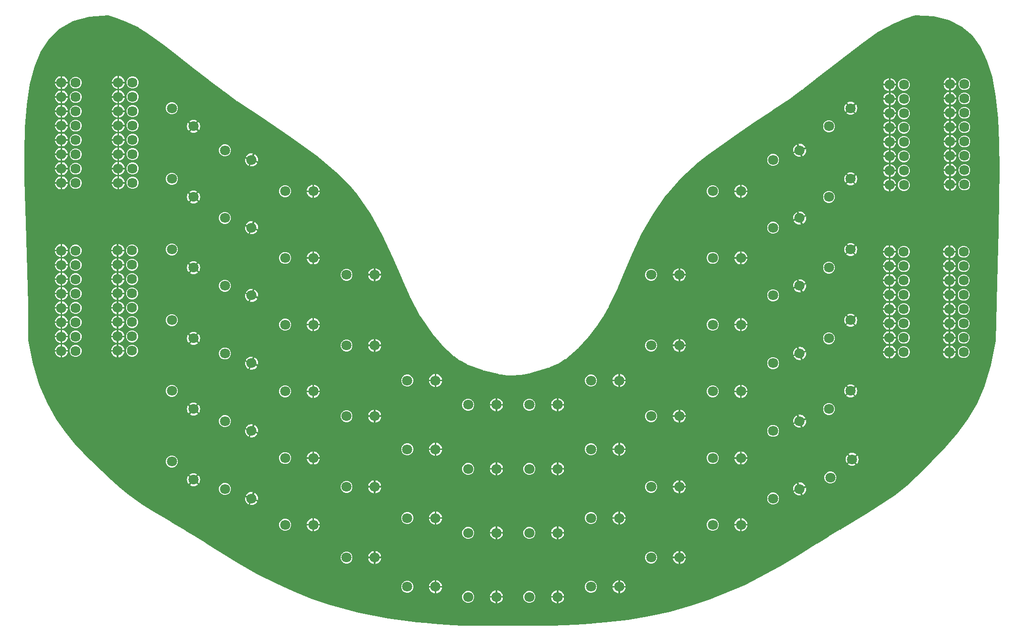
<source format=gbr>
G04 EAGLE Gerber RS-274X export*
G75*
%MOMM*%
%FSLAX34Y34*%
%LPD*%
%INTop Copper*%
%IPPOS*%
%AMOC8*
5,1,8,0,0,1.08239X$1,22.5*%
G01*
%ADD10C,1.790700*%
%ADD11C,1.800000*%

G36*
X985457Y2543D02*
X985457Y2543D01*
X985481Y2542D01*
X1007946Y3672D01*
X1007947Y3672D01*
X1026265Y4630D01*
X1026266Y4630D01*
X1026267Y4630D01*
X1040920Y5438D01*
X1040922Y5439D01*
X1040923Y5439D01*
X1052518Y6125D01*
X1052521Y6126D01*
X1052526Y6126D01*
X1068895Y7253D01*
X1068901Y7254D01*
X1068909Y7254D01*
X1080093Y8235D01*
X1080102Y8238D01*
X1080117Y8238D01*
X1120060Y13022D01*
X1120073Y13026D01*
X1120095Y13028D01*
X1158242Y19423D01*
X1158256Y19428D01*
X1158279Y19430D01*
X1194809Y27412D01*
X1194823Y27418D01*
X1194846Y27421D01*
X1229923Y36963D01*
X1229937Y36970D01*
X1229961Y36975D01*
X1263708Y48040D01*
X1263727Y48050D01*
X1263762Y48060D01*
X1328150Y74741D01*
X1328172Y74754D01*
X1328216Y74772D01*
X1389422Y107320D01*
X1389435Y107330D01*
X1389459Y107341D01*
X1420576Y126193D01*
X1420579Y126195D01*
X1420583Y126197D01*
X1454256Y147090D01*
X1454281Y147112D01*
X1455407Y147804D01*
X1455408Y147805D01*
X1455410Y147806D01*
X1456534Y148503D01*
X1456579Y148525D01*
X1473955Y159207D01*
X1474000Y159246D01*
X1475114Y159920D01*
X1475116Y159921D01*
X1475119Y159923D01*
X1476186Y160579D01*
X1476196Y160581D01*
X1476222Y160599D01*
X1476282Y160627D01*
X1495641Y172335D01*
X1495660Y172351D01*
X1496809Y173042D01*
X1496810Y173043D01*
X1496811Y173043D01*
X1497947Y173730D01*
X1497980Y173745D01*
X1545437Y202256D01*
X1545446Y202264D01*
X1545464Y202273D01*
X1593698Y234067D01*
X1593714Y234082D01*
X1593746Y234102D01*
X1614594Y250307D01*
X1614612Y250326D01*
X1614649Y250354D01*
X1631875Y266577D01*
X1631880Y266583D01*
X1631891Y266592D01*
X1659127Y293758D01*
X1659130Y293763D01*
X1659137Y293769D01*
X1683353Y318903D01*
X1683362Y318916D01*
X1683380Y318932D01*
X1704655Y343438D01*
X1704667Y343458D01*
X1704695Y343489D01*
X1723175Y368813D01*
X1723188Y368839D01*
X1723220Y368883D01*
X1739068Y396507D01*
X1739078Y396535D01*
X1739108Y396587D01*
X1752480Y428008D01*
X1752486Y428035D01*
X1752508Y428087D01*
X1763537Y464810D01*
X1763540Y464835D01*
X1763554Y464878D01*
X1772317Y508212D01*
X1772318Y508242D01*
X1772332Y508348D01*
X1773666Y575978D01*
X1773658Y576033D01*
X1773693Y577337D01*
X1773693Y577339D01*
X1773693Y577342D01*
X1773718Y578597D01*
X1773720Y578604D01*
X1773720Y578636D01*
X1773729Y578704D01*
X1775387Y640968D01*
X1775385Y640981D01*
X1775423Y642335D01*
X1775423Y642336D01*
X1775459Y643680D01*
X1775462Y643700D01*
X1777138Y702990D01*
X1777138Y702991D01*
X1777138Y702993D01*
X1778463Y759278D01*
X1778463Y759282D01*
X1778464Y759288D01*
X1779024Y811174D01*
X1779023Y811181D01*
X1779024Y811191D01*
X1778443Y858645D01*
X1778441Y858656D01*
X1778442Y858673D01*
X1776350Y901658D01*
X1776346Y901674D01*
X1776347Y901699D01*
X1772374Y940176D01*
X1772368Y940197D01*
X1772366Y940234D01*
X1766158Y974160D01*
X1766148Y974187D01*
X1766138Y974241D01*
X1757351Y1003571D01*
X1757336Y1003601D01*
X1757310Y1003678D01*
X1745622Y1028392D01*
X1745608Y1028412D01*
X1745545Y1028519D01*
X1730634Y1048647D01*
X1730631Y1048650D01*
X1730629Y1048653D01*
X1730514Y1048775D01*
X1712006Y1064409D01*
X1712000Y1064413D01*
X1711995Y1064418D01*
X1711854Y1064509D01*
X1689273Y1075729D01*
X1689266Y1075731D01*
X1689119Y1075786D01*
X1661962Y1082580D01*
X1661931Y1082583D01*
X1661831Y1082601D01*
X1630087Y1084857D01*
X1630021Y1084851D01*
X1629956Y1084855D01*
X1629875Y1084838D01*
X1629842Y1084835D01*
X1629824Y1084827D01*
X1629792Y1084820D01*
X1625765Y1083476D01*
X1625764Y1083476D01*
X1623483Y1082715D01*
X1621202Y1081953D01*
X1614358Y1079670D01*
X1612077Y1078908D01*
X1611326Y1078658D01*
X1611308Y1078648D01*
X1611273Y1078638D01*
X1594172Y1071469D01*
X1594148Y1071454D01*
X1594099Y1071433D01*
X1563529Y1054618D01*
X1563507Y1054601D01*
X1563460Y1054575D01*
X1535256Y1034867D01*
X1535247Y1034858D01*
X1535230Y1034847D01*
X1506129Y1012605D01*
X1506127Y1012603D01*
X1506124Y1012602D01*
X1476461Y989587D01*
X1476460Y989586D01*
X1476459Y989585D01*
X1452619Y970948D01*
X1452580Y970906D01*
X1451549Y970111D01*
X1451547Y970109D01*
X1451544Y970108D01*
X1450556Y969335D01*
X1450548Y969332D01*
X1450523Y969312D01*
X1450466Y969277D01*
X1431126Y954380D01*
X1431070Y954320D01*
X1431007Y954266D01*
X1430995Y954245D01*
X1430062Y953560D01*
X1430057Y953555D01*
X1430048Y953549D01*
X1429131Y952843D01*
X1429109Y952837D01*
X1429063Y952811D01*
X1429037Y952801D01*
X1429014Y952782D01*
X1428964Y952754D01*
X1411738Y940101D01*
X1411684Y940047D01*
X1411624Y939999D01*
X1411598Y939959D01*
X1411565Y939926D01*
X1411562Y939919D01*
X1410668Y939315D01*
X1410659Y939307D01*
X1410644Y939298D01*
X1409758Y938648D01*
X1409692Y938633D01*
X1409636Y938604D01*
X1409607Y938594D01*
X1409586Y938578D01*
X1409544Y938555D01*
X1376443Y916192D01*
X1376385Y916137D01*
X1375317Y915431D01*
X1375315Y915429D01*
X1375311Y915427D01*
X1374284Y914733D01*
X1374263Y914727D01*
X1374238Y914709D01*
X1374180Y914679D01*
X1342719Y893876D01*
X1342716Y893872D01*
X1342709Y893869D01*
X1312558Y873190D01*
X1312555Y873187D01*
X1312550Y873185D01*
X1285972Y854436D01*
X1285969Y854433D01*
X1285964Y854430D01*
X1263603Y838191D01*
X1263598Y838185D01*
X1263587Y838178D01*
X1244806Y823737D01*
X1244792Y823721D01*
X1244762Y823700D01*
X1214128Y796238D01*
X1214108Y796213D01*
X1214059Y796168D01*
X1187708Y765550D01*
X1187694Y765526D01*
X1187659Y765486D01*
X1164340Y731781D01*
X1164330Y731760D01*
X1164306Y731727D01*
X1144504Y697257D01*
X1144497Y697238D01*
X1144479Y697209D01*
X1128488Y664050D01*
X1128483Y664036D01*
X1128472Y664015D01*
X1115025Y632124D01*
X1115024Y632121D01*
X1115022Y632117D01*
X1102469Y601595D01*
X1102453Y601527D01*
X1102428Y601462D01*
X1102425Y601408D01*
X1102413Y601355D01*
X1102417Y601312D01*
X1101972Y600383D01*
X1101967Y600367D01*
X1101954Y600343D01*
X1101566Y599400D01*
X1101527Y599353D01*
X1101475Y599306D01*
X1101435Y599242D01*
X1101415Y599217D01*
X1101407Y599196D01*
X1101387Y599163D01*
X1086817Y568787D01*
X1086799Y568729D01*
X1086773Y568674D01*
X1086765Y568612D01*
X1086747Y568551D01*
X1086750Y568490D01*
X1086746Y568457D01*
X1086262Y567626D01*
X1086254Y567605D01*
X1086234Y567572D01*
X1085816Y566702D01*
X1085774Y566678D01*
X1085733Y566634D01*
X1085684Y566596D01*
X1085629Y566522D01*
X1085607Y566498D01*
X1085600Y566483D01*
X1085584Y566461D01*
X1076912Y551559D01*
X1076888Y551497D01*
X1076855Y551438D01*
X1076845Y551382D01*
X1076824Y551329D01*
X1076822Y551272D01*
X1076259Y550433D01*
X1076251Y550416D01*
X1076233Y550391D01*
X1075730Y549527D01*
X1075718Y549522D01*
X1075669Y549477D01*
X1075613Y549439D01*
X1075562Y549378D01*
X1075537Y549355D01*
X1075528Y549337D01*
X1075505Y549311D01*
X1074641Y548024D01*
X1069528Y540411D01*
X1064991Y533656D01*
X1064964Y533596D01*
X1064927Y533540D01*
X1064913Y533485D01*
X1064889Y533432D01*
X1064883Y533372D01*
X1064268Y532575D01*
X1064259Y532559D01*
X1064238Y532535D01*
X1063683Y531708D01*
X1063667Y531702D01*
X1063616Y531661D01*
X1063559Y531627D01*
X1063502Y531568D01*
X1063476Y531548D01*
X1063465Y531531D01*
X1063442Y531507D01*
X1050620Y514905D01*
X1050589Y514847D01*
X1050550Y514796D01*
X1050531Y514740D01*
X1050503Y514688D01*
X1050492Y514624D01*
X1050491Y514622D01*
X1049828Y513877D01*
X1049818Y513860D01*
X1049795Y513836D01*
X1049191Y513054D01*
X1049167Y513047D01*
X1049114Y513010D01*
X1049056Y512981D01*
X1048993Y512924D01*
X1048966Y512905D01*
X1048955Y512890D01*
X1048931Y512868D01*
X1033187Y495170D01*
X1033166Y495137D01*
X1033138Y495110D01*
X1033100Y495034D01*
X1033055Y494962D01*
X1033046Y494925D01*
X1033028Y494890D01*
X1033008Y494785D01*
X1032374Y494246D01*
X1032353Y494221D01*
X1032299Y494172D01*
X1031747Y493552D01*
X1031729Y493552D01*
X1031649Y493525D01*
X1031566Y493506D01*
X1031533Y493486D01*
X1031496Y493474D01*
X1031382Y493397D01*
X1031373Y493392D01*
X1031370Y493389D01*
X1031357Y493380D01*
X1031356Y493379D01*
X1031355Y493379D01*
X1011010Y476066D01*
X1010990Y476044D01*
X1010966Y476027D01*
X1010911Y475950D01*
X1010850Y475879D01*
X1010839Y475851D01*
X1010822Y475827D01*
X1010768Y475680D01*
X1010096Y475276D01*
X1010071Y475255D01*
X1009995Y475203D01*
X1009397Y474694D01*
X1009379Y474693D01*
X1009350Y474698D01*
X1009257Y474683D01*
X1009164Y474675D01*
X1009136Y474663D01*
X1009107Y474659D01*
X1008955Y474588D01*
X997251Y467539D01*
X997226Y467518D01*
X997211Y467510D01*
X997205Y467503D01*
X997176Y467488D01*
X997123Y467430D01*
X997063Y467379D01*
X997040Y467341D01*
X997009Y467307D01*
X996977Y467244D01*
X996185Y466891D01*
X996160Y466874D01*
X996103Y466848D01*
X995368Y466404D01*
X995291Y466402D01*
X995212Y466408D01*
X995168Y466397D01*
X995123Y466395D01*
X994990Y466353D01*
X994974Y466349D01*
X994970Y466346D01*
X994963Y466344D01*
X981446Y460300D01*
X981413Y460279D01*
X981377Y460265D01*
X981311Y460212D01*
X981240Y460165D01*
X981216Y460134D01*
X981186Y460110D01*
X981125Y460023D01*
X980325Y459791D01*
X980296Y459777D01*
X980226Y459755D01*
X979468Y459416D01*
X979452Y459423D01*
X979367Y459432D01*
X979284Y459449D01*
X979246Y459444D01*
X979207Y459448D01*
X979042Y459420D01*
X947335Y450236D01*
X947293Y450215D01*
X947247Y450204D01*
X947182Y450163D01*
X947113Y450130D01*
X947079Y450097D01*
X947039Y450072D01*
X946998Y450026D01*
X946135Y449882D01*
X946107Y449873D01*
X946048Y449863D01*
X945212Y449620D01*
X945146Y449635D01*
X945074Y449661D01*
X945027Y449662D01*
X944981Y449672D01*
X944849Y449665D01*
X944828Y449665D01*
X944822Y449663D01*
X944813Y449663D01*
X930796Y447331D01*
X930739Y447312D01*
X930681Y447302D01*
X930624Y447272D01*
X930563Y447252D01*
X930516Y447216D01*
X930472Y447193D01*
X929532Y447118D01*
X929509Y447112D01*
X929467Y447110D01*
X928526Y446953D01*
X928472Y446979D01*
X928414Y446987D01*
X928357Y447005D01*
X928260Y447008D01*
X928229Y447012D01*
X928214Y447009D01*
X928189Y447010D01*
X915864Y446025D01*
X915827Y446015D01*
X915788Y446015D01*
X915708Y445986D01*
X915626Y445966D01*
X915593Y445945D01*
X915556Y445932D01*
X915469Y445870D01*
X914638Y445919D01*
X914606Y445916D01*
X914533Y445918D01*
X913705Y445852D01*
X913692Y445864D01*
X913616Y445901D01*
X913543Y445945D01*
X913505Y445953D01*
X913470Y445970D01*
X913305Y445998D01*
X906223Y446416D01*
X906163Y446410D01*
X906102Y446414D01*
X906041Y446397D01*
X905978Y446391D01*
X905923Y446366D01*
X905887Y446356D01*
X904940Y446489D01*
X904917Y446489D01*
X904878Y446496D01*
X903917Y446552D01*
X903877Y446585D01*
X903821Y446606D01*
X903768Y446636D01*
X903677Y446659D01*
X903647Y446671D01*
X903631Y446671D01*
X903606Y446678D01*
X894264Y447997D01*
X894207Y447995D01*
X894151Y448004D01*
X894085Y447993D01*
X894018Y447991D01*
X893965Y447972D01*
X893909Y447962D01*
X893901Y447958D01*
X893001Y448171D01*
X892976Y448173D01*
X892932Y448185D01*
X892005Y448315D01*
X891996Y448322D01*
X891947Y448368D01*
X891896Y448392D01*
X891850Y448425D01*
X891753Y448460D01*
X891725Y448473D01*
X891712Y448474D01*
X891692Y448481D01*
X866309Y454492D01*
X866266Y454495D01*
X866224Y454507D01*
X866144Y454503D01*
X866064Y454509D01*
X866022Y454498D01*
X865979Y454496D01*
X865901Y454471D01*
X865100Y454772D01*
X865069Y454778D01*
X865007Y454800D01*
X864180Y454996D01*
X864178Y455000D01*
X864119Y455055D01*
X864066Y455116D01*
X864029Y455137D01*
X863997Y455167D01*
X863865Y455234D01*
X863854Y455240D01*
X863851Y455241D01*
X863847Y455243D01*
X837358Y465200D01*
X837317Y465208D01*
X837279Y465225D01*
X837197Y465232D01*
X837117Y465248D01*
X837076Y465243D01*
X837034Y465247D01*
X836944Y465230D01*
X836197Y465629D01*
X836167Y465639D01*
X836106Y465670D01*
X835318Y465967D01*
X835315Y465976D01*
X835262Y466039D01*
X835216Y466108D01*
X835183Y466133D01*
X835157Y466165D01*
X835027Y466254D01*
X835022Y466258D01*
X835020Y466259D01*
X835018Y466260D01*
X824082Y472111D01*
X824042Y472124D01*
X824006Y472146D01*
X823926Y472164D01*
X823849Y472190D01*
X823807Y472190D01*
X823766Y472200D01*
X823678Y472195D01*
X822986Y472690D01*
X822958Y472704D01*
X822903Y472742D01*
X822157Y473141D01*
X822155Y473148D01*
X822112Y473217D01*
X822076Y473290D01*
X822046Y473320D01*
X822023Y473356D01*
X821910Y473458D01*
X821903Y473465D01*
X821901Y473466D01*
X821898Y473468D01*
X812669Y480068D01*
X812629Y480087D01*
X812595Y480114D01*
X812520Y480141D01*
X812448Y480177D01*
X812405Y480182D01*
X812364Y480197D01*
X812284Y480203D01*
X811654Y480786D01*
X811628Y480803D01*
X811580Y480846D01*
X810887Y481342D01*
X810887Y481345D01*
X810853Y481418D01*
X810827Y481493D01*
X810800Y481528D01*
X810782Y481568D01*
X810686Y481678D01*
X810678Y481689D01*
X810675Y481691D01*
X810672Y481695D01*
X801370Y490299D01*
X801309Y490339D01*
X801254Y490387D01*
X801207Y490407D01*
X801164Y490435D01*
X801138Y490442D01*
X800402Y491193D01*
X800390Y491202D01*
X800375Y491219D01*
X799600Y491936D01*
X799585Y491961D01*
X799557Y492029D01*
X799514Y492084D01*
X799498Y492111D01*
X799480Y492127D01*
X799454Y492161D01*
X792089Y499678D01*
X792034Y499718D01*
X791985Y499766D01*
X791935Y499791D01*
X791891Y499823D01*
X791843Y499839D01*
X791174Y500609D01*
X791161Y500621D01*
X791143Y500643D01*
X790438Y501363D01*
X790437Y501368D01*
X790406Y501428D01*
X790384Y501493D01*
X790340Y501557D01*
X790324Y501586D01*
X790309Y501601D01*
X790288Y501631D01*
X776732Y517264D01*
X776691Y517298D01*
X776657Y517339D01*
X776597Y517376D01*
X776543Y517422D01*
X776493Y517441D01*
X776448Y517469D01*
X776422Y517476D01*
X775899Y518219D01*
X775880Y518238D01*
X775852Y518279D01*
X775253Y518969D01*
X775246Y518999D01*
X775240Y519069D01*
X775218Y519118D01*
X775206Y519170D01*
X775152Y519268D01*
X775140Y519294D01*
X775133Y519302D01*
X775125Y519317D01*
X752872Y550900D01*
X752841Y550931D01*
X752817Y550969D01*
X752755Y551019D01*
X752700Y551075D01*
X752660Y551095D01*
X752626Y551123D01*
X752556Y551153D01*
X752151Y551914D01*
X752132Y551938D01*
X752101Y551994D01*
X751609Y552693D01*
X751609Y552694D01*
X751600Y552773D01*
X751601Y552852D01*
X751587Y552895D01*
X751583Y552939D01*
X751530Y553071D01*
X751525Y553086D01*
X751523Y553089D01*
X751521Y553095D01*
X735066Y583941D01*
X735028Y583990D01*
X734999Y584045D01*
X734954Y584087D01*
X734917Y584136D01*
X734865Y584171D01*
X734847Y584188D01*
X734457Y585078D01*
X734445Y585096D01*
X734431Y585131D01*
X733974Y585988D01*
X733979Y586029D01*
X733968Y586090D01*
X733966Y586152D01*
X733939Y586238D01*
X733933Y586270D01*
X733924Y586285D01*
X733916Y586312D01*
X720062Y617918D01*
X720015Y617991D01*
X720015Y617992D01*
X719518Y619160D01*
X719516Y619163D01*
X719515Y619168D01*
X719020Y620296D01*
X719019Y620300D01*
X719016Y620326D01*
X719003Y620354D01*
X718984Y620416D01*
X703988Y655690D01*
X703982Y655700D01*
X703976Y655717D01*
X685619Y694756D01*
X685609Y694771D01*
X685598Y694798D01*
X664914Y732560D01*
X664897Y732582D01*
X664871Y732629D01*
X640340Y767858D01*
X640320Y767878D01*
X640290Y767922D01*
X625563Y784888D01*
X625547Y784901D01*
X625526Y784928D01*
X608679Y801752D01*
X608661Y801765D01*
X608633Y801794D01*
X568865Y835524D01*
X568848Y835535D01*
X568823Y835557D01*
X522209Y869765D01*
X522197Y869771D01*
X522182Y869784D01*
X473493Y902368D01*
X473491Y902369D01*
X473489Y902371D01*
X428808Y931867D01*
X428742Y931897D01*
X428681Y931935D01*
X428631Y931947D01*
X428584Y931968D01*
X428554Y931971D01*
X427710Y932591D01*
X427697Y932598D01*
X427678Y932613D01*
X426801Y933192D01*
X426779Y933219D01*
X426741Y933280D01*
X426689Y933328D01*
X426669Y933353D01*
X426649Y933365D01*
X426618Y933394D01*
X405627Y948819D01*
X405553Y948857D01*
X405484Y948902D01*
X405462Y948908D01*
X404543Y949616D01*
X404537Y949619D01*
X404529Y949626D01*
X403596Y950312D01*
X403585Y950330D01*
X403547Y950367D01*
X403530Y950389D01*
X403506Y950406D01*
X403464Y950446D01*
X380596Y968053D01*
X380554Y968076D01*
X379516Y968885D01*
X379514Y968886D01*
X379512Y968888D01*
X378516Y969655D01*
X378515Y969656D01*
X378496Y969670D01*
X378488Y969676D01*
X378439Y969724D01*
X351125Y991006D01*
X351124Y991006D01*
X351122Y991008D01*
X317871Y1016586D01*
X317869Y1016587D01*
X317866Y1016590D01*
X298955Y1030861D01*
X298953Y1030862D01*
X298950Y1030865D01*
X278263Y1046227D01*
X278260Y1046228D01*
X278256Y1046232D01*
X267141Y1054295D01*
X267122Y1054305D01*
X267095Y1054327D01*
X253060Y1063015D01*
X253038Y1063024D01*
X253005Y1063046D01*
X243661Y1067805D01*
X243646Y1067810D01*
X243624Y1067823D01*
X231924Y1073024D01*
X231911Y1073027D01*
X231893Y1073037D01*
X217345Y1078737D01*
X217334Y1078740D01*
X217319Y1078747D01*
X200019Y1084809D01*
X199946Y1084822D01*
X199875Y1084845D01*
X199808Y1084847D01*
X199777Y1084852D01*
X199752Y1084848D01*
X199707Y1084850D01*
X166106Y1082173D01*
X166082Y1082167D01*
X165962Y1082147D01*
X137566Y1074197D01*
X137561Y1074195D01*
X137556Y1074194D01*
X137401Y1074129D01*
X114108Y1061193D01*
X114099Y1061186D01*
X114088Y1061181D01*
X113955Y1061080D01*
X95167Y1043315D01*
X95164Y1043311D01*
X95161Y1043309D01*
X95054Y1043180D01*
X80236Y1020657D01*
X80225Y1020632D01*
X80169Y1020530D01*
X68895Y993338D01*
X68888Y993306D01*
X68861Y993236D01*
X60734Y961535D01*
X60732Y961507D01*
X60719Y961458D01*
X55336Y925453D01*
X55337Y925433D01*
X55330Y925399D01*
X52268Y885308D01*
X52269Y885294D01*
X52266Y885271D01*
X51081Y841313D01*
X51083Y841303D01*
X51081Y841288D01*
X51326Y793677D01*
X51326Y793672D01*
X51326Y793663D01*
X52549Y742601D01*
X52549Y742598D01*
X52549Y742594D01*
X54251Y689664D01*
X54251Y689659D01*
X54293Y688330D01*
X54293Y688329D01*
X54338Y686937D01*
X54338Y686930D01*
X56063Y632324D01*
X56075Y632261D01*
X56106Y630963D01*
X56106Y630960D01*
X56106Y630956D01*
X56145Y629710D01*
X56142Y629699D01*
X56144Y629667D01*
X56138Y629600D01*
X57495Y572154D01*
X57511Y572069D01*
X57516Y572011D01*
X57527Y570799D01*
X57528Y570795D01*
X57528Y570788D01*
X57556Y569594D01*
X57552Y569556D01*
X57545Y569530D01*
X57546Y569499D01*
X57540Y569438D01*
X58100Y508320D01*
X58105Y508290D01*
X58113Y508184D01*
X66054Y466570D01*
X66064Y466542D01*
X66075Y466486D01*
X77530Y429676D01*
X77543Y429651D01*
X77559Y429598D01*
X91590Y397408D01*
X91605Y397386D01*
X91624Y397339D01*
X107312Y369480D01*
X107328Y369460D01*
X107349Y369421D01*
X123779Y345605D01*
X123794Y345589D01*
X123814Y345558D01*
X140073Y325502D01*
X140086Y325490D01*
X140103Y325467D01*
X155281Y308889D01*
X155290Y308883D01*
X155300Y308869D01*
X168474Y295494D01*
X168479Y295491D01*
X168485Y295483D01*
X187798Y276641D01*
X187805Y276636D01*
X187813Y276627D01*
X205249Y260519D01*
X205256Y260514D01*
X205266Y260504D01*
X220989Y246830D01*
X220997Y246824D01*
X221008Y246813D01*
X235162Y235297D01*
X235175Y235290D01*
X235193Y235273D01*
X259591Y217423D01*
X259608Y217414D01*
X259632Y217394D01*
X279831Y204559D01*
X279841Y204555D01*
X279855Y204545D01*
X297105Y194432D01*
X311443Y186029D01*
X311488Y186011D01*
X312620Y185339D01*
X312621Y185338D01*
X312624Y185337D01*
X313707Y184702D01*
X313709Y184700D01*
X313737Y184684D01*
X313792Y184643D01*
X336963Y170878D01*
X337033Y170850D01*
X338132Y170183D01*
X338135Y170182D01*
X338138Y170180D01*
X339205Y169546D01*
X339219Y169531D01*
X339246Y169516D01*
X339298Y169476D01*
X356563Y158998D01*
X356644Y158965D01*
X357722Y158294D01*
X357725Y158293D01*
X357729Y158290D01*
X358296Y157946D01*
X358784Y157650D01*
X358786Y157648D01*
X358803Y157629D01*
X358830Y157614D01*
X358881Y157573D01*
X371554Y149690D01*
X371631Y149658D01*
X372704Y148974D01*
X372707Y148973D01*
X372711Y148970D01*
X373763Y148316D01*
X373780Y148297D01*
X373806Y148281D01*
X373857Y148240D01*
X383250Y142259D01*
X383293Y142240D01*
X384399Y141527D01*
X384400Y141527D01*
X384403Y141525D01*
X385465Y140848D01*
X385466Y140847D01*
X385486Y140835D01*
X385495Y140829D01*
X385547Y140787D01*
X394086Y135280D01*
X394092Y135278D01*
X394099Y135273D01*
X429500Y113378D01*
X429511Y113373D01*
X429527Y113362D01*
X463501Y94229D01*
X463513Y94224D01*
X463530Y94213D01*
X496210Y77616D01*
X496222Y77612D01*
X496240Y77601D01*
X527716Y63334D01*
X527728Y63331D01*
X527747Y63321D01*
X558110Y51183D01*
X558123Y51180D01*
X558142Y51171D01*
X587447Y40972D01*
X587465Y40969D01*
X587494Y40957D01*
X643507Y25503D01*
X643529Y25501D01*
X643566Y25489D01*
X696549Y15340D01*
X696567Y15339D01*
X696596Y15332D01*
X747337Y8876D01*
X747346Y8876D01*
X747360Y8873D01*
X760452Y7607D01*
X760455Y7607D01*
X760461Y7606D01*
X776461Y6250D01*
X776464Y6250D01*
X776468Y6249D01*
X797814Y4620D01*
X797815Y4620D01*
X797817Y4619D01*
X811268Y3645D01*
X811269Y3645D01*
X826839Y2543D01*
X826859Y2544D01*
X826893Y2541D01*
X985443Y2541D01*
X985457Y2543D01*
G37*
%LPC*%
G36*
X310406Y909396D02*
X310406Y909396D01*
X306537Y910998D01*
X303577Y913959D01*
X301975Y917827D01*
X301975Y922014D01*
X303577Y925882D01*
X306537Y928843D01*
X310406Y930445D01*
X314593Y930445D01*
X318461Y928843D01*
X321422Y925882D01*
X323024Y922014D01*
X323024Y917827D01*
X321422Y913959D01*
X318461Y910998D01*
X314593Y909396D01*
X310406Y909396D01*
G37*
%LPD*%
%LPC*%
G36*
X510911Y762244D02*
X510911Y762244D01*
X507043Y763846D01*
X504082Y766807D01*
X502480Y770675D01*
X502480Y774862D01*
X504082Y778731D01*
X507043Y781691D01*
X510911Y783293D01*
X515098Y783293D01*
X518966Y781691D01*
X521927Y778731D01*
X523529Y774862D01*
X523529Y770675D01*
X521927Y766807D01*
X518966Y763846D01*
X515098Y762244D01*
X510911Y762244D01*
G37*
%LPD*%
%LPC*%
G36*
X1268588Y762244D02*
X1268588Y762244D01*
X1264720Y763846D01*
X1261759Y766807D01*
X1260157Y770675D01*
X1260157Y774862D01*
X1261759Y778731D01*
X1264720Y781691D01*
X1268588Y783293D01*
X1272775Y783293D01*
X1276643Y781691D01*
X1279604Y778731D01*
X1281206Y774862D01*
X1281206Y770675D01*
X1279604Y766807D01*
X1276643Y763846D01*
X1272775Y762244D01*
X1268588Y762244D01*
G37*
%LPD*%
%LPC*%
G36*
X835385Y270133D02*
X835385Y270133D01*
X831517Y271736D01*
X828556Y274696D01*
X826954Y278565D01*
X826954Y282752D01*
X828556Y286620D01*
X831517Y289580D01*
X835385Y291183D01*
X839572Y291183D01*
X843440Y289580D01*
X846401Y286620D01*
X848003Y282752D01*
X848003Y278565D01*
X846401Y274696D01*
X843440Y271736D01*
X839572Y270133D01*
X835385Y270133D01*
G37*
%LPD*%
%LPC*%
G36*
X943742Y270133D02*
X943742Y270133D01*
X939874Y271736D01*
X936913Y274696D01*
X935311Y278565D01*
X935311Y282752D01*
X936913Y286620D01*
X939874Y289580D01*
X943742Y291183D01*
X947929Y291183D01*
X951798Y289580D01*
X954758Y286620D01*
X956360Y282752D01*
X956360Y278565D01*
X954758Y274696D01*
X951798Y271736D01*
X947929Y270133D01*
X943742Y270133D01*
G37*
%LPD*%
%LPC*%
G36*
X510911Y407503D02*
X510911Y407503D01*
X507043Y409105D01*
X504082Y412066D01*
X502480Y415934D01*
X502480Y420121D01*
X504082Y423989D01*
X507043Y426950D01*
X510911Y428552D01*
X515098Y428552D01*
X518966Y426950D01*
X521927Y423989D01*
X523529Y420121D01*
X523529Y415934D01*
X521927Y412066D01*
X518966Y409105D01*
X515098Y407503D01*
X510911Y407503D01*
G37*
%LPD*%
%LPC*%
G36*
X1375666Y577606D02*
X1375666Y577606D01*
X1371798Y579209D01*
X1368837Y582169D01*
X1367235Y586038D01*
X1367235Y590224D01*
X1368837Y594093D01*
X1371798Y597053D01*
X1375666Y598656D01*
X1379853Y598656D01*
X1383722Y597053D01*
X1386682Y594093D01*
X1388285Y590224D01*
X1388285Y586038D01*
X1386682Y582169D01*
X1383722Y579209D01*
X1379853Y577606D01*
X1375666Y577606D01*
G37*
%LPD*%
%LPC*%
G36*
X835385Y43114D02*
X835385Y43114D01*
X831517Y44716D01*
X828556Y47677D01*
X826954Y51545D01*
X826954Y55732D01*
X828556Y59600D01*
X831517Y62561D01*
X835385Y64163D01*
X839572Y64163D01*
X843440Y62561D01*
X846401Y59600D01*
X848003Y55732D01*
X848003Y51545D01*
X846401Y47677D01*
X843440Y44716D01*
X839572Y43114D01*
X835385Y43114D01*
G37*
%LPD*%
%LPC*%
G36*
X310406Y283064D02*
X310406Y283064D01*
X306537Y284667D01*
X303577Y287627D01*
X301975Y291495D01*
X301975Y295682D01*
X303577Y299551D01*
X306537Y302511D01*
X310406Y304114D01*
X314593Y304114D01*
X318461Y302511D01*
X321422Y299551D01*
X323024Y295682D01*
X323024Y291495D01*
X321422Y287627D01*
X318461Y284667D01*
X314593Y283064D01*
X310406Y283064D01*
G37*
%LPD*%
%LPC*%
G36*
X1268588Y643997D02*
X1268588Y643997D01*
X1264720Y645599D01*
X1261759Y648560D01*
X1260157Y652428D01*
X1260157Y656615D01*
X1261759Y660484D01*
X1264720Y663444D01*
X1268588Y665046D01*
X1272775Y665046D01*
X1276643Y663444D01*
X1279604Y660484D01*
X1281206Y656615D01*
X1281206Y652428D01*
X1279604Y648560D01*
X1276643Y645599D01*
X1272775Y643997D01*
X1268588Y643997D01*
G37*
%LPD*%
%LPC*%
G36*
X510911Y643997D02*
X510911Y643997D01*
X507043Y645599D01*
X504082Y648560D01*
X502480Y652428D01*
X502480Y656615D01*
X504082Y660484D01*
X507043Y663444D01*
X510911Y665046D01*
X515098Y665046D01*
X518966Y663444D01*
X521927Y660484D01*
X523529Y656615D01*
X523529Y652428D01*
X521927Y648560D01*
X518966Y645599D01*
X515098Y643997D01*
X510911Y643997D01*
G37*
%LPD*%
%LPC*%
G36*
X404491Y354591D02*
X404491Y354591D01*
X400622Y356194D01*
X397662Y359154D01*
X396059Y363023D01*
X396059Y367210D01*
X397662Y371078D01*
X400622Y374039D01*
X404491Y375641D01*
X408678Y375641D01*
X412546Y374039D01*
X415507Y371078D01*
X417109Y367210D01*
X417109Y363023D01*
X415507Y359154D01*
X412546Y356194D01*
X408678Y354591D01*
X404491Y354591D01*
G37*
%LPD*%
%LPC*%
G36*
X943742Y43114D02*
X943742Y43114D01*
X939874Y44716D01*
X936913Y47677D01*
X935311Y51545D01*
X935311Y55732D01*
X936913Y59600D01*
X939874Y62561D01*
X943742Y64163D01*
X947929Y64163D01*
X951798Y62561D01*
X954758Y59600D01*
X956360Y55732D01*
X956360Y51545D01*
X954758Y47677D01*
X951798Y44716D01*
X947929Y43114D01*
X943742Y43114D01*
G37*
%LPD*%
%LPC*%
G36*
X727506Y61053D02*
X727506Y61053D01*
X723637Y62656D01*
X720677Y65616D01*
X719074Y69484D01*
X719074Y73671D01*
X720677Y77540D01*
X723637Y80500D01*
X727506Y82103D01*
X731693Y82103D01*
X735561Y80500D01*
X738522Y77540D01*
X740124Y73671D01*
X740124Y69484D01*
X738522Y65616D01*
X735561Y62656D01*
X731693Y61053D01*
X727506Y61053D01*
G37*
%LPD*%
%LPC*%
G36*
X1052886Y61053D02*
X1052886Y61053D01*
X1049018Y62656D01*
X1046057Y65616D01*
X1044455Y69484D01*
X1044455Y73671D01*
X1046057Y77540D01*
X1049018Y80500D01*
X1052886Y82103D01*
X1057073Y82103D01*
X1060942Y80500D01*
X1063902Y77540D01*
X1065505Y73671D01*
X1065505Y69484D01*
X1063902Y65616D01*
X1060942Y62656D01*
X1057073Y61053D01*
X1052886Y61053D01*
G37*
%LPD*%
%LPC*%
G36*
X619668Y113035D02*
X619668Y113035D01*
X615800Y114638D01*
X612840Y117598D01*
X611237Y121467D01*
X611237Y125654D01*
X612840Y129522D01*
X615800Y132483D01*
X619668Y134085D01*
X623855Y134085D01*
X627724Y132483D01*
X630684Y129522D01*
X632287Y125654D01*
X632287Y121467D01*
X630684Y117598D01*
X627724Y114638D01*
X623855Y113035D01*
X619668Y113035D01*
G37*
%LPD*%
%LPC*%
G36*
X1159556Y113035D02*
X1159556Y113035D01*
X1155688Y114638D01*
X1152727Y117598D01*
X1151125Y121467D01*
X1151125Y125654D01*
X1152727Y129522D01*
X1155688Y132483D01*
X1159556Y134085D01*
X1163743Y134085D01*
X1167612Y132483D01*
X1170572Y129522D01*
X1172175Y125654D01*
X1172175Y121467D01*
X1170572Y117598D01*
X1167612Y114638D01*
X1163743Y113035D01*
X1159556Y113035D01*
G37*
%LPD*%
%LPC*%
G36*
X835385Y156623D02*
X835385Y156623D01*
X831517Y158226D01*
X828556Y161186D01*
X826954Y165055D01*
X826954Y169242D01*
X828556Y173110D01*
X831517Y176071D01*
X835385Y177673D01*
X839572Y177673D01*
X843440Y176071D01*
X846401Y173110D01*
X848003Y169242D01*
X848003Y165055D01*
X846401Y161186D01*
X843440Y158226D01*
X839572Y156623D01*
X835385Y156623D01*
G37*
%LPD*%
%LPC*%
G36*
X943742Y156623D02*
X943742Y156623D01*
X939874Y158226D01*
X936913Y161186D01*
X935311Y165055D01*
X935311Y169242D01*
X936913Y173110D01*
X939874Y176071D01*
X943742Y177673D01*
X947929Y177673D01*
X951798Y176071D01*
X954758Y173110D01*
X956360Y169242D01*
X956360Y165055D01*
X954758Y161186D01*
X951798Y158226D01*
X947929Y156623D01*
X943742Y156623D01*
G37*
%LPD*%
%LPC*%
G36*
X510911Y171009D02*
X510911Y171009D01*
X507043Y172611D01*
X504082Y175572D01*
X502480Y179440D01*
X502480Y183627D01*
X504082Y187495D01*
X507043Y190456D01*
X510911Y192058D01*
X515098Y192058D01*
X518966Y190456D01*
X521927Y187495D01*
X523529Y183627D01*
X523529Y179440D01*
X521927Y175572D01*
X518966Y172611D01*
X515098Y171009D01*
X510911Y171009D01*
G37*
%LPD*%
%LPC*%
G36*
X1268588Y171009D02*
X1268588Y171009D01*
X1264720Y172611D01*
X1261759Y175572D01*
X1260157Y179440D01*
X1260157Y183627D01*
X1261759Y187495D01*
X1264720Y190456D01*
X1268588Y192058D01*
X1272775Y192058D01*
X1276643Y190456D01*
X1279604Y187495D01*
X1281206Y183627D01*
X1281206Y179440D01*
X1279604Y175572D01*
X1276643Y172611D01*
X1272775Y171009D01*
X1268588Y171009D01*
G37*
%LPD*%
%LPC*%
G36*
X943742Y383643D02*
X943742Y383643D01*
X939874Y385245D01*
X936913Y388206D01*
X935311Y392074D01*
X935311Y396261D01*
X936913Y400130D01*
X939874Y403090D01*
X943742Y404693D01*
X947929Y404693D01*
X951798Y403090D01*
X954758Y400130D01*
X956360Y396261D01*
X956360Y392074D01*
X954758Y388206D01*
X951798Y385245D01*
X947929Y383643D01*
X943742Y383643D01*
G37*
%LPD*%
%LPC*%
G36*
X1159556Y614203D02*
X1159556Y614203D01*
X1155688Y615805D01*
X1152727Y618766D01*
X1151125Y622634D01*
X1151125Y626821D01*
X1152727Y630689D01*
X1155688Y633650D01*
X1159556Y635252D01*
X1163743Y635252D01*
X1167612Y633650D01*
X1170572Y630689D01*
X1172175Y626821D01*
X1172175Y622634D01*
X1170572Y618766D01*
X1167612Y615805D01*
X1163743Y614203D01*
X1159556Y614203D01*
G37*
%LPD*%
%LPC*%
G36*
X727506Y182954D02*
X727506Y182954D01*
X723637Y184556D01*
X720677Y187517D01*
X719074Y191385D01*
X719074Y195572D01*
X720677Y199441D01*
X723637Y202401D01*
X727506Y204004D01*
X731693Y204004D01*
X735561Y202401D01*
X738522Y199441D01*
X740124Y195572D01*
X740124Y191385D01*
X738522Y187517D01*
X735561Y184556D01*
X731693Y182954D01*
X727506Y182954D01*
G37*
%LPD*%
%LPC*%
G36*
X1052886Y182954D02*
X1052886Y182954D01*
X1049018Y184556D01*
X1046057Y187517D01*
X1044455Y191385D01*
X1044455Y195572D01*
X1046057Y199441D01*
X1049018Y202401D01*
X1052886Y204004D01*
X1057073Y204004D01*
X1060942Y202401D01*
X1063902Y199441D01*
X1065505Y195572D01*
X1065505Y191385D01*
X1063902Y187517D01*
X1060942Y184556D01*
X1057073Y182954D01*
X1052886Y182954D01*
G37*
%LPD*%
%LPC*%
G36*
X619668Y363619D02*
X619668Y363619D01*
X615800Y365221D01*
X612840Y368182D01*
X611237Y372050D01*
X611237Y376237D01*
X612840Y380106D01*
X615800Y383066D01*
X619668Y384669D01*
X623855Y384669D01*
X627724Y383066D01*
X630684Y380106D01*
X632287Y376237D01*
X632287Y372050D01*
X630684Y368182D01*
X627724Y365221D01*
X623855Y363619D01*
X619668Y363619D01*
G37*
%LPD*%
%LPC*%
G36*
X1375666Y217432D02*
X1375666Y217432D01*
X1371798Y219035D01*
X1368837Y221995D01*
X1367235Y225864D01*
X1367235Y230051D01*
X1368837Y233919D01*
X1371798Y236880D01*
X1375666Y238482D01*
X1379853Y238482D01*
X1383722Y236880D01*
X1386682Y233919D01*
X1388285Y230051D01*
X1388285Y225864D01*
X1386682Y221995D01*
X1383722Y219035D01*
X1379853Y217432D01*
X1375666Y217432D01*
G37*
%LPD*%
%LPC*%
G36*
X404491Y234533D02*
X404491Y234533D01*
X400622Y236136D01*
X397662Y239096D01*
X396059Y242965D01*
X396059Y247152D01*
X397662Y251020D01*
X400622Y253981D01*
X404491Y255583D01*
X408678Y255583D01*
X412546Y253981D01*
X415507Y251020D01*
X417109Y247152D01*
X417109Y242965D01*
X415507Y239096D01*
X412546Y236136D01*
X408678Y234533D01*
X404491Y234533D01*
G37*
%LPD*%
%LPC*%
G36*
X1159556Y363619D02*
X1159556Y363619D01*
X1155688Y365221D01*
X1152727Y368182D01*
X1151125Y372050D01*
X1151125Y376237D01*
X1152727Y380106D01*
X1155688Y383066D01*
X1159556Y384669D01*
X1163743Y384669D01*
X1167612Y383066D01*
X1170572Y380106D01*
X1172175Y376237D01*
X1172175Y372050D01*
X1170572Y368182D01*
X1167612Y365221D01*
X1163743Y363619D01*
X1159556Y363619D01*
G37*
%LPD*%
%LPC*%
G36*
X1474707Y877256D02*
X1474707Y877256D01*
X1470839Y878859D01*
X1467878Y881819D01*
X1466276Y885687D01*
X1466276Y889874D01*
X1467878Y893743D01*
X1470839Y896703D01*
X1474707Y898306D01*
X1478894Y898306D01*
X1482762Y896703D01*
X1485723Y893743D01*
X1487325Y889874D01*
X1487325Y885687D01*
X1485723Y881819D01*
X1482762Y878859D01*
X1478894Y877256D01*
X1474707Y877256D01*
G37*
%LPD*%
%LPC*%
G36*
X510911Y289256D02*
X510911Y289256D01*
X507043Y290858D01*
X504082Y293819D01*
X502480Y297687D01*
X502480Y301874D01*
X504082Y305742D01*
X507043Y308703D01*
X510911Y310305D01*
X515098Y310305D01*
X518966Y308703D01*
X521927Y305742D01*
X523529Y301874D01*
X523529Y297687D01*
X521927Y293819D01*
X518966Y290858D01*
X515098Y289256D01*
X510911Y289256D01*
G37*
%LPD*%
%LPC*%
G36*
X619668Y238327D02*
X619668Y238327D01*
X615800Y239930D01*
X612840Y242890D01*
X611237Y246758D01*
X611237Y250945D01*
X612840Y254814D01*
X615800Y257774D01*
X619668Y259377D01*
X623855Y259377D01*
X627724Y257774D01*
X630684Y254814D01*
X632287Y250945D01*
X632287Y246758D01*
X630684Y242890D01*
X627724Y239930D01*
X623855Y238327D01*
X619668Y238327D01*
G37*
%LPD*%
%LPC*%
G36*
X835385Y383643D02*
X835385Y383643D01*
X831517Y385245D01*
X828556Y388206D01*
X826954Y392074D01*
X826954Y396261D01*
X828556Y400130D01*
X831517Y403090D01*
X835385Y404693D01*
X839572Y404693D01*
X843440Y403090D01*
X846401Y400130D01*
X848003Y396261D01*
X848003Y392074D01*
X846401Y388206D01*
X843440Y385245D01*
X839572Y383643D01*
X835385Y383643D01*
G37*
%LPD*%
%LPC*%
G36*
X1474707Y376191D02*
X1474707Y376191D01*
X1470839Y377793D01*
X1467878Y380754D01*
X1466276Y384622D01*
X1466276Y388809D01*
X1467878Y392678D01*
X1470839Y395638D01*
X1474707Y397241D01*
X1478894Y397241D01*
X1482762Y395638D01*
X1485723Y392678D01*
X1487325Y388809D01*
X1487325Y384622D01*
X1485723Y380754D01*
X1482762Y377793D01*
X1478894Y376191D01*
X1474707Y376191D01*
G37*
%LPD*%
%LPC*%
G36*
X1268588Y289256D02*
X1268588Y289256D01*
X1264720Y290858D01*
X1261759Y293819D01*
X1260157Y297687D01*
X1260157Y301874D01*
X1261759Y305742D01*
X1264720Y308703D01*
X1268588Y310305D01*
X1272775Y310305D01*
X1276643Y308703D01*
X1279604Y305742D01*
X1281206Y301874D01*
X1281206Y297687D01*
X1279604Y293819D01*
X1276643Y290858D01*
X1272775Y289256D01*
X1268588Y289256D01*
G37*
%LPD*%
%LPC*%
G36*
X727506Y304855D02*
X727506Y304855D01*
X723637Y306457D01*
X720677Y309418D01*
X719074Y313286D01*
X719074Y317473D01*
X720677Y321341D01*
X723637Y324302D01*
X727506Y325904D01*
X731693Y325904D01*
X735561Y324302D01*
X738522Y321341D01*
X740124Y317473D01*
X740124Y313286D01*
X738522Y309418D01*
X735561Y306457D01*
X731693Y304855D01*
X727506Y304855D01*
G37*
%LPD*%
%LPC*%
G36*
X1159556Y238327D02*
X1159556Y238327D01*
X1155688Y239930D01*
X1152727Y242890D01*
X1151125Y246758D01*
X1151125Y250945D01*
X1152727Y254814D01*
X1155688Y257774D01*
X1159556Y259377D01*
X1163743Y259377D01*
X1167612Y257774D01*
X1170572Y254814D01*
X1172175Y250945D01*
X1172175Y246758D01*
X1170572Y242890D01*
X1167612Y239930D01*
X1163743Y238327D01*
X1159556Y238327D01*
G37*
%LPD*%
%LPC*%
G36*
X1375666Y457548D02*
X1375666Y457548D01*
X1371798Y459151D01*
X1368837Y462111D01*
X1367235Y465980D01*
X1367235Y470167D01*
X1368837Y474035D01*
X1371798Y476995D01*
X1375666Y478598D01*
X1379853Y478598D01*
X1383722Y476995D01*
X1386682Y474035D01*
X1388285Y470167D01*
X1388285Y465980D01*
X1386682Y462111D01*
X1383722Y459151D01*
X1379853Y457548D01*
X1375666Y457548D01*
G37*
%LPD*%
%LPC*%
G36*
X1052886Y426756D02*
X1052886Y426756D01*
X1049018Y428358D01*
X1046057Y431319D01*
X1044455Y435187D01*
X1044455Y439374D01*
X1046057Y443242D01*
X1049018Y446203D01*
X1052886Y447805D01*
X1057073Y447805D01*
X1060942Y446203D01*
X1063902Y443242D01*
X1065505Y439374D01*
X1065505Y435187D01*
X1063902Y431319D01*
X1060942Y428358D01*
X1057073Y426756D01*
X1052886Y426756D01*
G37*
%LPD*%
%LPC*%
G36*
X1477223Y254880D02*
X1477223Y254880D01*
X1473355Y256482D01*
X1470394Y259443D01*
X1468792Y263311D01*
X1468792Y267498D01*
X1470394Y271367D01*
X1473355Y274327D01*
X1477223Y275930D01*
X1481410Y275930D01*
X1485278Y274327D01*
X1488239Y271367D01*
X1489841Y267498D01*
X1489841Y263311D01*
X1488239Y259443D01*
X1485278Y256482D01*
X1481410Y254880D01*
X1477223Y254880D01*
G37*
%LPD*%
%LPC*%
G36*
X1052886Y304855D02*
X1052886Y304855D01*
X1049018Y306457D01*
X1046057Y309418D01*
X1044455Y313286D01*
X1044455Y317473D01*
X1046057Y321341D01*
X1049018Y324302D01*
X1052886Y325904D01*
X1057073Y325904D01*
X1060942Y324302D01*
X1063902Y321341D01*
X1065505Y317473D01*
X1065505Y313286D01*
X1063902Y309418D01*
X1060942Y306457D01*
X1057073Y304855D01*
X1052886Y304855D01*
G37*
%LPD*%
%LPC*%
G36*
X619668Y614203D02*
X619668Y614203D01*
X615800Y615805D01*
X612840Y618766D01*
X611237Y622634D01*
X611237Y626821D01*
X612840Y630689D01*
X615800Y633650D01*
X619668Y635252D01*
X623855Y635252D01*
X627724Y633650D01*
X630684Y630689D01*
X632287Y626821D01*
X632287Y622634D01*
X630684Y618766D01*
X627724Y615805D01*
X623855Y614203D01*
X619668Y614203D01*
G37*
%LPD*%
%LPC*%
G36*
X727506Y426756D02*
X727506Y426756D01*
X723637Y428358D01*
X720677Y431319D01*
X719074Y435187D01*
X719074Y439374D01*
X720677Y443242D01*
X723637Y446203D01*
X727506Y447805D01*
X731693Y447805D01*
X735561Y446203D01*
X738522Y443242D01*
X740124Y439374D01*
X740124Y435187D01*
X738522Y431319D01*
X735561Y428358D01*
X731693Y426756D01*
X727506Y426756D01*
G37*
%LPD*%
%LPC*%
G36*
X1474707Y626724D02*
X1474707Y626724D01*
X1470839Y628326D01*
X1467878Y631287D01*
X1466276Y635155D01*
X1466276Y639342D01*
X1467878Y643210D01*
X1470839Y646171D01*
X1474707Y647773D01*
X1478894Y647773D01*
X1482762Y646171D01*
X1485723Y643210D01*
X1487325Y639342D01*
X1487325Y635155D01*
X1485723Y631287D01*
X1482762Y628326D01*
X1478894Y626724D01*
X1474707Y626724D01*
G37*
%LPD*%
%LPC*%
G36*
X310406Y408331D02*
X310406Y408331D01*
X306537Y409933D01*
X303577Y412893D01*
X301975Y416762D01*
X301975Y420949D01*
X303577Y424817D01*
X306537Y427778D01*
X310406Y429380D01*
X314593Y429380D01*
X318461Y427778D01*
X321422Y424817D01*
X323024Y420949D01*
X323024Y416762D01*
X321422Y412893D01*
X318461Y409933D01*
X314593Y408331D01*
X310406Y408331D01*
G37*
%LPD*%
%LPC*%
G36*
X1268588Y407503D02*
X1268588Y407503D01*
X1264720Y409105D01*
X1261759Y412066D01*
X1260157Y415934D01*
X1260157Y420121D01*
X1261759Y423989D01*
X1264720Y426950D01*
X1268588Y428552D01*
X1272775Y428552D01*
X1276643Y426950D01*
X1279604Y423989D01*
X1281206Y420121D01*
X1281206Y415934D01*
X1279604Y412066D01*
X1276643Y409105D01*
X1272775Y407503D01*
X1268588Y407503D01*
G37*
%LPD*%
%LPC*%
G36*
X310406Y784129D02*
X310406Y784129D01*
X306537Y785732D01*
X303577Y788692D01*
X301975Y792561D01*
X301975Y796748D01*
X303577Y800616D01*
X306537Y803577D01*
X310406Y805179D01*
X314593Y805179D01*
X318461Y803577D01*
X321422Y800616D01*
X323024Y796748D01*
X323024Y792561D01*
X321422Y788692D01*
X318461Y785732D01*
X314593Y784129D01*
X310406Y784129D01*
G37*
%LPD*%
%LPC*%
G36*
X1375666Y337490D02*
X1375666Y337490D01*
X1371798Y339093D01*
X1368837Y342053D01*
X1367235Y345922D01*
X1367235Y350109D01*
X1368837Y353977D01*
X1371798Y356938D01*
X1375666Y358540D01*
X1379853Y358540D01*
X1383722Y356938D01*
X1386682Y353977D01*
X1388285Y350109D01*
X1388285Y345922D01*
X1386682Y342053D01*
X1383722Y339093D01*
X1379853Y337490D01*
X1375666Y337490D01*
G37*
%LPD*%
%LPC*%
G36*
X1474707Y751990D02*
X1474707Y751990D01*
X1470839Y753592D01*
X1467878Y756553D01*
X1466276Y760421D01*
X1466276Y764608D01*
X1467878Y768477D01*
X1470839Y771437D01*
X1474707Y773039D01*
X1478894Y773039D01*
X1482762Y771437D01*
X1485723Y768477D01*
X1487325Y764608D01*
X1487325Y760421D01*
X1485723Y756553D01*
X1482762Y753592D01*
X1478894Y751990D01*
X1474707Y751990D01*
G37*
%LPD*%
%LPC*%
G36*
X404491Y474649D02*
X404491Y474649D01*
X400622Y476252D01*
X397662Y479212D01*
X396059Y483081D01*
X396059Y487268D01*
X397662Y491136D01*
X400622Y494097D01*
X404491Y495699D01*
X408678Y495699D01*
X412546Y494097D01*
X415507Y491136D01*
X417109Y487268D01*
X417109Y483081D01*
X415507Y479212D01*
X412546Y476252D01*
X408678Y474649D01*
X404491Y474649D01*
G37*
%LPD*%
%LPC*%
G36*
X404491Y714765D02*
X404491Y714765D01*
X400622Y716368D01*
X397662Y719328D01*
X396059Y723196D01*
X396059Y727383D01*
X397662Y731252D01*
X400622Y734212D01*
X404491Y735815D01*
X408678Y735815D01*
X412546Y734212D01*
X415507Y731252D01*
X417109Y727383D01*
X417109Y723196D01*
X415507Y719328D01*
X412546Y716368D01*
X408678Y714765D01*
X404491Y714765D01*
G37*
%LPD*%
%LPC*%
G36*
X1375666Y697664D02*
X1375666Y697664D01*
X1371798Y699267D01*
X1368837Y702227D01*
X1367235Y706095D01*
X1367235Y710282D01*
X1368837Y714151D01*
X1371798Y717111D01*
X1375666Y718714D01*
X1379853Y718714D01*
X1383722Y717111D01*
X1386682Y714151D01*
X1388285Y710282D01*
X1388285Y706095D01*
X1386682Y702227D01*
X1383722Y699267D01*
X1379853Y697664D01*
X1375666Y697664D01*
G37*
%LPD*%
%LPC*%
G36*
X619668Y488911D02*
X619668Y488911D01*
X615800Y490513D01*
X612840Y493474D01*
X611237Y497342D01*
X611237Y501529D01*
X612840Y505397D01*
X615800Y508358D01*
X619668Y509960D01*
X623855Y509960D01*
X627724Y508358D01*
X630684Y505397D01*
X632287Y501529D01*
X632287Y497342D01*
X630684Y493474D01*
X627724Y490513D01*
X623855Y488911D01*
X619668Y488911D01*
G37*
%LPD*%
%LPC*%
G36*
X404491Y594707D02*
X404491Y594707D01*
X400622Y596310D01*
X397662Y599270D01*
X396059Y603139D01*
X396059Y607326D01*
X397662Y611194D01*
X400622Y614154D01*
X404491Y615757D01*
X408678Y615757D01*
X412546Y614154D01*
X415507Y611194D01*
X417109Y607326D01*
X417109Y603139D01*
X415507Y599270D01*
X412546Y596310D01*
X408678Y594707D01*
X404491Y594707D01*
G37*
%LPD*%
%LPC*%
G36*
X1159556Y488911D02*
X1159556Y488911D01*
X1155688Y490513D01*
X1152727Y493474D01*
X1151125Y497342D01*
X1151125Y501529D01*
X1152727Y505397D01*
X1155688Y508358D01*
X1159556Y509960D01*
X1163743Y509960D01*
X1167612Y508358D01*
X1170572Y505397D01*
X1172175Y501529D01*
X1172175Y497342D01*
X1170572Y493474D01*
X1167612Y490513D01*
X1163743Y488911D01*
X1159556Y488911D01*
G37*
%LPD*%
%LPC*%
G36*
X310406Y658863D02*
X310406Y658863D01*
X306537Y660465D01*
X303577Y663426D01*
X301975Y667294D01*
X301975Y671481D01*
X303577Y675350D01*
X306537Y678310D01*
X310406Y679913D01*
X314593Y679913D01*
X318461Y678310D01*
X321422Y675350D01*
X323024Y671481D01*
X323024Y667294D01*
X321422Y663426D01*
X318461Y660465D01*
X314593Y658863D01*
X310406Y658863D01*
G37*
%LPD*%
%LPC*%
G36*
X1474707Y501457D02*
X1474707Y501457D01*
X1470839Y503060D01*
X1467878Y506020D01*
X1466276Y509889D01*
X1466276Y514076D01*
X1467878Y517944D01*
X1470839Y520905D01*
X1474707Y522507D01*
X1478894Y522507D01*
X1482762Y520905D01*
X1485723Y517944D01*
X1487325Y514076D01*
X1487325Y509889D01*
X1485723Y506020D01*
X1482762Y503060D01*
X1478894Y501457D01*
X1474707Y501457D01*
G37*
%LPD*%
%LPC*%
G36*
X404491Y834823D02*
X404491Y834823D01*
X400622Y836425D01*
X397662Y839386D01*
X396059Y843254D01*
X396059Y847441D01*
X397662Y851310D01*
X400622Y854270D01*
X404491Y855873D01*
X408678Y855873D01*
X412546Y854270D01*
X415507Y851310D01*
X417109Y847441D01*
X417109Y843254D01*
X415507Y839386D01*
X412546Y836425D01*
X408678Y834823D01*
X404491Y834823D01*
G37*
%LPD*%
%LPC*%
G36*
X510911Y525750D02*
X510911Y525750D01*
X507043Y527352D01*
X504082Y530313D01*
X502480Y534181D01*
X502480Y538368D01*
X504082Y542236D01*
X507043Y545197D01*
X510911Y546799D01*
X515098Y546799D01*
X518966Y545197D01*
X521927Y542236D01*
X523529Y538368D01*
X523529Y534181D01*
X521927Y530313D01*
X518966Y527352D01*
X515098Y525750D01*
X510911Y525750D01*
G37*
%LPD*%
%LPC*%
G36*
X1268588Y525750D02*
X1268588Y525750D01*
X1264720Y527352D01*
X1261759Y530313D01*
X1260157Y534181D01*
X1260157Y538368D01*
X1261759Y542236D01*
X1264720Y545197D01*
X1268588Y546799D01*
X1272775Y546799D01*
X1276643Y545197D01*
X1279604Y542236D01*
X1281206Y538368D01*
X1281206Y534181D01*
X1279604Y530313D01*
X1276643Y527352D01*
X1272775Y525750D01*
X1268588Y525750D01*
G37*
%LPD*%
%LPC*%
G36*
X310406Y533597D02*
X310406Y533597D01*
X306537Y535199D01*
X303577Y538160D01*
X301975Y542028D01*
X301975Y546215D01*
X303577Y550083D01*
X306537Y553044D01*
X310406Y554646D01*
X314593Y554646D01*
X318461Y553044D01*
X321422Y550083D01*
X323024Y546215D01*
X323024Y542028D01*
X321422Y538160D01*
X318461Y535199D01*
X314593Y533597D01*
X310406Y533597D01*
G37*
%LPD*%
%LPC*%
G36*
X1375666Y817722D02*
X1375666Y817722D01*
X1371798Y819324D01*
X1368837Y822285D01*
X1367235Y826153D01*
X1367235Y830340D01*
X1368837Y834209D01*
X1371798Y837169D01*
X1375666Y838772D01*
X1379853Y838772D01*
X1383722Y837169D01*
X1386682Y834209D01*
X1388285Y830340D01*
X1388285Y826153D01*
X1386682Y822285D01*
X1383722Y819324D01*
X1379853Y817722D01*
X1375666Y817722D01*
G37*
%LPD*%
%LPC*%
G36*
X1607514Y798766D02*
X1607514Y798766D01*
X1603663Y800361D01*
X1600715Y803309D01*
X1599120Y807160D01*
X1599120Y811328D01*
X1600715Y815179D01*
X1603663Y818127D01*
X1607514Y819722D01*
X1611682Y819722D01*
X1615533Y818127D01*
X1618481Y815179D01*
X1620076Y811328D01*
X1620076Y807160D01*
X1618481Y803309D01*
X1615533Y800361D01*
X1611682Y798766D01*
X1607514Y798766D01*
G37*
%LPD*%
%LPC*%
G36*
X1714448Y926782D02*
X1714448Y926782D01*
X1710597Y928377D01*
X1707649Y931325D01*
X1706054Y935176D01*
X1706054Y939344D01*
X1707649Y943195D01*
X1710597Y946143D01*
X1714448Y947738D01*
X1718616Y947738D01*
X1722467Y946143D01*
X1725415Y943195D01*
X1727010Y939344D01*
X1727010Y935176D01*
X1725415Y931325D01*
X1722467Y928377D01*
X1718616Y926782D01*
X1714448Y926782D01*
G37*
%LPD*%
%LPC*%
G36*
X239724Y631888D02*
X239724Y631888D01*
X235873Y633483D01*
X232925Y636431D01*
X231330Y640282D01*
X231330Y644450D01*
X232925Y648301D01*
X235873Y651249D01*
X239724Y652844D01*
X243892Y652844D01*
X247743Y651249D01*
X250691Y648301D01*
X252286Y644450D01*
X252286Y640282D01*
X250691Y636431D01*
X247743Y633483D01*
X243892Y631888D01*
X239724Y631888D01*
G37*
%LPD*%
%LPC*%
G36*
X139902Y631634D02*
X139902Y631634D01*
X136051Y633229D01*
X133103Y636177D01*
X131508Y640028D01*
X131508Y644196D01*
X133103Y648047D01*
X136051Y650995D01*
X139902Y652590D01*
X144070Y652590D01*
X147921Y650995D01*
X150869Y648047D01*
X152464Y644196D01*
X152464Y640028D01*
X150869Y636177D01*
X147921Y633229D01*
X144070Y631634D01*
X139902Y631634D01*
G37*
%LPD*%
%LPC*%
G36*
X1607514Y925766D02*
X1607514Y925766D01*
X1603663Y927361D01*
X1600715Y930309D01*
X1599120Y934160D01*
X1599120Y938328D01*
X1600715Y942179D01*
X1603663Y945127D01*
X1607514Y946722D01*
X1611682Y946722D01*
X1615533Y945127D01*
X1618481Y942179D01*
X1620076Y938328D01*
X1620076Y934160D01*
X1618481Y930309D01*
X1615533Y927361D01*
X1611682Y925766D01*
X1607514Y925766D01*
G37*
%LPD*%
%LPC*%
G36*
X1713432Y629602D02*
X1713432Y629602D01*
X1709581Y631197D01*
X1706633Y634145D01*
X1705038Y637996D01*
X1705038Y642164D01*
X1706633Y646015D01*
X1709581Y648963D01*
X1713432Y650558D01*
X1717600Y650558D01*
X1721451Y648963D01*
X1724399Y646015D01*
X1725994Y642164D01*
X1725994Y637996D01*
X1724399Y634145D01*
X1721451Y631197D01*
X1717600Y629602D01*
X1713432Y629602D01*
G37*
%LPD*%
%LPC*%
G36*
X1607260Y629602D02*
X1607260Y629602D01*
X1603409Y631197D01*
X1600461Y634145D01*
X1598866Y637996D01*
X1598866Y642164D01*
X1600461Y646015D01*
X1603409Y648963D01*
X1607260Y650558D01*
X1611428Y650558D01*
X1615279Y648963D01*
X1618227Y646015D01*
X1619822Y642164D01*
X1619822Y637996D01*
X1618227Y634145D01*
X1615279Y631197D01*
X1611428Y629602D01*
X1607260Y629602D01*
G37*
%LPD*%
%LPC*%
G36*
X1713432Y578802D02*
X1713432Y578802D01*
X1709581Y580397D01*
X1706633Y583345D01*
X1705038Y587196D01*
X1705038Y591364D01*
X1706633Y595215D01*
X1709581Y598163D01*
X1713432Y599758D01*
X1717600Y599758D01*
X1721451Y598163D01*
X1724399Y595215D01*
X1725994Y591364D01*
X1725994Y587196D01*
X1724399Y583345D01*
X1721451Y580397D01*
X1717600Y578802D01*
X1713432Y578802D01*
G37*
%LPD*%
%LPC*%
G36*
X240740Y904176D02*
X240740Y904176D01*
X236889Y905771D01*
X233941Y908719D01*
X232346Y912570D01*
X232346Y916738D01*
X233941Y920589D01*
X236889Y923537D01*
X240740Y925132D01*
X244908Y925132D01*
X248759Y923537D01*
X251707Y920589D01*
X253302Y916738D01*
X253302Y912570D01*
X251707Y908719D01*
X248759Y905771D01*
X244908Y904176D01*
X240740Y904176D01*
G37*
%LPD*%
%LPC*%
G36*
X139902Y903922D02*
X139902Y903922D01*
X136051Y905517D01*
X133103Y908465D01*
X131508Y912316D01*
X131508Y916484D01*
X133103Y920335D01*
X136051Y923283D01*
X139902Y924878D01*
X144070Y924878D01*
X147921Y923283D01*
X150869Y920335D01*
X152464Y916484D01*
X152464Y912316D01*
X150869Y908465D01*
X147921Y905517D01*
X144070Y903922D01*
X139902Y903922D01*
G37*
%LPD*%
%LPC*%
G36*
X139902Y776922D02*
X139902Y776922D01*
X136051Y778517D01*
X133103Y781465D01*
X131508Y785316D01*
X131508Y789484D01*
X133103Y793335D01*
X136051Y796283D01*
X139902Y797878D01*
X144070Y797878D01*
X147921Y796283D01*
X150869Y793335D01*
X152464Y789484D01*
X152464Y785316D01*
X150869Y781465D01*
X147921Y778517D01*
X144070Y776922D01*
X139902Y776922D01*
G37*
%LPD*%
%LPC*%
G36*
X1714448Y901382D02*
X1714448Y901382D01*
X1710597Y902977D01*
X1707649Y905925D01*
X1706054Y909776D01*
X1706054Y913944D01*
X1707649Y917795D01*
X1710597Y920743D01*
X1714448Y922338D01*
X1718616Y922338D01*
X1722467Y920743D01*
X1725415Y917795D01*
X1727010Y913944D01*
X1727010Y909776D01*
X1725415Y905925D01*
X1722467Y902977D01*
X1718616Y901382D01*
X1714448Y901382D01*
G37*
%LPD*%
%LPC*%
G36*
X1607514Y900366D02*
X1607514Y900366D01*
X1603663Y901961D01*
X1600715Y904909D01*
X1599120Y908760D01*
X1599120Y912928D01*
X1600715Y916779D01*
X1603663Y919727D01*
X1607514Y921322D01*
X1611682Y921322D01*
X1615533Y919727D01*
X1618481Y916779D01*
X1620076Y912928D01*
X1620076Y908760D01*
X1618481Y904909D01*
X1615533Y901961D01*
X1611682Y900366D01*
X1607514Y900366D01*
G37*
%LPD*%
%LPC*%
G36*
X1714448Y774382D02*
X1714448Y774382D01*
X1710597Y775977D01*
X1707649Y778925D01*
X1706054Y782776D01*
X1706054Y786944D01*
X1707649Y790795D01*
X1710597Y793743D01*
X1714448Y795338D01*
X1718616Y795338D01*
X1722467Y793743D01*
X1725415Y790795D01*
X1727010Y786944D01*
X1727010Y782776D01*
X1725415Y778925D01*
X1722467Y775977D01*
X1718616Y774382D01*
X1714448Y774382D01*
G37*
%LPD*%
%LPC*%
G36*
X1607514Y773366D02*
X1607514Y773366D01*
X1603663Y774961D01*
X1600715Y777909D01*
X1599120Y781760D01*
X1599120Y785928D01*
X1600715Y789779D01*
X1603663Y792727D01*
X1607514Y794322D01*
X1611682Y794322D01*
X1615533Y792727D01*
X1618481Y789779D01*
X1620076Y785928D01*
X1620076Y781760D01*
X1618481Y777909D01*
X1615533Y774961D01*
X1611682Y773366D01*
X1607514Y773366D01*
G37*
%LPD*%
%LPC*%
G36*
X240740Y777176D02*
X240740Y777176D01*
X236889Y778771D01*
X233941Y781719D01*
X232346Y785570D01*
X232346Y789738D01*
X233941Y793589D01*
X236889Y796537D01*
X240740Y798132D01*
X244908Y798132D01*
X248759Y796537D01*
X251707Y793589D01*
X253302Y789738D01*
X253302Y785570D01*
X251707Y781719D01*
X248759Y778771D01*
X244908Y777176D01*
X240740Y777176D01*
G37*
%LPD*%
%LPC*%
G36*
X240740Y878776D02*
X240740Y878776D01*
X236889Y880371D01*
X233941Y883319D01*
X232346Y887170D01*
X232346Y891338D01*
X233941Y895189D01*
X236889Y898137D01*
X240740Y899732D01*
X244908Y899732D01*
X248759Y898137D01*
X251707Y895189D01*
X253302Y891338D01*
X253302Y887170D01*
X251707Y883319D01*
X248759Y880371D01*
X244908Y878776D01*
X240740Y878776D01*
G37*
%LPD*%
%LPC*%
G36*
X139902Y878522D02*
X139902Y878522D01*
X136051Y880117D01*
X133103Y883065D01*
X131508Y886916D01*
X131508Y891084D01*
X133103Y894935D01*
X136051Y897883D01*
X139902Y899478D01*
X144070Y899478D01*
X147921Y897883D01*
X150869Y894935D01*
X152464Y891084D01*
X152464Y886916D01*
X150869Y883065D01*
X147921Y880117D01*
X144070Y878522D01*
X139902Y878522D01*
G37*
%LPD*%
%LPC*%
G36*
X1714448Y875982D02*
X1714448Y875982D01*
X1710597Y877577D01*
X1707649Y880525D01*
X1706054Y884376D01*
X1706054Y888544D01*
X1707649Y892395D01*
X1710597Y895343D01*
X1714448Y896938D01*
X1718616Y896938D01*
X1722467Y895343D01*
X1725415Y892395D01*
X1727010Y888544D01*
X1727010Y884376D01*
X1725415Y880525D01*
X1722467Y877577D01*
X1718616Y875982D01*
X1714448Y875982D01*
G37*
%LPD*%
%LPC*%
G36*
X1607514Y874966D02*
X1607514Y874966D01*
X1603663Y876561D01*
X1600715Y879509D01*
X1599120Y883360D01*
X1599120Y887528D01*
X1600715Y891379D01*
X1603663Y894327D01*
X1607514Y895922D01*
X1611682Y895922D01*
X1615533Y894327D01*
X1618481Y891379D01*
X1620076Y887528D01*
X1620076Y883360D01*
X1618481Y879509D01*
X1615533Y876561D01*
X1611682Y874966D01*
X1607514Y874966D01*
G37*
%LPD*%
%LPC*%
G36*
X1607260Y578802D02*
X1607260Y578802D01*
X1603409Y580397D01*
X1600461Y583345D01*
X1598866Y587196D01*
X1598866Y591364D01*
X1600461Y595215D01*
X1603409Y598163D01*
X1607260Y599758D01*
X1611428Y599758D01*
X1615279Y598163D01*
X1618227Y595215D01*
X1619822Y591364D01*
X1619822Y587196D01*
X1618227Y583345D01*
X1615279Y580397D01*
X1611428Y578802D01*
X1607260Y578802D01*
G37*
%LPD*%
%LPC*%
G36*
X239724Y606488D02*
X239724Y606488D01*
X235873Y608083D01*
X232925Y611031D01*
X231330Y614882D01*
X231330Y619050D01*
X232925Y622901D01*
X235873Y625849D01*
X239724Y627444D01*
X243892Y627444D01*
X247743Y625849D01*
X250691Y622901D01*
X252286Y619050D01*
X252286Y614882D01*
X250691Y611031D01*
X247743Y608083D01*
X243892Y606488D01*
X239724Y606488D01*
G37*
%LPD*%
%LPC*%
G36*
X139902Y606234D02*
X139902Y606234D01*
X136051Y607829D01*
X133103Y610777D01*
X131508Y614628D01*
X131508Y618796D01*
X133103Y622647D01*
X136051Y625595D01*
X139902Y627190D01*
X144070Y627190D01*
X147921Y625595D01*
X150869Y622647D01*
X152464Y618796D01*
X152464Y614628D01*
X150869Y610777D01*
X147921Y607829D01*
X144070Y606234D01*
X139902Y606234D01*
G37*
%LPD*%
%LPC*%
G36*
X1713432Y604202D02*
X1713432Y604202D01*
X1709581Y605797D01*
X1706633Y608745D01*
X1705038Y612596D01*
X1705038Y616764D01*
X1706633Y620615D01*
X1709581Y623563D01*
X1713432Y625158D01*
X1717600Y625158D01*
X1721451Y623563D01*
X1724399Y620615D01*
X1725994Y616764D01*
X1725994Y612596D01*
X1724399Y608745D01*
X1721451Y605797D01*
X1717600Y604202D01*
X1713432Y604202D01*
G37*
%LPD*%
%LPC*%
G36*
X1607260Y604202D02*
X1607260Y604202D01*
X1603409Y605797D01*
X1600461Y608745D01*
X1598866Y612596D01*
X1598866Y616764D01*
X1600461Y620615D01*
X1603409Y623563D01*
X1607260Y625158D01*
X1611428Y625158D01*
X1615279Y623563D01*
X1618227Y620615D01*
X1619822Y616764D01*
X1619822Y612596D01*
X1618227Y608745D01*
X1615279Y605797D01*
X1611428Y604202D01*
X1607260Y604202D01*
G37*
%LPD*%
%LPC*%
G36*
X139902Y580834D02*
X139902Y580834D01*
X136051Y582429D01*
X133103Y585377D01*
X131508Y589228D01*
X131508Y593396D01*
X133103Y597247D01*
X136051Y600195D01*
X139902Y601790D01*
X144070Y601790D01*
X147921Y600195D01*
X150869Y597247D01*
X152464Y593396D01*
X152464Y589228D01*
X150869Y585377D01*
X147921Y582429D01*
X144070Y580834D01*
X139902Y580834D01*
G37*
%LPD*%
%LPC*%
G36*
X1713432Y553402D02*
X1713432Y553402D01*
X1709581Y554997D01*
X1706633Y557945D01*
X1705038Y561796D01*
X1705038Y565964D01*
X1706633Y569815D01*
X1709581Y572763D01*
X1713432Y574358D01*
X1717600Y574358D01*
X1721451Y572763D01*
X1724399Y569815D01*
X1725994Y565964D01*
X1725994Y561796D01*
X1724399Y557945D01*
X1721451Y554997D01*
X1717600Y553402D01*
X1713432Y553402D01*
G37*
%LPD*%
%LPC*%
G36*
X1607260Y477202D02*
X1607260Y477202D01*
X1603409Y478797D01*
X1600461Y481745D01*
X1598866Y485596D01*
X1598866Y489764D01*
X1600461Y493615D01*
X1603409Y496563D01*
X1607260Y498158D01*
X1611428Y498158D01*
X1615279Y496563D01*
X1618227Y493615D01*
X1619822Y489764D01*
X1619822Y485596D01*
X1618227Y481745D01*
X1615279Y478797D01*
X1611428Y477202D01*
X1607260Y477202D01*
G37*
%LPD*%
%LPC*%
G36*
X240740Y853376D02*
X240740Y853376D01*
X236889Y854971D01*
X233941Y857919D01*
X232346Y861770D01*
X232346Y865938D01*
X233941Y869789D01*
X236889Y872737D01*
X240740Y874332D01*
X244908Y874332D01*
X248759Y872737D01*
X251707Y869789D01*
X253302Y865938D01*
X253302Y861770D01*
X251707Y857919D01*
X248759Y854971D01*
X244908Y853376D01*
X240740Y853376D01*
G37*
%LPD*%
%LPC*%
G36*
X139902Y853122D02*
X139902Y853122D01*
X136051Y854717D01*
X133103Y857665D01*
X131508Y861516D01*
X131508Y865684D01*
X133103Y869535D01*
X136051Y872483D01*
X139902Y874078D01*
X144070Y874078D01*
X147921Y872483D01*
X150869Y869535D01*
X152464Y865684D01*
X152464Y861516D01*
X150869Y857665D01*
X147921Y854717D01*
X144070Y853122D01*
X139902Y853122D01*
G37*
%LPD*%
%LPC*%
G36*
X1713432Y477202D02*
X1713432Y477202D01*
X1709581Y478797D01*
X1706633Y481745D01*
X1705038Y485596D01*
X1705038Y489764D01*
X1706633Y493615D01*
X1709581Y496563D01*
X1713432Y498158D01*
X1717600Y498158D01*
X1721451Y496563D01*
X1724399Y493615D01*
X1725994Y489764D01*
X1725994Y485596D01*
X1724399Y481745D01*
X1721451Y478797D01*
X1717600Y477202D01*
X1713432Y477202D01*
G37*
%LPD*%
%LPC*%
G36*
X139902Y479234D02*
X139902Y479234D01*
X136051Y480829D01*
X133103Y483777D01*
X131508Y487628D01*
X131508Y491796D01*
X133103Y495647D01*
X136051Y498595D01*
X139902Y500190D01*
X144070Y500190D01*
X147921Y498595D01*
X150869Y495647D01*
X152464Y491796D01*
X152464Y487628D01*
X150869Y483777D01*
X147921Y480829D01*
X144070Y479234D01*
X139902Y479234D01*
G37*
%LPD*%
%LPC*%
G36*
X1714448Y850582D02*
X1714448Y850582D01*
X1710597Y852177D01*
X1707649Y855125D01*
X1706054Y858976D01*
X1706054Y863144D01*
X1707649Y866995D01*
X1710597Y869943D01*
X1714448Y871538D01*
X1718616Y871538D01*
X1722467Y869943D01*
X1725415Y866995D01*
X1727010Y863144D01*
X1727010Y858976D01*
X1725415Y855125D01*
X1722467Y852177D01*
X1718616Y850582D01*
X1714448Y850582D01*
G37*
%LPD*%
%LPC*%
G36*
X239724Y479488D02*
X239724Y479488D01*
X235873Y481083D01*
X232925Y484031D01*
X231330Y487882D01*
X231330Y492050D01*
X232925Y495901D01*
X235873Y498849D01*
X239724Y500444D01*
X243892Y500444D01*
X247743Y498849D01*
X250691Y495901D01*
X252286Y492050D01*
X252286Y487882D01*
X250691Y484031D01*
X247743Y481083D01*
X243892Y479488D01*
X239724Y479488D01*
G37*
%LPD*%
%LPC*%
G36*
X1607514Y849566D02*
X1607514Y849566D01*
X1603663Y851161D01*
X1600715Y854109D01*
X1599120Y857960D01*
X1599120Y862128D01*
X1600715Y865979D01*
X1603663Y868927D01*
X1607514Y870522D01*
X1611682Y870522D01*
X1615533Y868927D01*
X1618481Y865979D01*
X1620076Y862128D01*
X1620076Y857960D01*
X1618481Y854109D01*
X1615533Y851161D01*
X1611682Y849566D01*
X1607514Y849566D01*
G37*
%LPD*%
%LPC*%
G36*
X139902Y555434D02*
X139902Y555434D01*
X136051Y557029D01*
X133103Y559977D01*
X131508Y563828D01*
X131508Y567996D01*
X133103Y571847D01*
X136051Y574795D01*
X139902Y576390D01*
X144070Y576390D01*
X147921Y574795D01*
X150869Y571847D01*
X152464Y567996D01*
X152464Y563828D01*
X150869Y559977D01*
X147921Y557029D01*
X144070Y555434D01*
X139902Y555434D01*
G37*
%LPD*%
%LPC*%
G36*
X239724Y555688D02*
X239724Y555688D01*
X235873Y557283D01*
X232925Y560231D01*
X231330Y564082D01*
X231330Y568250D01*
X232925Y572101D01*
X235873Y575049D01*
X239724Y576644D01*
X243892Y576644D01*
X247743Y575049D01*
X250691Y572101D01*
X252286Y568250D01*
X252286Y564082D01*
X250691Y560231D01*
X247743Y557283D01*
X243892Y555688D01*
X239724Y555688D01*
G37*
%LPD*%
%LPC*%
G36*
X240740Y954976D02*
X240740Y954976D01*
X236889Y956571D01*
X233941Y959519D01*
X232346Y963370D01*
X232346Y967538D01*
X233941Y971389D01*
X236889Y974337D01*
X240740Y975932D01*
X244908Y975932D01*
X248759Y974337D01*
X251707Y971389D01*
X253302Y967538D01*
X253302Y963370D01*
X251707Y959519D01*
X248759Y956571D01*
X244908Y954976D01*
X240740Y954976D01*
G37*
%LPD*%
%LPC*%
G36*
X139902Y954722D02*
X139902Y954722D01*
X136051Y956317D01*
X133103Y959265D01*
X131508Y963116D01*
X131508Y967284D01*
X133103Y971135D01*
X136051Y974083D01*
X139902Y975678D01*
X144070Y975678D01*
X147921Y974083D01*
X150869Y971135D01*
X152464Y967284D01*
X152464Y963116D01*
X150869Y959265D01*
X147921Y956317D01*
X144070Y954722D01*
X139902Y954722D01*
G37*
%LPD*%
%LPC*%
G36*
X1714448Y952182D02*
X1714448Y952182D01*
X1710597Y953777D01*
X1707649Y956725D01*
X1706054Y960576D01*
X1706054Y964744D01*
X1707649Y968595D01*
X1710597Y971543D01*
X1714448Y973138D01*
X1718616Y973138D01*
X1722467Y971543D01*
X1725415Y968595D01*
X1727010Y964744D01*
X1727010Y960576D01*
X1725415Y956725D01*
X1722467Y953777D01*
X1718616Y952182D01*
X1714448Y952182D01*
G37*
%LPD*%
%LPC*%
G36*
X1607514Y951166D02*
X1607514Y951166D01*
X1603663Y952761D01*
X1600715Y955709D01*
X1599120Y959560D01*
X1599120Y963728D01*
X1600715Y967579D01*
X1603663Y970527D01*
X1607514Y972122D01*
X1611682Y972122D01*
X1615533Y970527D01*
X1618481Y967579D01*
X1620076Y963728D01*
X1620076Y959560D01*
X1618481Y955709D01*
X1615533Y952761D01*
X1611682Y951166D01*
X1607514Y951166D01*
G37*
%LPD*%
%LPC*%
G36*
X1607260Y502602D02*
X1607260Y502602D01*
X1603409Y504197D01*
X1600461Y507145D01*
X1598866Y510996D01*
X1598866Y515164D01*
X1600461Y519015D01*
X1603409Y521963D01*
X1607260Y523558D01*
X1611428Y523558D01*
X1615279Y521963D01*
X1618227Y519015D01*
X1619822Y515164D01*
X1619822Y510996D01*
X1618227Y507145D01*
X1615279Y504197D01*
X1611428Y502602D01*
X1607260Y502602D01*
G37*
%LPD*%
%LPC*%
G36*
X1713432Y502602D02*
X1713432Y502602D01*
X1709581Y504197D01*
X1706633Y507145D01*
X1705038Y510996D01*
X1705038Y515164D01*
X1706633Y519015D01*
X1709581Y521963D01*
X1713432Y523558D01*
X1717600Y523558D01*
X1721451Y521963D01*
X1724399Y519015D01*
X1725994Y515164D01*
X1725994Y510996D01*
X1724399Y507145D01*
X1721451Y504197D01*
X1717600Y502602D01*
X1713432Y502602D01*
G37*
%LPD*%
%LPC*%
G36*
X239724Y657288D02*
X239724Y657288D01*
X235873Y658883D01*
X232925Y661831D01*
X231330Y665682D01*
X231330Y669850D01*
X232925Y673701D01*
X235873Y676649D01*
X239724Y678244D01*
X243892Y678244D01*
X247743Y676649D01*
X250691Y673701D01*
X252286Y669850D01*
X252286Y665682D01*
X250691Y661831D01*
X247743Y658883D01*
X243892Y657288D01*
X239724Y657288D01*
G37*
%LPD*%
%LPC*%
G36*
X139902Y657034D02*
X139902Y657034D01*
X136051Y658629D01*
X133103Y661577D01*
X131508Y665428D01*
X131508Y669596D01*
X133103Y673447D01*
X136051Y676395D01*
X139902Y677990D01*
X144070Y677990D01*
X147921Y676395D01*
X150869Y673447D01*
X152464Y669596D01*
X152464Y665428D01*
X150869Y661577D01*
X147921Y658629D01*
X144070Y657034D01*
X139902Y657034D01*
G37*
%LPD*%
%LPC*%
G36*
X240740Y802576D02*
X240740Y802576D01*
X236889Y804171D01*
X233941Y807119D01*
X232346Y810970D01*
X232346Y815138D01*
X233941Y818989D01*
X236889Y821937D01*
X240740Y823532D01*
X244908Y823532D01*
X248759Y821937D01*
X251707Y818989D01*
X253302Y815138D01*
X253302Y810970D01*
X251707Y807119D01*
X248759Y804171D01*
X244908Y802576D01*
X240740Y802576D01*
G37*
%LPD*%
%LPC*%
G36*
X139902Y504634D02*
X139902Y504634D01*
X136051Y506229D01*
X133103Y509177D01*
X131508Y513028D01*
X131508Y517196D01*
X133103Y521047D01*
X136051Y523995D01*
X139902Y525590D01*
X144070Y525590D01*
X147921Y523995D01*
X150869Y521047D01*
X152464Y517196D01*
X152464Y513028D01*
X150869Y509177D01*
X147921Y506229D01*
X144070Y504634D01*
X139902Y504634D01*
G37*
%LPD*%
%LPC*%
G36*
X239724Y504888D02*
X239724Y504888D01*
X235873Y506483D01*
X232925Y509431D01*
X231330Y513282D01*
X231330Y517450D01*
X232925Y521301D01*
X235873Y524249D01*
X239724Y525844D01*
X243892Y525844D01*
X247743Y524249D01*
X250691Y521301D01*
X252286Y517450D01*
X252286Y513282D01*
X250691Y509431D01*
X247743Y506483D01*
X243892Y504888D01*
X239724Y504888D01*
G37*
%LPD*%
%LPC*%
G36*
X139902Y802322D02*
X139902Y802322D01*
X136051Y803917D01*
X133103Y806865D01*
X131508Y810716D01*
X131508Y814884D01*
X133103Y818735D01*
X136051Y821683D01*
X139902Y823278D01*
X144070Y823278D01*
X147921Y821683D01*
X150869Y818735D01*
X152464Y814884D01*
X152464Y810716D01*
X150869Y806865D01*
X147921Y803917D01*
X144070Y802322D01*
X139902Y802322D01*
G37*
%LPD*%
%LPC*%
G36*
X1714448Y799782D02*
X1714448Y799782D01*
X1710597Y801377D01*
X1707649Y804325D01*
X1706054Y808176D01*
X1706054Y812344D01*
X1707649Y816195D01*
X1710597Y819143D01*
X1714448Y820738D01*
X1718616Y820738D01*
X1722467Y819143D01*
X1725415Y816195D01*
X1727010Y812344D01*
X1727010Y808176D01*
X1725415Y804325D01*
X1722467Y801377D01*
X1718616Y799782D01*
X1714448Y799782D01*
G37*
%LPD*%
%LPC*%
G36*
X1607260Y528002D02*
X1607260Y528002D01*
X1603409Y529597D01*
X1600461Y532545D01*
X1598866Y536396D01*
X1598866Y540564D01*
X1600461Y544415D01*
X1603409Y547363D01*
X1607260Y548958D01*
X1611428Y548958D01*
X1615279Y547363D01*
X1618227Y544415D01*
X1619822Y540564D01*
X1619822Y536396D01*
X1618227Y532545D01*
X1615279Y529597D01*
X1611428Y528002D01*
X1607260Y528002D01*
G37*
%LPD*%
%LPC*%
G36*
X240740Y827976D02*
X240740Y827976D01*
X236889Y829571D01*
X233941Y832519D01*
X232346Y836370D01*
X232346Y840538D01*
X233941Y844389D01*
X236889Y847337D01*
X240740Y848932D01*
X244908Y848932D01*
X248759Y847337D01*
X251707Y844389D01*
X253302Y840538D01*
X253302Y836370D01*
X251707Y832519D01*
X248759Y829571D01*
X244908Y827976D01*
X240740Y827976D01*
G37*
%LPD*%
%LPC*%
G36*
X139902Y827722D02*
X139902Y827722D01*
X136051Y829317D01*
X133103Y832265D01*
X131508Y836116D01*
X131508Y840284D01*
X133103Y844135D01*
X136051Y847083D01*
X139902Y848678D01*
X144070Y848678D01*
X147921Y847083D01*
X150869Y844135D01*
X152464Y840284D01*
X152464Y836116D01*
X150869Y832265D01*
X147921Y829317D01*
X144070Y827722D01*
X139902Y827722D01*
G37*
%LPD*%
%LPC*%
G36*
X1713432Y655002D02*
X1713432Y655002D01*
X1709581Y656597D01*
X1706633Y659545D01*
X1705038Y663396D01*
X1705038Y667564D01*
X1706633Y671415D01*
X1709581Y674363D01*
X1713432Y675958D01*
X1717600Y675958D01*
X1721451Y674363D01*
X1724399Y671415D01*
X1725994Y667564D01*
X1725994Y663396D01*
X1724399Y659545D01*
X1721451Y656597D01*
X1717600Y655002D01*
X1713432Y655002D01*
G37*
%LPD*%
%LPC*%
G36*
X1607260Y655002D02*
X1607260Y655002D01*
X1603409Y656597D01*
X1600461Y659545D01*
X1598866Y663396D01*
X1598866Y667564D01*
X1600461Y671415D01*
X1603409Y674363D01*
X1607260Y675958D01*
X1611428Y675958D01*
X1615279Y674363D01*
X1618227Y671415D01*
X1619822Y667564D01*
X1619822Y663396D01*
X1618227Y659545D01*
X1615279Y656597D01*
X1611428Y655002D01*
X1607260Y655002D01*
G37*
%LPD*%
%LPC*%
G36*
X1714448Y825182D02*
X1714448Y825182D01*
X1710597Y826777D01*
X1707649Y829725D01*
X1706054Y833576D01*
X1706054Y837744D01*
X1707649Y841595D01*
X1710597Y844543D01*
X1714448Y846138D01*
X1718616Y846138D01*
X1722467Y844543D01*
X1725415Y841595D01*
X1727010Y837744D01*
X1727010Y833576D01*
X1725415Y829725D01*
X1722467Y826777D01*
X1718616Y825182D01*
X1714448Y825182D01*
G37*
%LPD*%
%LPC*%
G36*
X1713432Y528002D02*
X1713432Y528002D01*
X1709581Y529597D01*
X1706633Y532545D01*
X1705038Y536396D01*
X1705038Y540564D01*
X1706633Y544415D01*
X1709581Y547363D01*
X1713432Y548958D01*
X1717600Y548958D01*
X1721451Y547363D01*
X1724399Y544415D01*
X1725994Y540564D01*
X1725994Y536396D01*
X1724399Y532545D01*
X1721451Y529597D01*
X1717600Y528002D01*
X1713432Y528002D01*
G37*
%LPD*%
%LPC*%
G36*
X139902Y530034D02*
X139902Y530034D01*
X136051Y531629D01*
X133103Y534577D01*
X131508Y538428D01*
X131508Y542596D01*
X133103Y546447D01*
X136051Y549395D01*
X139902Y550990D01*
X144070Y550990D01*
X147921Y549395D01*
X150869Y546447D01*
X152464Y542596D01*
X152464Y538428D01*
X150869Y534577D01*
X147921Y531629D01*
X144070Y530034D01*
X139902Y530034D01*
G37*
%LPD*%
%LPC*%
G36*
X1607514Y824166D02*
X1607514Y824166D01*
X1603663Y825761D01*
X1600715Y828709D01*
X1599120Y832560D01*
X1599120Y836728D01*
X1600715Y840579D01*
X1603663Y843527D01*
X1607514Y845122D01*
X1611682Y845122D01*
X1615533Y843527D01*
X1618481Y840579D01*
X1620076Y836728D01*
X1620076Y832560D01*
X1618481Y828709D01*
X1615533Y825761D01*
X1611682Y824166D01*
X1607514Y824166D01*
G37*
%LPD*%
%LPC*%
G36*
X239724Y530288D02*
X239724Y530288D01*
X235873Y531883D01*
X232925Y534831D01*
X231330Y538682D01*
X231330Y542850D01*
X232925Y546701D01*
X235873Y549649D01*
X239724Y551244D01*
X243892Y551244D01*
X247743Y549649D01*
X250691Y546701D01*
X252286Y542850D01*
X252286Y538682D01*
X250691Y534831D01*
X247743Y531883D01*
X243892Y530288D01*
X239724Y530288D01*
G37*
%LPD*%
%LPC*%
G36*
X240740Y929576D02*
X240740Y929576D01*
X236889Y931171D01*
X233941Y934119D01*
X232346Y937970D01*
X232346Y942138D01*
X233941Y945989D01*
X236889Y948937D01*
X240740Y950532D01*
X244908Y950532D01*
X248759Y948937D01*
X251707Y945989D01*
X253302Y942138D01*
X253302Y937970D01*
X251707Y934119D01*
X248759Y931171D01*
X244908Y929576D01*
X240740Y929576D01*
G37*
%LPD*%
%LPC*%
G36*
X139902Y929322D02*
X139902Y929322D01*
X136051Y930917D01*
X133103Y933865D01*
X131508Y937716D01*
X131508Y941884D01*
X133103Y945735D01*
X136051Y948683D01*
X139902Y950278D01*
X144070Y950278D01*
X147921Y948683D01*
X150869Y945735D01*
X152464Y941884D01*
X152464Y937716D01*
X150869Y933865D01*
X147921Y930917D01*
X144070Y929322D01*
X139902Y929322D01*
G37*
%LPD*%
%LPC*%
G36*
X1607260Y553402D02*
X1607260Y553402D01*
X1603409Y554997D01*
X1600461Y557945D01*
X1598866Y561796D01*
X1598866Y565964D01*
X1600461Y569815D01*
X1603409Y572763D01*
X1607260Y574358D01*
X1611428Y574358D01*
X1615279Y572763D01*
X1618227Y569815D01*
X1619822Y565964D01*
X1619822Y561796D01*
X1618227Y557945D01*
X1615279Y554997D01*
X1611428Y553402D01*
X1607260Y553402D01*
G37*
%LPD*%
%LPC*%
G36*
X239724Y581088D02*
X239724Y581088D01*
X235873Y582683D01*
X232925Y585631D01*
X231330Y589482D01*
X231330Y593650D01*
X232925Y597501D01*
X235873Y600449D01*
X239724Y602044D01*
X243892Y602044D01*
X247743Y600449D01*
X250691Y597501D01*
X252286Y593650D01*
X252286Y589482D01*
X250691Y585631D01*
X247743Y582683D01*
X243892Y581088D01*
X239724Y581088D01*
G37*
%LPD*%
%LPC*%
G36*
X1511418Y307304D02*
X1511418Y307304D01*
X1511570Y307415D01*
X1513189Y308240D01*
X1514916Y308801D01*
X1516710Y309085D01*
X1518527Y309085D01*
X1520321Y308801D01*
X1522049Y308240D01*
X1523667Y307415D01*
X1525137Y306347D01*
X1525412Y306072D01*
X1517807Y299690D01*
X1511418Y307304D01*
G37*
%LPD*%
%LPC*%
G36*
X352947Y762702D02*
X352947Y762702D01*
X359329Y770308D01*
X359604Y770033D01*
X360672Y768563D01*
X361497Y766945D01*
X362058Y765217D01*
X362342Y763423D01*
X362342Y761606D01*
X362058Y759812D01*
X361497Y758085D01*
X360672Y756466D01*
X360561Y756314D01*
X352947Y762702D01*
G37*
%LPD*%
%LPC*%
G36*
X352947Y261637D02*
X352947Y261637D01*
X359329Y269243D01*
X359604Y268968D01*
X360672Y267498D01*
X361497Y265880D01*
X362058Y264152D01*
X362342Y262358D01*
X362342Y260541D01*
X362058Y258747D01*
X361497Y257019D01*
X360672Y255401D01*
X360561Y255248D01*
X352947Y261637D01*
G37*
%LPD*%
%LPC*%
G36*
X352947Y386904D02*
X352947Y386904D01*
X359329Y394509D01*
X359604Y394234D01*
X360672Y392764D01*
X361497Y391146D01*
X362058Y389418D01*
X362342Y387624D01*
X362342Y385808D01*
X362058Y384013D01*
X361497Y382286D01*
X360672Y380667D01*
X360561Y380515D01*
X352947Y386904D01*
G37*
%LPD*%
%LPC*%
G36*
X352947Y887969D02*
X352947Y887969D01*
X359329Y895574D01*
X359604Y895299D01*
X360672Y893830D01*
X361497Y892211D01*
X362058Y890483D01*
X362342Y888689D01*
X362342Y886873D01*
X362058Y885079D01*
X361497Y883351D01*
X360672Y881732D01*
X360561Y881580D01*
X352947Y887969D01*
G37*
%LPD*%
%LPC*%
G36*
X1508902Y929680D02*
X1508902Y929680D01*
X1509054Y929791D01*
X1510673Y930616D01*
X1512400Y931177D01*
X1514194Y931461D01*
X1516011Y931461D01*
X1517805Y931177D01*
X1519533Y930616D01*
X1521151Y929791D01*
X1522621Y928723D01*
X1522896Y928448D01*
X1515290Y922066D01*
X1508902Y929680D01*
G37*
%LPD*%
%LPC*%
G36*
X1508902Y804414D02*
X1508902Y804414D01*
X1509054Y804525D01*
X1510673Y805349D01*
X1512400Y805911D01*
X1514194Y806195D01*
X1516011Y806195D01*
X1517805Y805911D01*
X1519533Y805349D01*
X1521151Y804525D01*
X1522621Y803457D01*
X1522896Y803182D01*
X1515290Y796800D01*
X1508902Y804414D01*
G37*
%LPD*%
%LPC*%
G36*
X352947Y637436D02*
X352947Y637436D01*
X359329Y645042D01*
X359604Y644767D01*
X360672Y643297D01*
X361497Y641679D01*
X362058Y639951D01*
X362342Y638157D01*
X362342Y636340D01*
X362058Y634546D01*
X361497Y632818D01*
X360672Y631200D01*
X360561Y631047D01*
X352947Y637436D01*
G37*
%LPD*%
%LPC*%
G36*
X1508902Y428615D02*
X1508902Y428615D01*
X1509054Y428726D01*
X1510673Y429550D01*
X1512400Y430112D01*
X1514194Y430396D01*
X1516011Y430396D01*
X1517805Y430112D01*
X1519533Y429550D01*
X1521151Y428726D01*
X1522621Y427658D01*
X1522896Y427383D01*
X1515290Y421001D01*
X1508902Y428615D01*
G37*
%LPD*%
%LPC*%
G36*
X1508902Y553881D02*
X1508902Y553881D01*
X1509054Y553992D01*
X1510673Y554817D01*
X1512400Y555378D01*
X1514194Y555662D01*
X1516011Y555662D01*
X1517805Y555378D01*
X1519533Y554817D01*
X1521151Y553992D01*
X1522621Y552924D01*
X1522896Y552649D01*
X1515290Y546267D01*
X1508902Y553881D01*
G37*
%LPD*%
%LPC*%
G36*
X352947Y512170D02*
X352947Y512170D01*
X359329Y519775D01*
X359604Y519500D01*
X360672Y518031D01*
X361497Y516412D01*
X362058Y514685D01*
X362342Y512890D01*
X362342Y511074D01*
X362058Y509280D01*
X361497Y507552D01*
X360672Y505933D01*
X360561Y505781D01*
X352947Y512170D01*
G37*
%LPD*%
%LPC*%
G36*
X1508902Y679148D02*
X1508902Y679148D01*
X1509054Y679258D01*
X1510673Y680083D01*
X1512400Y680644D01*
X1514194Y680929D01*
X1516011Y680929D01*
X1517805Y680644D01*
X1519533Y680083D01*
X1521151Y679258D01*
X1522621Y678191D01*
X1522896Y677916D01*
X1515290Y671534D01*
X1508902Y679148D01*
G37*
%LPD*%
%LPC*%
G36*
X343008Y645776D02*
X343008Y645776D01*
X343283Y646051D01*
X344753Y647119D01*
X346371Y647944D01*
X348099Y648505D01*
X349893Y648789D01*
X351710Y648789D01*
X353504Y648505D01*
X355232Y647944D01*
X356850Y647119D01*
X357003Y647008D01*
X350614Y639394D01*
X343008Y645776D01*
G37*
%LPD*%
%LPC*%
G36*
X343008Y520510D02*
X343008Y520510D01*
X343283Y520785D01*
X344753Y521853D01*
X346371Y522677D01*
X348099Y523239D01*
X349893Y523523D01*
X351710Y523523D01*
X353504Y523239D01*
X355232Y522677D01*
X356850Y521853D01*
X357003Y521742D01*
X350614Y514128D01*
X343008Y520510D01*
G37*
%LPD*%
%LPC*%
G36*
X1517249Y418667D02*
X1517249Y418667D01*
X1524862Y425056D01*
X1524973Y424904D01*
X1525798Y423285D01*
X1526359Y421558D01*
X1526643Y419764D01*
X1526643Y417947D01*
X1526359Y416153D01*
X1525798Y414425D01*
X1524973Y412807D01*
X1523905Y411337D01*
X1523630Y411062D01*
X1517249Y418667D01*
G37*
%LPD*%
%LPC*%
G36*
X343008Y269977D02*
X343008Y269977D01*
X343283Y270252D01*
X344753Y271320D01*
X346371Y272145D01*
X348099Y272706D01*
X349893Y272990D01*
X351710Y272990D01*
X353504Y272706D01*
X355232Y272145D01*
X356850Y271320D01*
X357003Y271209D01*
X350614Y263595D01*
X343008Y269977D01*
G37*
%LPD*%
%LPC*%
G36*
X1519765Y297357D02*
X1519765Y297357D01*
X1527379Y303745D01*
X1527489Y303593D01*
X1528314Y301974D01*
X1528875Y300247D01*
X1529160Y298453D01*
X1529160Y296636D01*
X1528875Y294842D01*
X1528314Y293114D01*
X1527489Y291496D01*
X1526421Y290026D01*
X1526146Y289751D01*
X1519765Y297357D01*
G37*
%LPD*%
%LPC*%
G36*
X1517249Y919733D02*
X1517249Y919733D01*
X1524862Y926121D01*
X1524973Y925969D01*
X1525798Y924351D01*
X1526359Y922623D01*
X1526643Y920829D01*
X1526643Y919012D01*
X1526359Y917218D01*
X1525798Y915490D01*
X1524973Y913872D01*
X1523905Y912402D01*
X1523630Y912127D01*
X1517249Y919733D01*
G37*
%LPD*%
%LPC*%
G36*
X1517249Y794466D02*
X1517249Y794466D01*
X1524862Y800855D01*
X1524973Y800703D01*
X1525798Y799084D01*
X1526359Y797356D01*
X1526643Y795562D01*
X1526643Y793746D01*
X1526359Y791952D01*
X1525798Y790224D01*
X1524973Y788606D01*
X1523905Y787136D01*
X1523630Y786861D01*
X1517249Y794466D01*
G37*
%LPD*%
%LPC*%
G36*
X343008Y395244D02*
X343008Y395244D01*
X343283Y395519D01*
X344753Y396586D01*
X346371Y397411D01*
X348099Y397972D01*
X349893Y398257D01*
X351710Y398257D01*
X353504Y397972D01*
X355232Y397411D01*
X356850Y396586D01*
X357003Y396476D01*
X350614Y388862D01*
X343008Y395244D01*
G37*
%LPD*%
%LPC*%
G36*
X1517249Y669200D02*
X1517249Y669200D01*
X1524862Y675589D01*
X1524973Y675436D01*
X1525798Y673818D01*
X1526359Y672090D01*
X1526643Y670296D01*
X1526643Y668480D01*
X1526359Y666685D01*
X1525798Y664958D01*
X1524973Y663339D01*
X1523905Y661869D01*
X1523630Y661594D01*
X1517249Y669200D01*
G37*
%LPD*%
%LPC*%
G36*
X343008Y896309D02*
X343008Y896309D01*
X343283Y896584D01*
X344753Y897652D01*
X346371Y898476D01*
X348099Y899038D01*
X349893Y899322D01*
X351710Y899322D01*
X353504Y899038D01*
X355232Y898476D01*
X356850Y897651D01*
X357003Y897541D01*
X350614Y889927D01*
X343008Y896309D01*
G37*
%LPD*%
%LPC*%
G36*
X1517249Y543934D02*
X1517249Y543934D01*
X1524862Y550323D01*
X1524973Y550170D01*
X1525798Y548552D01*
X1526359Y546824D01*
X1526643Y545030D01*
X1526643Y543213D01*
X1526359Y541419D01*
X1525798Y539691D01*
X1524973Y538073D01*
X1523905Y536603D01*
X1523630Y536328D01*
X1517249Y543934D01*
G37*
%LPD*%
%LPC*%
G36*
X343008Y771042D02*
X343008Y771042D01*
X343283Y771317D01*
X344753Y772385D01*
X346371Y773210D01*
X348099Y773771D01*
X349893Y774055D01*
X351710Y774055D01*
X353504Y773771D01*
X355232Y773210D01*
X356850Y772385D01*
X357003Y772274D01*
X350614Y764661D01*
X343008Y771042D01*
G37*
%LPD*%
%LPC*%
G36*
X349893Y625708D02*
X349893Y625708D01*
X348099Y625992D01*
X346371Y626553D01*
X344753Y627378D01*
X344600Y627489D01*
X350989Y635102D01*
X358595Y628721D01*
X358320Y628446D01*
X356850Y627378D01*
X355232Y626553D01*
X353504Y625992D01*
X351710Y625708D01*
X349893Y625708D01*
G37*
%LPD*%
%LPC*%
G36*
X349893Y876240D02*
X349893Y876240D01*
X348099Y876524D01*
X346371Y877086D01*
X344753Y877910D01*
X344600Y878021D01*
X350989Y885635D01*
X358595Y879253D01*
X358320Y878978D01*
X356850Y877910D01*
X355232Y877086D01*
X353504Y876524D01*
X351710Y876240D01*
X349893Y876240D01*
G37*
%LPD*%
%LPC*%
G36*
X349893Y750974D02*
X349893Y750974D01*
X348099Y751258D01*
X346371Y751819D01*
X344753Y752644D01*
X344600Y752755D01*
X350989Y760369D01*
X358595Y753987D01*
X358320Y753712D01*
X356850Y752644D01*
X355232Y751819D01*
X353504Y751258D01*
X351710Y750974D01*
X349893Y750974D01*
G37*
%LPD*%
%LPC*%
G36*
X349893Y375175D02*
X349893Y375175D01*
X348099Y375459D01*
X346371Y376021D01*
X344753Y376845D01*
X344600Y376956D01*
X350989Y384570D01*
X358595Y378188D01*
X358320Y377913D01*
X356850Y376845D01*
X355232Y376021D01*
X353504Y375459D01*
X351710Y375175D01*
X349893Y375175D01*
G37*
%LPD*%
%LPC*%
G36*
X349893Y500441D02*
X349893Y500441D01*
X348099Y500726D01*
X346371Y501287D01*
X344753Y502112D01*
X344600Y502222D01*
X350989Y509836D01*
X358595Y503454D01*
X358320Y503179D01*
X356850Y502112D01*
X355232Y501287D01*
X353504Y500726D01*
X351710Y500441D01*
X349893Y500441D01*
G37*
%LPD*%
%LPC*%
G36*
X341999Y880263D02*
X341999Y880263D01*
X340931Y881732D01*
X340106Y883351D01*
X339545Y885079D01*
X339261Y886873D01*
X339261Y888689D01*
X339545Y890483D01*
X340106Y892211D01*
X340931Y893830D01*
X341042Y893982D01*
X348656Y887593D01*
X342274Y879988D01*
X341999Y880263D01*
G37*
%LPD*%
%LPC*%
G36*
X1514194Y532581D02*
X1514194Y532581D01*
X1512400Y532865D01*
X1510673Y533426D01*
X1509054Y534251D01*
X1507584Y535319D01*
X1507309Y535594D01*
X1514915Y541976D01*
X1521304Y534362D01*
X1521151Y534251D01*
X1519533Y533426D01*
X1517805Y532865D01*
X1516011Y532581D01*
X1514194Y532581D01*
G37*
%LPD*%
%LPC*%
G36*
X1514194Y908380D02*
X1514194Y908380D01*
X1512400Y908664D01*
X1510673Y909225D01*
X1509054Y910050D01*
X1507584Y911118D01*
X1507309Y911393D01*
X1514915Y917774D01*
X1521304Y910161D01*
X1521151Y910050D01*
X1519533Y909225D01*
X1517805Y908664D01*
X1516011Y908380D01*
X1514194Y908380D01*
G37*
%LPD*%
%LPC*%
G36*
X341999Y504464D02*
X341999Y504464D01*
X340931Y505934D01*
X340106Y507552D01*
X339545Y509280D01*
X339261Y511074D01*
X339261Y512890D01*
X339545Y514685D01*
X340106Y516412D01*
X340931Y518031D01*
X341042Y518183D01*
X348656Y511794D01*
X342274Y504189D01*
X341999Y504464D01*
G37*
%LPD*%
%LPC*%
G36*
X1514194Y783113D02*
X1514194Y783113D01*
X1512400Y783398D01*
X1510673Y783959D01*
X1509054Y784784D01*
X1507584Y785851D01*
X1507309Y786126D01*
X1514915Y792508D01*
X1521304Y784894D01*
X1521151Y784784D01*
X1519533Y783959D01*
X1517805Y783398D01*
X1516011Y783113D01*
X1514194Y783113D01*
G37*
%LPD*%
%LPC*%
G36*
X1516710Y286004D02*
X1516710Y286004D01*
X1514916Y286288D01*
X1513189Y286849D01*
X1511570Y287674D01*
X1510100Y288742D01*
X1509825Y289017D01*
X1517431Y295398D01*
X1523820Y287784D01*
X1523667Y287674D01*
X1522049Y286849D01*
X1520321Y286288D01*
X1518527Y286004D01*
X1516710Y286004D01*
G37*
%LPD*%
%LPC*%
G36*
X341999Y253931D02*
X341999Y253931D01*
X340931Y255401D01*
X340106Y257019D01*
X339545Y258747D01*
X339261Y260541D01*
X339261Y262358D01*
X339545Y264152D01*
X340106Y265880D01*
X340931Y267498D01*
X341042Y267651D01*
X348656Y261262D01*
X342274Y253656D01*
X341999Y253931D01*
G37*
%LPD*%
%LPC*%
G36*
X341999Y629730D02*
X341999Y629730D01*
X340931Y631200D01*
X340106Y632818D01*
X339545Y634546D01*
X339261Y636340D01*
X339261Y638157D01*
X339545Y639951D01*
X340106Y641679D01*
X340931Y643297D01*
X341042Y643449D01*
X348656Y637061D01*
X342274Y629455D01*
X341999Y629730D01*
G37*
%LPD*%
%LPC*%
G36*
X349893Y249909D02*
X349893Y249909D01*
X348099Y250193D01*
X346371Y250754D01*
X344753Y251579D01*
X344600Y251690D01*
X350989Y259304D01*
X358595Y252922D01*
X358320Y252647D01*
X356850Y251579D01*
X355232Y250754D01*
X353504Y250193D01*
X351710Y249909D01*
X349893Y249909D01*
G37*
%LPD*%
%LPC*%
G36*
X1505232Y663339D02*
X1505232Y663339D01*
X1504407Y664958D01*
X1503846Y666685D01*
X1503562Y668480D01*
X1503562Y670296D01*
X1503846Y672090D01*
X1504407Y673818D01*
X1505232Y675436D01*
X1506300Y676906D01*
X1506575Y677181D01*
X1512957Y669576D01*
X1505343Y663187D01*
X1505232Y663339D01*
G37*
%LPD*%
%LPC*%
G36*
X1505232Y788605D02*
X1505232Y788605D01*
X1504407Y790224D01*
X1503846Y791952D01*
X1503562Y793746D01*
X1503562Y795562D01*
X1503846Y797356D01*
X1504407Y799084D01*
X1505232Y800703D01*
X1506300Y802172D01*
X1506575Y802447D01*
X1512957Y794842D01*
X1505343Y788453D01*
X1505232Y788605D01*
G37*
%LPD*%
%LPC*%
G36*
X1505232Y913872D02*
X1505232Y913872D01*
X1504407Y915490D01*
X1503846Y917218D01*
X1503562Y919012D01*
X1503562Y920829D01*
X1503846Y922623D01*
X1504407Y924351D01*
X1505232Y925969D01*
X1506300Y927439D01*
X1506575Y927714D01*
X1512957Y920108D01*
X1505343Y913719D01*
X1505232Y913872D01*
G37*
%LPD*%
%LPC*%
G36*
X1507748Y291496D02*
X1507748Y291496D01*
X1506924Y293114D01*
X1506362Y294842D01*
X1506078Y296636D01*
X1506078Y298453D01*
X1506362Y300247D01*
X1506924Y301974D01*
X1507748Y303593D01*
X1508816Y305063D01*
X1509091Y305338D01*
X1515473Y297732D01*
X1507859Y291343D01*
X1507748Y291496D01*
G37*
%LPD*%
%LPC*%
G36*
X1505232Y538073D02*
X1505232Y538073D01*
X1504407Y539691D01*
X1503846Y541419D01*
X1503562Y543213D01*
X1503562Y545030D01*
X1503846Y546824D01*
X1504407Y548552D01*
X1505232Y550170D01*
X1506300Y551640D01*
X1506575Y551915D01*
X1512957Y544309D01*
X1505343Y537920D01*
X1505232Y538073D01*
G37*
%LPD*%
%LPC*%
G36*
X1505232Y412807D02*
X1505232Y412807D01*
X1504407Y414425D01*
X1503846Y416153D01*
X1503562Y417947D01*
X1503562Y419764D01*
X1503846Y421558D01*
X1504407Y423285D01*
X1505232Y424904D01*
X1506300Y426374D01*
X1506575Y426649D01*
X1512957Y419043D01*
X1505343Y412654D01*
X1505232Y412807D01*
G37*
%LPD*%
%LPC*%
G36*
X341999Y754996D02*
X341999Y754996D01*
X340931Y756466D01*
X340106Y758085D01*
X339545Y759812D01*
X339261Y761606D01*
X339261Y763423D01*
X339545Y765217D01*
X340106Y766945D01*
X340931Y768563D01*
X341042Y768716D01*
X348656Y762327D01*
X342274Y754721D01*
X341999Y754996D01*
G37*
%LPD*%
%LPC*%
G36*
X341999Y379197D02*
X341999Y379197D01*
X340931Y380667D01*
X340106Y382286D01*
X339545Y384013D01*
X339261Y385808D01*
X339261Y387624D01*
X339545Y389418D01*
X340106Y391146D01*
X340931Y392764D01*
X341042Y392917D01*
X348656Y386528D01*
X342274Y378923D01*
X341999Y379197D01*
G37*
%LPD*%
%LPC*%
G36*
X1514194Y657847D02*
X1514194Y657847D01*
X1512400Y658131D01*
X1510673Y658693D01*
X1509054Y659517D01*
X1507584Y660585D01*
X1507309Y660860D01*
X1514915Y667242D01*
X1521304Y659628D01*
X1521151Y659517D01*
X1519533Y658693D01*
X1517805Y658131D01*
X1516011Y657847D01*
X1514194Y657847D01*
G37*
%LPD*%
%LPC*%
G36*
X1514194Y407315D02*
X1514194Y407315D01*
X1512400Y407599D01*
X1510673Y408160D01*
X1509054Y408985D01*
X1507584Y410053D01*
X1507309Y410328D01*
X1514915Y416709D01*
X1521304Y409095D01*
X1521151Y408985D01*
X1519533Y408160D01*
X1517805Y407599D01*
X1516011Y407315D01*
X1514194Y407315D01*
G37*
%LPD*%
%LPC*%
G36*
X455521Y228868D02*
X455521Y228868D01*
X458913Y238187D01*
X459617Y237828D01*
X461087Y236760D01*
X462371Y235476D01*
X463439Y234006D01*
X464264Y232387D01*
X464825Y230660D01*
X465110Y228865D01*
X465110Y227049D01*
X464859Y225469D01*
X455521Y228868D01*
G37*
%LPD*%
%LPC*%
G36*
X455521Y829157D02*
X455521Y829157D01*
X458913Y838476D01*
X459617Y838117D01*
X461087Y837050D01*
X462371Y835765D01*
X463439Y834295D01*
X464264Y832677D01*
X464825Y830949D01*
X465110Y829155D01*
X465110Y827339D01*
X464859Y825758D01*
X455521Y829157D01*
G37*
%LPD*%
%LPC*%
G36*
X455521Y348926D02*
X455521Y348926D01*
X458913Y358245D01*
X459617Y357886D01*
X461087Y356818D01*
X462371Y355534D01*
X463439Y354064D01*
X464264Y352445D01*
X464825Y350718D01*
X465110Y348923D01*
X465110Y347107D01*
X464859Y345527D01*
X455521Y348926D01*
G37*
%LPD*%
%LPC*%
G36*
X455521Y709099D02*
X455521Y709099D01*
X458913Y718418D01*
X459617Y718059D01*
X461087Y716992D01*
X462371Y715707D01*
X463439Y714237D01*
X464264Y712619D01*
X464825Y710891D01*
X465110Y709097D01*
X465110Y707281D01*
X464859Y705700D01*
X455521Y709099D01*
G37*
%LPD*%
%LPC*%
G36*
X455521Y589041D02*
X455521Y589041D01*
X458913Y598360D01*
X459617Y598002D01*
X461087Y596934D01*
X462371Y595649D01*
X463439Y594180D01*
X464264Y592561D01*
X464825Y590833D01*
X465110Y589039D01*
X465110Y587223D01*
X464859Y585643D01*
X455521Y589041D01*
G37*
%LPD*%
%LPC*%
G36*
X455521Y468983D02*
X455521Y468983D01*
X458913Y478303D01*
X459617Y477944D01*
X461087Y476876D01*
X462371Y475591D01*
X463439Y474122D01*
X464264Y472503D01*
X464825Y470775D01*
X465110Y468981D01*
X465110Y467165D01*
X464859Y465585D01*
X455521Y468983D01*
G37*
%LPD*%
%LPC*%
G36*
X1422256Y376407D02*
X1422256Y376407D01*
X1423836Y376657D01*
X1425653Y376657D01*
X1427447Y376373D01*
X1429175Y375811D01*
X1430793Y374987D01*
X1432263Y373919D01*
X1433547Y372635D01*
X1434615Y371165D01*
X1434974Y370460D01*
X1425655Y367068D01*
X1422256Y376407D01*
G37*
%LPD*%
%LPC*%
G36*
X1422256Y856638D02*
X1422256Y856638D01*
X1423836Y856889D01*
X1425653Y856889D01*
X1427447Y856604D01*
X1429175Y856043D01*
X1430793Y855218D01*
X1432263Y854151D01*
X1433547Y852866D01*
X1434615Y851396D01*
X1434974Y850692D01*
X1425655Y847300D01*
X1422256Y856638D01*
G37*
%LPD*%
%LPC*%
G36*
X1422256Y496465D02*
X1422256Y496465D01*
X1423836Y496715D01*
X1425653Y496715D01*
X1427447Y496431D01*
X1429175Y495869D01*
X1430793Y495045D01*
X1432263Y493977D01*
X1433547Y492692D01*
X1434615Y491223D01*
X1434974Y490518D01*
X1425655Y487126D01*
X1422256Y496465D01*
G37*
%LPD*%
%LPC*%
G36*
X1422256Y616523D02*
X1422256Y616523D01*
X1423836Y616773D01*
X1425653Y616773D01*
X1427447Y616489D01*
X1429175Y615927D01*
X1430793Y615103D01*
X1432263Y614035D01*
X1433547Y612750D01*
X1434615Y611281D01*
X1434974Y610576D01*
X1425655Y607184D01*
X1422256Y616523D01*
G37*
%LPD*%
%LPC*%
G36*
X1422256Y736580D02*
X1422256Y736580D01*
X1423836Y736831D01*
X1425653Y736831D01*
X1427447Y736547D01*
X1429175Y735985D01*
X1430793Y735161D01*
X1432263Y734093D01*
X1433547Y732808D01*
X1434615Y731339D01*
X1434974Y730634D01*
X1425655Y727242D01*
X1422256Y736580D01*
G37*
%LPD*%
%LPC*%
G36*
X1422256Y256349D02*
X1422256Y256349D01*
X1423836Y256599D01*
X1425653Y256599D01*
X1427447Y256315D01*
X1429175Y255753D01*
X1430793Y254929D01*
X1432263Y253861D01*
X1433547Y252577D01*
X1434615Y251107D01*
X1434974Y250402D01*
X1425655Y247011D01*
X1422256Y256349D01*
G37*
%LPD*%
%LPC*%
G36*
X443339Y233301D02*
X443339Y233301D01*
X443698Y234006D01*
X444766Y235476D01*
X446050Y236760D01*
X447520Y237828D01*
X449139Y238652D01*
X450866Y239214D01*
X452661Y239498D01*
X454477Y239498D01*
X456057Y239248D01*
X452658Y229909D01*
X443339Y233301D01*
G37*
%LPD*%
%LPC*%
G36*
X1426697Y604322D02*
X1426697Y604322D01*
X1436035Y607720D01*
X1436285Y606140D01*
X1436285Y604324D01*
X1436001Y602530D01*
X1435440Y600802D01*
X1434615Y599183D01*
X1433547Y597714D01*
X1432263Y596429D01*
X1430793Y595361D01*
X1430089Y595003D01*
X1426697Y604322D01*
G37*
%LPD*%
%LPC*%
G36*
X443339Y473417D02*
X443339Y473417D01*
X443698Y474122D01*
X444766Y475591D01*
X446050Y476876D01*
X447520Y477944D01*
X449139Y478768D01*
X450866Y479330D01*
X452661Y479614D01*
X454477Y479614D01*
X456057Y479364D01*
X452658Y470025D01*
X443339Y473417D01*
G37*
%LPD*%
%LPC*%
G36*
X443339Y593475D02*
X443339Y593475D01*
X443698Y594180D01*
X444766Y595649D01*
X446050Y596934D01*
X447520Y598002D01*
X449139Y598826D01*
X450866Y599388D01*
X452661Y599672D01*
X454477Y599672D01*
X456057Y599421D01*
X452658Y590083D01*
X443339Y593475D01*
G37*
%LPD*%
%LPC*%
G36*
X443339Y713533D02*
X443339Y713533D01*
X443698Y714237D01*
X444766Y715707D01*
X446050Y716992D01*
X447520Y718060D01*
X449139Y718884D01*
X450866Y719446D01*
X452661Y719730D01*
X454477Y719730D01*
X456057Y719479D01*
X452658Y710141D01*
X443339Y713533D01*
G37*
%LPD*%
%LPC*%
G36*
X1426697Y724380D02*
X1426697Y724380D01*
X1436035Y727778D01*
X1436285Y726198D01*
X1436285Y724382D01*
X1436001Y722588D01*
X1435440Y720860D01*
X1434615Y719241D01*
X1433547Y717772D01*
X1432263Y716487D01*
X1430793Y715419D01*
X1430089Y715060D01*
X1426697Y724380D01*
G37*
%LPD*%
%LPC*%
G36*
X443339Y353359D02*
X443339Y353359D01*
X443698Y354064D01*
X444766Y355534D01*
X446050Y356818D01*
X447520Y357886D01*
X449139Y358710D01*
X450866Y359272D01*
X452661Y359556D01*
X454477Y359556D01*
X456057Y359306D01*
X452658Y349967D01*
X443339Y353359D01*
G37*
%LPD*%
%LPC*%
G36*
X1426697Y844437D02*
X1426697Y844437D01*
X1436035Y847836D01*
X1436285Y846256D01*
X1436285Y844440D01*
X1436001Y842646D01*
X1435440Y840918D01*
X1434615Y839299D01*
X1433547Y837830D01*
X1432263Y836545D01*
X1430793Y835477D01*
X1430089Y835118D01*
X1426697Y844437D01*
G37*
%LPD*%
%LPC*%
G36*
X1426697Y364206D02*
X1426697Y364206D01*
X1436035Y367605D01*
X1436285Y366024D01*
X1436285Y364208D01*
X1436001Y362414D01*
X1435440Y360686D01*
X1434615Y359068D01*
X1433547Y357598D01*
X1432263Y356313D01*
X1430793Y355246D01*
X1430089Y354887D01*
X1426697Y364206D01*
G37*
%LPD*%
%LPC*%
G36*
X443339Y833591D02*
X443339Y833591D01*
X443698Y834295D01*
X444766Y835765D01*
X446050Y837050D01*
X447520Y838117D01*
X449139Y838942D01*
X450866Y839503D01*
X452661Y839788D01*
X454477Y839788D01*
X456057Y839537D01*
X452658Y830199D01*
X443339Y833591D01*
G37*
%LPD*%
%LPC*%
G36*
X1426697Y484264D02*
X1426697Y484264D01*
X1436035Y487663D01*
X1436285Y486082D01*
X1436285Y484266D01*
X1436001Y482472D01*
X1435440Y480744D01*
X1434615Y479126D01*
X1433547Y477656D01*
X1432263Y476371D01*
X1430793Y475304D01*
X1430089Y474945D01*
X1426697Y484264D01*
G37*
%LPD*%
%LPC*%
G36*
X1426697Y244148D02*
X1426697Y244148D01*
X1436035Y247547D01*
X1436285Y245967D01*
X1436285Y244150D01*
X1436001Y242356D01*
X1435440Y240628D01*
X1434615Y239010D01*
X1433547Y237540D01*
X1432263Y236256D01*
X1430793Y235188D01*
X1430089Y234829D01*
X1426697Y244148D01*
G37*
%LPD*%
%LPC*%
G36*
X452661Y696648D02*
X452661Y696648D01*
X451080Y696898D01*
X454479Y706237D01*
X463798Y702845D01*
X463439Y702140D01*
X462371Y700671D01*
X461087Y699386D01*
X459617Y698318D01*
X457999Y697494D01*
X456271Y696932D01*
X454477Y696648D01*
X452661Y696648D01*
G37*
%LPD*%
%LPC*%
G36*
X452661Y576590D02*
X452661Y576590D01*
X451080Y576841D01*
X454479Y586179D01*
X463798Y582787D01*
X463439Y582082D01*
X462371Y580613D01*
X461087Y579328D01*
X459617Y578260D01*
X457999Y577436D01*
X456271Y576874D01*
X454477Y576590D01*
X452661Y576590D01*
G37*
%LPD*%
%LPC*%
G36*
X1413204Y724382D02*
X1413204Y724382D01*
X1413204Y726198D01*
X1413488Y727992D01*
X1414049Y729720D01*
X1414874Y731339D01*
X1415942Y732808D01*
X1417226Y734093D01*
X1418696Y735161D01*
X1419400Y735519D01*
X1422792Y726200D01*
X1413454Y722802D01*
X1413204Y724382D01*
G37*
%LPD*%
%LPC*%
G36*
X452661Y336474D02*
X452661Y336474D01*
X451080Y336725D01*
X454479Y346063D01*
X463798Y342671D01*
X463439Y341967D01*
X462371Y340497D01*
X461087Y339212D01*
X459617Y338145D01*
X457999Y337320D01*
X456271Y336759D01*
X454477Y336474D01*
X452661Y336474D01*
G37*
%LPD*%
%LPC*%
G36*
X1413204Y484266D02*
X1413204Y484266D01*
X1413204Y486082D01*
X1413488Y487876D01*
X1414049Y489604D01*
X1414874Y491223D01*
X1415942Y492692D01*
X1417226Y493977D01*
X1418696Y495045D01*
X1419400Y495404D01*
X1422792Y486084D01*
X1413454Y482686D01*
X1413204Y484266D01*
G37*
%LPD*%
%LPC*%
G36*
X452661Y456532D02*
X452661Y456532D01*
X451080Y456783D01*
X454479Y466121D01*
X463798Y462729D01*
X463439Y462025D01*
X462371Y460555D01*
X461087Y459270D01*
X459617Y458202D01*
X457999Y457378D01*
X456271Y456816D01*
X454477Y456532D01*
X452661Y456532D01*
G37*
%LPD*%
%LPC*%
G36*
X1413204Y244150D02*
X1413204Y244150D01*
X1413204Y245967D01*
X1413488Y247761D01*
X1414049Y249488D01*
X1414874Y251107D01*
X1415942Y252577D01*
X1417226Y253861D01*
X1418696Y254929D01*
X1419400Y255288D01*
X1422792Y245969D01*
X1413454Y242570D01*
X1413204Y244150D01*
G37*
%LPD*%
%LPC*%
G36*
X1413204Y844440D02*
X1413204Y844440D01*
X1413204Y846256D01*
X1413488Y848050D01*
X1414049Y849778D01*
X1414874Y851396D01*
X1415942Y852866D01*
X1417226Y854151D01*
X1418696Y855218D01*
X1419400Y855577D01*
X1422792Y846258D01*
X1413454Y842859D01*
X1413204Y844440D01*
G37*
%LPD*%
%LPC*%
G36*
X1413204Y364208D02*
X1413204Y364208D01*
X1413204Y366024D01*
X1413488Y367819D01*
X1414049Y369546D01*
X1414874Y371165D01*
X1415942Y372635D01*
X1417226Y373919D01*
X1418696Y374987D01*
X1419400Y375346D01*
X1422792Y366027D01*
X1413454Y362628D01*
X1413204Y364208D01*
G37*
%LPD*%
%LPC*%
G36*
X1413204Y604324D02*
X1413204Y604324D01*
X1413204Y606140D01*
X1413488Y607934D01*
X1414049Y609662D01*
X1414874Y611281D01*
X1415942Y612750D01*
X1417226Y614035D01*
X1418696Y615103D01*
X1419400Y615461D01*
X1422792Y606142D01*
X1413454Y602744D01*
X1413204Y604324D01*
G37*
%LPD*%
%LPC*%
G36*
X452661Y816706D02*
X452661Y816706D01*
X451080Y816956D01*
X454479Y826295D01*
X463798Y822903D01*
X463439Y822198D01*
X462371Y820728D01*
X461087Y819444D01*
X459617Y818376D01*
X457999Y817552D01*
X456271Y816990D01*
X454477Y816706D01*
X452661Y816706D01*
G37*
%LPD*%
%LPC*%
G36*
X452661Y216416D02*
X452661Y216416D01*
X451080Y216667D01*
X454479Y226005D01*
X463798Y222613D01*
X463439Y221909D01*
X462371Y220439D01*
X461087Y219155D01*
X459617Y218087D01*
X457999Y217262D01*
X456271Y216701D01*
X454477Y216416D01*
X452661Y216416D01*
G37*
%LPD*%
%LPC*%
G36*
X1423836Y353575D02*
X1423836Y353575D01*
X1422042Y353860D01*
X1420314Y354421D01*
X1418696Y355246D01*
X1417226Y356313D01*
X1415942Y357598D01*
X1414874Y359068D01*
X1414515Y359772D01*
X1423834Y363164D01*
X1427233Y353826D01*
X1425653Y353575D01*
X1423836Y353575D01*
G37*
%LPD*%
%LPC*%
G36*
X447520Y578260D02*
X447520Y578260D01*
X446050Y579328D01*
X444766Y580613D01*
X443698Y582082D01*
X442874Y583701D01*
X442312Y585429D01*
X442028Y587223D01*
X442028Y589039D01*
X442278Y590619D01*
X451616Y587221D01*
X448225Y577902D01*
X447520Y578260D01*
G37*
%LPD*%
%LPC*%
G36*
X447520Y698318D02*
X447520Y698318D01*
X446050Y699386D01*
X444766Y700671D01*
X443698Y702140D01*
X442874Y703759D01*
X442312Y705487D01*
X442028Y707281D01*
X442028Y709097D01*
X442278Y710677D01*
X451616Y707279D01*
X448225Y697959D01*
X447520Y698318D01*
G37*
%LPD*%
%LPC*%
G36*
X1423836Y473633D02*
X1423836Y473633D01*
X1422042Y473918D01*
X1420314Y474479D01*
X1418696Y475304D01*
X1417226Y476371D01*
X1415942Y477656D01*
X1414874Y479126D01*
X1414515Y479830D01*
X1423834Y483222D01*
X1427233Y473884D01*
X1425653Y473633D01*
X1423836Y473633D01*
G37*
%LPD*%
%LPC*%
G36*
X1423836Y593691D02*
X1423836Y593691D01*
X1422042Y593975D01*
X1420314Y594537D01*
X1418696Y595361D01*
X1417226Y596429D01*
X1415942Y597714D01*
X1414874Y599183D01*
X1414515Y599888D01*
X1423834Y603280D01*
X1427233Y593942D01*
X1425653Y593691D01*
X1423836Y593691D01*
G37*
%LPD*%
%LPC*%
G36*
X447520Y458202D02*
X447520Y458202D01*
X446050Y459270D01*
X444766Y460555D01*
X443698Y462025D01*
X442874Y463643D01*
X442312Y465371D01*
X442028Y467165D01*
X442028Y468981D01*
X442278Y470561D01*
X451616Y467163D01*
X448225Y457844D01*
X447520Y458202D01*
G37*
%LPD*%
%LPC*%
G36*
X1423836Y833807D02*
X1423836Y833807D01*
X1422042Y834091D01*
X1420314Y834653D01*
X1418696Y835477D01*
X1417226Y836545D01*
X1415942Y837830D01*
X1414874Y839299D01*
X1414515Y840004D01*
X1423834Y843396D01*
X1427233Y834057D01*
X1425653Y833807D01*
X1423836Y833807D01*
G37*
%LPD*%
%LPC*%
G36*
X1423836Y233517D02*
X1423836Y233517D01*
X1422042Y233802D01*
X1420314Y234363D01*
X1418696Y235188D01*
X1417226Y236256D01*
X1415942Y237540D01*
X1414874Y239010D01*
X1414515Y239714D01*
X1423834Y243106D01*
X1427233Y233768D01*
X1425653Y233517D01*
X1423836Y233517D01*
G37*
%LPD*%
%LPC*%
G36*
X447520Y818376D02*
X447520Y818376D01*
X446050Y819444D01*
X444766Y820728D01*
X443698Y822198D01*
X442874Y823817D01*
X442312Y825544D01*
X442028Y827339D01*
X442028Y829155D01*
X442278Y830735D01*
X451616Y827336D01*
X448225Y818017D01*
X447520Y818376D01*
G37*
%LPD*%
%LPC*%
G36*
X1423836Y713749D02*
X1423836Y713749D01*
X1422042Y714033D01*
X1420314Y714595D01*
X1418696Y715419D01*
X1417226Y716487D01*
X1415942Y717772D01*
X1414874Y719241D01*
X1414515Y719946D01*
X1423834Y723338D01*
X1427233Y713999D01*
X1425653Y713749D01*
X1423836Y713749D01*
G37*
%LPD*%
%LPC*%
G36*
X447520Y338145D02*
X447520Y338145D01*
X446050Y339212D01*
X444766Y340497D01*
X443698Y341967D01*
X442874Y343585D01*
X442312Y345313D01*
X442028Y347107D01*
X442028Y348923D01*
X442278Y350504D01*
X451616Y347105D01*
X448225Y337786D01*
X447520Y338145D01*
G37*
%LPD*%
%LPC*%
G36*
X447520Y218087D02*
X447520Y218087D01*
X446050Y219155D01*
X444766Y220439D01*
X443698Y221909D01*
X442874Y223527D01*
X442312Y225255D01*
X442028Y227049D01*
X442028Y228865D01*
X442278Y230446D01*
X451616Y227047D01*
X448225Y217728D01*
X447520Y218087D01*
G37*
%LPD*%
%LPC*%
G36*
X1322205Y183057D02*
X1322205Y183057D01*
X1322205Y192977D01*
X1323384Y192790D01*
X1325112Y192229D01*
X1326730Y191404D01*
X1328200Y190336D01*
X1329484Y189052D01*
X1330552Y187582D01*
X1331377Y185964D01*
X1331938Y184236D01*
X1332125Y183057D01*
X1322205Y183057D01*
G37*
%LPD*%
%LPC*%
G36*
X564528Y183057D02*
X564528Y183057D01*
X564528Y192977D01*
X565707Y192790D01*
X567435Y192229D01*
X569053Y191404D01*
X570523Y190336D01*
X571807Y189052D01*
X572875Y187582D01*
X573700Y185964D01*
X574261Y184236D01*
X574448Y183057D01*
X564528Y183057D01*
G37*
%LPD*%
%LPC*%
G36*
X781122Y438804D02*
X781122Y438804D01*
X781122Y448724D01*
X782302Y448537D01*
X784029Y447976D01*
X785648Y447151D01*
X787118Y446083D01*
X788402Y444799D01*
X789470Y443329D01*
X790294Y441711D01*
X790856Y439983D01*
X791043Y438804D01*
X781122Y438804D01*
G37*
%LPD*%
%LPC*%
G36*
X997359Y395691D02*
X997359Y395691D01*
X997359Y405611D01*
X998538Y405424D01*
X1000266Y404863D01*
X1001884Y404038D01*
X1003354Y402971D01*
X1004638Y401686D01*
X1005706Y400216D01*
X1006531Y398598D01*
X1007092Y396870D01*
X1007279Y395691D01*
X997359Y395691D01*
G37*
%LPD*%
%LPC*%
G36*
X889002Y395691D02*
X889002Y395691D01*
X889002Y405611D01*
X890181Y405424D01*
X891909Y404863D01*
X893527Y404038D01*
X894997Y402971D01*
X896281Y401686D01*
X897349Y400216D01*
X898174Y398598D01*
X898735Y396870D01*
X898922Y395691D01*
X889002Y395691D01*
G37*
%LPD*%
%LPC*%
G36*
X1213173Y626251D02*
X1213173Y626251D01*
X1213173Y636171D01*
X1214352Y635984D01*
X1216080Y635423D01*
X1217698Y634598D01*
X1219168Y633530D01*
X1220453Y632246D01*
X1221520Y630776D01*
X1222345Y629158D01*
X1222906Y627430D01*
X1223093Y626251D01*
X1213173Y626251D01*
G37*
%LPD*%
%LPC*%
G36*
X889002Y282181D02*
X889002Y282181D01*
X889002Y292101D01*
X890181Y291915D01*
X891909Y291353D01*
X893527Y290529D01*
X894997Y289461D01*
X896281Y288176D01*
X897349Y286707D01*
X898174Y285088D01*
X898735Y283360D01*
X898922Y282181D01*
X889002Y282181D01*
G37*
%LPD*%
%LPC*%
G36*
X1322205Y301304D02*
X1322205Y301304D01*
X1322205Y311224D01*
X1323384Y311037D01*
X1325112Y310476D01*
X1326730Y309651D01*
X1328200Y308583D01*
X1329484Y307299D01*
X1330552Y305829D01*
X1331377Y304211D01*
X1331938Y302483D01*
X1332125Y301304D01*
X1322205Y301304D01*
G37*
%LPD*%
%LPC*%
G36*
X997359Y282181D02*
X997359Y282181D01*
X997359Y292101D01*
X998538Y291915D01*
X1000266Y291353D01*
X1001884Y290529D01*
X1003354Y289461D01*
X1004638Y288176D01*
X1005706Y286707D01*
X1006531Y285088D01*
X1007092Y283360D01*
X1007279Y282181D01*
X997359Y282181D01*
G37*
%LPD*%
%LPC*%
G36*
X673285Y250375D02*
X673285Y250375D01*
X673285Y260295D01*
X674464Y260109D01*
X676192Y259547D01*
X677810Y258723D01*
X679280Y257655D01*
X680565Y256370D01*
X681633Y254901D01*
X682457Y253282D01*
X683019Y251554D01*
X683205Y250375D01*
X673285Y250375D01*
G37*
%LPD*%
%LPC*%
G36*
X1213173Y250375D02*
X1213173Y250375D01*
X1213173Y260295D01*
X1214352Y260109D01*
X1216080Y259547D01*
X1217698Y258723D01*
X1219168Y257655D01*
X1220453Y256370D01*
X1221520Y254901D01*
X1222345Y253282D01*
X1222906Y251554D01*
X1223093Y250375D01*
X1213173Y250375D01*
G37*
%LPD*%
%LPC*%
G36*
X564528Y656045D02*
X564528Y656045D01*
X564528Y665965D01*
X565707Y665778D01*
X567435Y665217D01*
X569053Y664392D01*
X570523Y663324D01*
X571807Y662040D01*
X572875Y660570D01*
X573700Y658952D01*
X574261Y657224D01*
X574448Y656045D01*
X564528Y656045D01*
G37*
%LPD*%
%LPC*%
G36*
X673285Y626251D02*
X673285Y626251D01*
X673285Y636171D01*
X674464Y635984D01*
X676192Y635423D01*
X677810Y634598D01*
X679280Y633530D01*
X680565Y632246D01*
X681633Y630776D01*
X682457Y629158D01*
X683019Y627430D01*
X683205Y626251D01*
X673285Y626251D01*
G37*
%LPD*%
%LPC*%
G36*
X781122Y316903D02*
X781122Y316903D01*
X781122Y326823D01*
X782302Y326636D01*
X784029Y326075D01*
X785648Y325250D01*
X787118Y324182D01*
X788402Y322898D01*
X789470Y321428D01*
X790294Y319810D01*
X790856Y318082D01*
X791043Y316903D01*
X781122Y316903D01*
G37*
%LPD*%
%LPC*%
G36*
X1106503Y316903D02*
X1106503Y316903D01*
X1106503Y326823D01*
X1107682Y326636D01*
X1109410Y326075D01*
X1111028Y325250D01*
X1112498Y324182D01*
X1113782Y322898D01*
X1114850Y321428D01*
X1115675Y319810D01*
X1116236Y318082D01*
X1116423Y316903D01*
X1106503Y316903D01*
G37*
%LPD*%
%LPC*%
G36*
X673285Y500959D02*
X673285Y500959D01*
X673285Y510879D01*
X674464Y510692D01*
X676192Y510131D01*
X677810Y509306D01*
X679280Y508238D01*
X680565Y506954D01*
X681633Y505484D01*
X682457Y503866D01*
X683019Y502138D01*
X683205Y500959D01*
X673285Y500959D01*
G37*
%LPD*%
%LPC*%
G36*
X673285Y375667D02*
X673285Y375667D01*
X673285Y385587D01*
X674464Y385400D01*
X676192Y384839D01*
X677810Y384014D01*
X679280Y382946D01*
X680565Y381662D01*
X681633Y380192D01*
X682457Y378574D01*
X683019Y376846D01*
X683205Y375667D01*
X673285Y375667D01*
G37*
%LPD*%
%LPC*%
G36*
X1213173Y375667D02*
X1213173Y375667D01*
X1213173Y385587D01*
X1214352Y385400D01*
X1216080Y384839D01*
X1217698Y384014D01*
X1219168Y382946D01*
X1220453Y381662D01*
X1221520Y380192D01*
X1222345Y378574D01*
X1222906Y376846D01*
X1223093Y375667D01*
X1213173Y375667D01*
G37*
%LPD*%
%LPC*%
G36*
X1322205Y419551D02*
X1322205Y419551D01*
X1322205Y429471D01*
X1323384Y429284D01*
X1325112Y428723D01*
X1326730Y427898D01*
X1328200Y426830D01*
X1329484Y425546D01*
X1330552Y424076D01*
X1331377Y422458D01*
X1331938Y420730D01*
X1332125Y419551D01*
X1322205Y419551D01*
G37*
%LPD*%
%LPC*%
G36*
X1213173Y500959D02*
X1213173Y500959D01*
X1213173Y510879D01*
X1214352Y510692D01*
X1216080Y510131D01*
X1217698Y509306D01*
X1219168Y508238D01*
X1220453Y506954D01*
X1221520Y505484D01*
X1222345Y503866D01*
X1222906Y502138D01*
X1223093Y500959D01*
X1213173Y500959D01*
G37*
%LPD*%
%LPC*%
G36*
X564528Y419551D02*
X564528Y419551D01*
X564528Y429471D01*
X565707Y429284D01*
X567435Y428723D01*
X569053Y427898D01*
X570523Y426830D01*
X571807Y425546D01*
X572875Y424076D01*
X573700Y422458D01*
X574261Y420730D01*
X574448Y419551D01*
X564528Y419551D01*
G37*
%LPD*%
%LPC*%
G36*
X564528Y301304D02*
X564528Y301304D01*
X564528Y311224D01*
X565707Y311037D01*
X567435Y310476D01*
X569053Y309651D01*
X570523Y308583D01*
X571807Y307299D01*
X572875Y305829D01*
X573700Y304211D01*
X574261Y302483D01*
X574448Y301304D01*
X564528Y301304D01*
G37*
%LPD*%
%LPC*%
G36*
X997359Y55162D02*
X997359Y55162D01*
X997359Y65082D01*
X998538Y64895D01*
X1000266Y64334D01*
X1001884Y63509D01*
X1003354Y62441D01*
X1004638Y61157D01*
X1005706Y59687D01*
X1006531Y58069D01*
X1007092Y56341D01*
X1007279Y55162D01*
X997359Y55162D01*
G37*
%LPD*%
%LPC*%
G36*
X889002Y55162D02*
X889002Y55162D01*
X889002Y65082D01*
X890181Y64895D01*
X891909Y64334D01*
X893527Y63509D01*
X894997Y62441D01*
X896281Y61157D01*
X897349Y59687D01*
X898174Y58069D01*
X898735Y56341D01*
X898922Y55162D01*
X889002Y55162D01*
G37*
%LPD*%
%LPC*%
G36*
X1106503Y73101D02*
X1106503Y73101D01*
X1106503Y83021D01*
X1107682Y82835D01*
X1109410Y82273D01*
X1111028Y81449D01*
X1112498Y80381D01*
X1113782Y79096D01*
X1114850Y77627D01*
X1115675Y76008D01*
X1116236Y74280D01*
X1116423Y73101D01*
X1106503Y73101D01*
G37*
%LPD*%
%LPC*%
G36*
X781122Y73101D02*
X781122Y73101D01*
X781122Y83021D01*
X782302Y82835D01*
X784029Y82273D01*
X785648Y81449D01*
X787118Y80381D01*
X788402Y79096D01*
X789470Y77627D01*
X790294Y76008D01*
X790856Y74280D01*
X791043Y73101D01*
X781122Y73101D01*
G37*
%LPD*%
%LPC*%
G36*
X1213173Y125083D02*
X1213173Y125083D01*
X1213173Y135003D01*
X1214352Y134817D01*
X1216080Y134255D01*
X1217698Y133431D01*
X1219168Y132363D01*
X1220453Y131079D01*
X1221520Y129609D01*
X1222345Y127990D01*
X1222906Y126263D01*
X1223093Y125083D01*
X1213173Y125083D01*
G37*
%LPD*%
%LPC*%
G36*
X673285Y125083D02*
X673285Y125083D01*
X673285Y135003D01*
X674464Y134817D01*
X676192Y134255D01*
X677810Y133431D01*
X679280Y132363D01*
X680565Y131079D01*
X681633Y129609D01*
X682457Y127990D01*
X683019Y126263D01*
X683205Y125083D01*
X673285Y125083D01*
G37*
%LPD*%
%LPC*%
G36*
X1106503Y438804D02*
X1106503Y438804D01*
X1106503Y448724D01*
X1107682Y448537D01*
X1109410Y447976D01*
X1111028Y447151D01*
X1112498Y446083D01*
X1113782Y444799D01*
X1114850Y443329D01*
X1115675Y441711D01*
X1116236Y439983D01*
X1116423Y438804D01*
X1106503Y438804D01*
G37*
%LPD*%
%LPC*%
G36*
X997359Y168671D02*
X997359Y168671D01*
X997359Y178592D01*
X998538Y178405D01*
X1000266Y177843D01*
X1001884Y177019D01*
X1003354Y175951D01*
X1004638Y174667D01*
X1005706Y173197D01*
X1006531Y171578D01*
X1007092Y169851D01*
X1007279Y168671D01*
X997359Y168671D01*
G37*
%LPD*%
%LPC*%
G36*
X889002Y168671D02*
X889002Y168671D01*
X889002Y178592D01*
X890181Y178405D01*
X891909Y177843D01*
X893527Y177019D01*
X894997Y175951D01*
X896281Y174667D01*
X897349Y173197D01*
X898174Y171578D01*
X898735Y169851D01*
X898922Y168671D01*
X889002Y168671D01*
G37*
%LPD*%
%LPC*%
G36*
X1106503Y195002D02*
X1106503Y195002D01*
X1106503Y204922D01*
X1107682Y204735D01*
X1109410Y204174D01*
X1111028Y203349D01*
X1112498Y202281D01*
X1113782Y200997D01*
X1114850Y199527D01*
X1115675Y197909D01*
X1116236Y196181D01*
X1116423Y195002D01*
X1106503Y195002D01*
G37*
%LPD*%
%LPC*%
G36*
X781122Y195002D02*
X781122Y195002D01*
X781122Y204922D01*
X782302Y204735D01*
X784029Y204174D01*
X785648Y203349D01*
X787118Y202281D01*
X788402Y200997D01*
X789470Y199527D01*
X790294Y197909D01*
X790856Y196181D01*
X791043Y195002D01*
X781122Y195002D01*
G37*
%LPD*%
%LPC*%
G36*
X1322205Y656045D02*
X1322205Y656045D01*
X1322205Y665965D01*
X1323384Y665778D01*
X1325112Y665217D01*
X1326730Y664392D01*
X1328200Y663324D01*
X1329484Y662040D01*
X1330552Y660570D01*
X1331377Y658952D01*
X1331938Y657224D01*
X1332125Y656045D01*
X1322205Y656045D01*
G37*
%LPD*%
%LPC*%
G36*
X564528Y774292D02*
X564528Y774292D01*
X564528Y784212D01*
X565707Y784025D01*
X567435Y783464D01*
X569053Y782639D01*
X570523Y781571D01*
X571807Y780287D01*
X572875Y778817D01*
X573700Y777199D01*
X574261Y775471D01*
X574448Y774292D01*
X564528Y774292D01*
G37*
%LPD*%
%LPC*%
G36*
X1322205Y774292D02*
X1322205Y774292D01*
X1322205Y784212D01*
X1323384Y784025D01*
X1325112Y783464D01*
X1326730Y782639D01*
X1328200Y781571D01*
X1329484Y780287D01*
X1330552Y778817D01*
X1331377Y777199D01*
X1331938Y775471D01*
X1332125Y774292D01*
X1322205Y774292D01*
G37*
%LPD*%
%LPC*%
G36*
X1322205Y537798D02*
X1322205Y537798D01*
X1322205Y547718D01*
X1323384Y547531D01*
X1325112Y546970D01*
X1326730Y546145D01*
X1328200Y545077D01*
X1329484Y543793D01*
X1330552Y542323D01*
X1331377Y540705D01*
X1331938Y538977D01*
X1332125Y537798D01*
X1322205Y537798D01*
G37*
%LPD*%
%LPC*%
G36*
X564528Y537798D02*
X564528Y537798D01*
X564528Y547718D01*
X565707Y547531D01*
X567435Y546970D01*
X569053Y546145D01*
X570523Y545077D01*
X571807Y543793D01*
X572875Y542323D01*
X573700Y540705D01*
X574261Y538977D01*
X574448Y537798D01*
X564528Y537798D01*
G37*
%LPD*%
%LPC*%
G36*
X551561Y183057D02*
X551561Y183057D01*
X551748Y184236D01*
X552309Y185964D01*
X553134Y187582D01*
X554202Y189052D01*
X555486Y190336D01*
X556956Y191404D01*
X558574Y192229D01*
X560302Y192790D01*
X561481Y192977D01*
X561481Y183057D01*
X551561Y183057D01*
G37*
%LPD*%
%LPC*%
G36*
X1309238Y183057D02*
X1309238Y183057D01*
X1309425Y184236D01*
X1309986Y185964D01*
X1310811Y187582D01*
X1311879Y189052D01*
X1313163Y190336D01*
X1314633Y191404D01*
X1316251Y192229D01*
X1317979Y192790D01*
X1319158Y192977D01*
X1319158Y183057D01*
X1309238Y183057D01*
G37*
%LPD*%
%LPC*%
G36*
X1200207Y250375D02*
X1200207Y250375D01*
X1200393Y251554D01*
X1200955Y253282D01*
X1201779Y254901D01*
X1202847Y256370D01*
X1204132Y257655D01*
X1205601Y258723D01*
X1207220Y259547D01*
X1208948Y260109D01*
X1210127Y260295D01*
X1210127Y250375D01*
X1200207Y250375D01*
G37*
%LPD*%
%LPC*%
G36*
X997359Y279135D02*
X997359Y279135D01*
X1007279Y279135D01*
X1007092Y277956D01*
X1006531Y276228D01*
X1005706Y274609D01*
X1004638Y273140D01*
X1003354Y271855D01*
X1001884Y270787D01*
X1000266Y269963D01*
X998538Y269401D01*
X997359Y269215D01*
X997359Y279135D01*
G37*
%LPD*%
%LPC*%
G36*
X889002Y279135D02*
X889002Y279135D01*
X898922Y279135D01*
X898735Y277956D01*
X898174Y276228D01*
X897349Y274609D01*
X896281Y273140D01*
X894997Y271855D01*
X893527Y270787D01*
X891909Y269963D01*
X890181Y269401D01*
X889002Y269215D01*
X889002Y279135D01*
G37*
%LPD*%
%LPC*%
G36*
X984392Y282181D02*
X984392Y282181D01*
X984579Y283360D01*
X985141Y285088D01*
X985965Y286707D01*
X987033Y288176D01*
X988317Y289461D01*
X989787Y290529D01*
X991406Y291353D01*
X993133Y291915D01*
X994312Y292101D01*
X994312Y282181D01*
X984392Y282181D01*
G37*
%LPD*%
%LPC*%
G36*
X876035Y282181D02*
X876035Y282181D01*
X876222Y283360D01*
X876783Y285088D01*
X877608Y286707D01*
X878676Y288176D01*
X879960Y289461D01*
X881430Y290529D01*
X883048Y291353D01*
X884776Y291915D01*
X885955Y292101D01*
X885955Y282181D01*
X876035Y282181D01*
G37*
%LPD*%
%LPC*%
G36*
X564528Y298257D02*
X564528Y298257D01*
X574448Y298257D01*
X574261Y297078D01*
X573700Y295350D01*
X572875Y293732D01*
X571807Y292262D01*
X570523Y290978D01*
X569053Y289910D01*
X567435Y289085D01*
X565707Y288524D01*
X564528Y288337D01*
X564528Y298257D01*
G37*
%LPD*%
%LPC*%
G36*
X1322205Y298257D02*
X1322205Y298257D01*
X1332125Y298257D01*
X1331938Y297078D01*
X1331377Y295350D01*
X1330552Y293732D01*
X1329484Y292262D01*
X1328200Y290978D01*
X1326730Y289910D01*
X1325112Y289085D01*
X1323384Y288524D01*
X1322205Y288337D01*
X1322205Y298257D01*
G37*
%LPD*%
%LPC*%
G36*
X1309238Y301304D02*
X1309238Y301304D01*
X1309425Y302483D01*
X1309986Y304211D01*
X1310811Y305829D01*
X1311879Y307299D01*
X1313163Y308583D01*
X1314633Y309651D01*
X1316251Y310476D01*
X1317979Y311037D01*
X1319158Y311224D01*
X1319158Y301304D01*
X1309238Y301304D01*
G37*
%LPD*%
%LPC*%
G36*
X551561Y301304D02*
X551561Y301304D01*
X551748Y302483D01*
X552309Y304211D01*
X553134Y305829D01*
X554202Y307299D01*
X555486Y308583D01*
X556956Y309651D01*
X558574Y310476D01*
X560302Y311037D01*
X561481Y311224D01*
X561481Y301304D01*
X551561Y301304D01*
G37*
%LPD*%
%LPC*%
G36*
X1309238Y774292D02*
X1309238Y774292D01*
X1309425Y775471D01*
X1309986Y777199D01*
X1310811Y778817D01*
X1311879Y780287D01*
X1313163Y781571D01*
X1314633Y782639D01*
X1316251Y783464D01*
X1317979Y784025D01*
X1319158Y784212D01*
X1319158Y774292D01*
X1309238Y774292D01*
G37*
%LPD*%
%LPC*%
G36*
X551561Y656045D02*
X551561Y656045D01*
X551748Y657224D01*
X552309Y658952D01*
X553134Y660570D01*
X554202Y662040D01*
X555486Y663324D01*
X556956Y664392D01*
X558574Y665217D01*
X560302Y665778D01*
X561481Y665965D01*
X561481Y656045D01*
X551561Y656045D01*
G37*
%LPD*%
%LPC*%
G36*
X1309238Y656045D02*
X1309238Y656045D01*
X1309425Y657224D01*
X1309986Y658952D01*
X1310811Y660570D01*
X1311879Y662040D01*
X1313163Y663324D01*
X1314633Y664392D01*
X1316251Y665217D01*
X1317979Y665778D01*
X1319158Y665965D01*
X1319158Y656045D01*
X1309238Y656045D01*
G37*
%LPD*%
%LPC*%
G36*
X781122Y313856D02*
X781122Y313856D01*
X791042Y313856D01*
X790856Y312677D01*
X790294Y310949D01*
X789470Y309331D01*
X788402Y307861D01*
X787118Y306577D01*
X785648Y305509D01*
X784029Y304684D01*
X782302Y304123D01*
X781122Y303936D01*
X781122Y313856D01*
G37*
%LPD*%
%LPC*%
G36*
X1106503Y313856D02*
X1106503Y313856D01*
X1116423Y313856D01*
X1116236Y312677D01*
X1115675Y310949D01*
X1114850Y309331D01*
X1113782Y307861D01*
X1112498Y306577D01*
X1111028Y305509D01*
X1109410Y304684D01*
X1107682Y304123D01*
X1106503Y303936D01*
X1106503Y313856D01*
G37*
%LPD*%
%LPC*%
G36*
X1093536Y316903D02*
X1093536Y316903D01*
X1093723Y318082D01*
X1094285Y319810D01*
X1095109Y321428D01*
X1096177Y322898D01*
X1097461Y324182D01*
X1098931Y325250D01*
X1100550Y326075D01*
X1102277Y326636D01*
X1103457Y326823D01*
X1103457Y316903D01*
X1093536Y316903D01*
G37*
%LPD*%
%LPC*%
G36*
X768156Y316903D02*
X768156Y316903D01*
X768343Y318082D01*
X768904Y319810D01*
X769729Y321428D01*
X770796Y322898D01*
X772081Y324182D01*
X773551Y325250D01*
X775169Y326075D01*
X776897Y326636D01*
X778076Y326823D01*
X778076Y316903D01*
X768156Y316903D01*
G37*
%LPD*%
%LPC*%
G36*
X673285Y372621D02*
X673285Y372621D01*
X683205Y372621D01*
X683019Y371441D01*
X682457Y369714D01*
X681633Y368095D01*
X680565Y366625D01*
X679280Y365341D01*
X677810Y364273D01*
X676192Y363449D01*
X674464Y362887D01*
X673285Y362700D01*
X673285Y372621D01*
G37*
%LPD*%
%LPC*%
G36*
X1213173Y372621D02*
X1213173Y372621D01*
X1223093Y372621D01*
X1222906Y371441D01*
X1222345Y369714D01*
X1221520Y368095D01*
X1220453Y366625D01*
X1219168Y365341D01*
X1217698Y364273D01*
X1216080Y363449D01*
X1214352Y362887D01*
X1213173Y362700D01*
X1213173Y372621D01*
G37*
%LPD*%
%LPC*%
G36*
X1213173Y623204D02*
X1213173Y623204D01*
X1223093Y623204D01*
X1222906Y622025D01*
X1222345Y620297D01*
X1221520Y618679D01*
X1220453Y617209D01*
X1219168Y615925D01*
X1217698Y614857D01*
X1216080Y614032D01*
X1214352Y613471D01*
X1213173Y613284D01*
X1213173Y623204D01*
G37*
%LPD*%
%LPC*%
G36*
X1200207Y375667D02*
X1200207Y375667D01*
X1200393Y376846D01*
X1200955Y378574D01*
X1201779Y380192D01*
X1202847Y381662D01*
X1204132Y382946D01*
X1205601Y384014D01*
X1207220Y384839D01*
X1208948Y385400D01*
X1210127Y385587D01*
X1210127Y375667D01*
X1200207Y375667D01*
G37*
%LPD*%
%LPC*%
G36*
X673285Y623204D02*
X673285Y623204D01*
X683205Y623204D01*
X683019Y622025D01*
X682457Y620297D01*
X681633Y618679D01*
X680565Y617209D01*
X679280Y615925D01*
X677810Y614857D01*
X676192Y614032D01*
X674464Y613471D01*
X673285Y613284D01*
X673285Y623204D01*
G37*
%LPD*%
%LPC*%
G36*
X660319Y375667D02*
X660319Y375667D01*
X660505Y376846D01*
X661067Y378574D01*
X661891Y380192D01*
X662959Y381662D01*
X664244Y382946D01*
X665713Y384014D01*
X667332Y384839D01*
X669060Y385400D01*
X670239Y385587D01*
X670239Y375667D01*
X660319Y375667D01*
G37*
%LPD*%
%LPC*%
G36*
X889002Y392645D02*
X889002Y392645D01*
X898922Y392645D01*
X898735Y391465D01*
X898174Y389738D01*
X897349Y388119D01*
X896281Y386649D01*
X894997Y385365D01*
X893527Y384297D01*
X891909Y383473D01*
X890181Y382911D01*
X889002Y382724D01*
X889002Y392645D01*
G37*
%LPD*%
%LPC*%
G36*
X1200207Y500959D02*
X1200207Y500959D01*
X1200393Y502138D01*
X1200955Y503866D01*
X1201779Y505484D01*
X1202847Y506954D01*
X1204132Y508238D01*
X1205601Y509306D01*
X1207220Y510131D01*
X1208948Y510692D01*
X1210127Y510879D01*
X1210127Y500959D01*
X1200207Y500959D01*
G37*
%LPD*%
%LPC*%
G36*
X660319Y500959D02*
X660319Y500959D01*
X660505Y502138D01*
X661067Y503866D01*
X661891Y505484D01*
X662959Y506954D01*
X664244Y508238D01*
X665713Y509306D01*
X667332Y510131D01*
X669060Y510692D01*
X670239Y510879D01*
X670239Y500959D01*
X660319Y500959D01*
G37*
%LPD*%
%LPC*%
G36*
X564528Y534751D02*
X564528Y534751D01*
X574448Y534751D01*
X574261Y533572D01*
X573700Y531844D01*
X572875Y530226D01*
X571807Y528756D01*
X570523Y527472D01*
X569053Y526404D01*
X567435Y525579D01*
X565707Y525018D01*
X564528Y524831D01*
X564528Y534751D01*
G37*
%LPD*%
%LPC*%
G36*
X889002Y52115D02*
X889002Y52115D01*
X898922Y52115D01*
X898735Y50936D01*
X898174Y49208D01*
X897349Y47590D01*
X896281Y46120D01*
X894997Y44836D01*
X893527Y43768D01*
X891909Y42943D01*
X890181Y42382D01*
X889002Y42195D01*
X889002Y52115D01*
G37*
%LPD*%
%LPC*%
G36*
X997359Y392645D02*
X997359Y392645D01*
X1007279Y392645D01*
X1007092Y391465D01*
X1006531Y389738D01*
X1005706Y388119D01*
X1004638Y386649D01*
X1003354Y385365D01*
X1001884Y384297D01*
X1000266Y383473D01*
X998538Y382911D01*
X997359Y382724D01*
X997359Y392645D01*
G37*
%LPD*%
%LPC*%
G36*
X997359Y52115D02*
X997359Y52115D01*
X1007279Y52115D01*
X1007092Y50936D01*
X1006531Y49208D01*
X1005706Y47590D01*
X1004638Y46120D01*
X1003354Y44836D01*
X1001884Y43768D01*
X1000266Y42943D01*
X998538Y42382D01*
X997359Y42195D01*
X997359Y52115D01*
G37*
%LPD*%
%LPC*%
G36*
X660319Y626251D02*
X660319Y626251D01*
X660505Y627430D01*
X661067Y629158D01*
X661891Y630776D01*
X662959Y632246D01*
X664244Y633530D01*
X665713Y634598D01*
X667332Y635423D01*
X669060Y635984D01*
X670239Y636171D01*
X670239Y626251D01*
X660319Y626251D01*
G37*
%LPD*%
%LPC*%
G36*
X984392Y55162D02*
X984392Y55162D01*
X984579Y56341D01*
X985141Y58069D01*
X985965Y59687D01*
X987033Y61157D01*
X988317Y62441D01*
X989787Y63509D01*
X991406Y64334D01*
X993133Y64895D01*
X994312Y65082D01*
X994312Y55162D01*
X984392Y55162D01*
G37*
%LPD*%
%LPC*%
G36*
X876035Y55162D02*
X876035Y55162D01*
X876222Y56341D01*
X876783Y58069D01*
X877608Y59687D01*
X878676Y61157D01*
X879960Y62441D01*
X881430Y63509D01*
X883048Y64334D01*
X884776Y64895D01*
X885955Y65082D01*
X885955Y55162D01*
X876035Y55162D01*
G37*
%LPD*%
%LPC*%
G36*
X1200207Y626251D02*
X1200207Y626251D01*
X1200393Y627430D01*
X1200955Y629158D01*
X1201779Y630776D01*
X1202847Y632246D01*
X1204132Y633530D01*
X1205601Y634598D01*
X1207220Y635423D01*
X1208948Y635984D01*
X1210127Y636171D01*
X1210127Y626251D01*
X1200207Y626251D01*
G37*
%LPD*%
%LPC*%
G36*
X984392Y395691D02*
X984392Y395691D01*
X984579Y396870D01*
X985141Y398598D01*
X985965Y400216D01*
X987033Y401686D01*
X988317Y402971D01*
X989787Y404038D01*
X991406Y404863D01*
X993133Y405424D01*
X994312Y405611D01*
X994312Y395691D01*
X984392Y395691D01*
G37*
%LPD*%
%LPC*%
G36*
X781122Y70055D02*
X781122Y70055D01*
X791042Y70055D01*
X790856Y68876D01*
X790294Y67148D01*
X789470Y65529D01*
X788402Y64060D01*
X787118Y62775D01*
X785648Y61707D01*
X784029Y60883D01*
X782302Y60321D01*
X781122Y60135D01*
X781122Y70055D01*
G37*
%LPD*%
%LPC*%
G36*
X1106503Y70055D02*
X1106503Y70055D01*
X1116423Y70055D01*
X1116236Y68876D01*
X1115675Y67148D01*
X1114850Y65529D01*
X1113782Y64060D01*
X1112498Y62775D01*
X1111028Y61707D01*
X1109410Y60883D01*
X1107682Y60321D01*
X1106503Y60135D01*
X1106503Y70055D01*
G37*
%LPD*%
%LPC*%
G36*
X1093536Y73101D02*
X1093536Y73101D01*
X1093723Y74280D01*
X1094285Y76008D01*
X1095109Y77627D01*
X1096177Y79096D01*
X1097461Y80381D01*
X1098931Y81449D01*
X1100550Y82273D01*
X1102277Y82835D01*
X1103457Y83021D01*
X1103457Y73101D01*
X1093536Y73101D01*
G37*
%LPD*%
%LPC*%
G36*
X768156Y73101D02*
X768156Y73101D01*
X768343Y74280D01*
X768904Y76008D01*
X769729Y77627D01*
X770796Y79096D01*
X772081Y80381D01*
X773551Y81449D01*
X775169Y82273D01*
X776897Y82835D01*
X778076Y83021D01*
X778076Y73101D01*
X768156Y73101D01*
G37*
%LPD*%
%LPC*%
G36*
X876035Y395691D02*
X876035Y395691D01*
X876222Y396870D01*
X876783Y398598D01*
X877608Y400216D01*
X878676Y401686D01*
X879960Y402971D01*
X881430Y404038D01*
X883048Y404863D01*
X884776Y405424D01*
X885955Y405611D01*
X885955Y395691D01*
X876035Y395691D01*
G37*
%LPD*%
%LPC*%
G36*
X1322205Y416504D02*
X1322205Y416504D01*
X1332125Y416504D01*
X1331938Y415325D01*
X1331377Y413597D01*
X1330552Y411979D01*
X1329484Y410509D01*
X1328200Y409225D01*
X1326730Y408157D01*
X1325112Y407332D01*
X1323384Y406771D01*
X1322205Y406584D01*
X1322205Y416504D01*
G37*
%LPD*%
%LPC*%
G36*
X673285Y122037D02*
X673285Y122037D01*
X683205Y122037D01*
X683019Y120858D01*
X682457Y119130D01*
X681633Y117512D01*
X680565Y116042D01*
X679280Y114757D01*
X677810Y113690D01*
X676192Y112865D01*
X674464Y112304D01*
X673285Y112117D01*
X673285Y122037D01*
G37*
%LPD*%
%LPC*%
G36*
X1213173Y122037D02*
X1213173Y122037D01*
X1223093Y122037D01*
X1222906Y120858D01*
X1222345Y119130D01*
X1221520Y117512D01*
X1220453Y116042D01*
X1219168Y114757D01*
X1217698Y113690D01*
X1216080Y112865D01*
X1214352Y112304D01*
X1213173Y112117D01*
X1213173Y122037D01*
G37*
%LPD*%
%LPC*%
G36*
X1200207Y125083D02*
X1200207Y125083D01*
X1200393Y126263D01*
X1200955Y127990D01*
X1201779Y129609D01*
X1202847Y131079D01*
X1204132Y132363D01*
X1205601Y133431D01*
X1207220Y134255D01*
X1208948Y134817D01*
X1210127Y135003D01*
X1210127Y125083D01*
X1200207Y125083D01*
G37*
%LPD*%
%LPC*%
G36*
X660319Y125083D02*
X660319Y125083D01*
X660505Y126263D01*
X661067Y127990D01*
X661891Y129609D01*
X662959Y131079D01*
X664244Y132363D01*
X665713Y133431D01*
X667332Y134255D01*
X669060Y134817D01*
X670239Y135003D01*
X670239Y125083D01*
X660319Y125083D01*
G37*
%LPD*%
%LPC*%
G36*
X660319Y250375D02*
X660319Y250375D01*
X660505Y251554D01*
X661067Y253282D01*
X661891Y254901D01*
X662959Y256370D01*
X664244Y257655D01*
X665713Y258723D01*
X667332Y259547D01*
X669060Y260109D01*
X670239Y260295D01*
X670239Y250375D01*
X660319Y250375D01*
G37*
%LPD*%
%LPC*%
G36*
X564528Y416504D02*
X564528Y416504D01*
X574448Y416504D01*
X574261Y415325D01*
X573700Y413597D01*
X572875Y411979D01*
X571807Y410509D01*
X570523Y409225D01*
X569053Y408157D01*
X567435Y407332D01*
X565707Y406771D01*
X564528Y406584D01*
X564528Y416504D01*
G37*
%LPD*%
%LPC*%
G36*
X889002Y165625D02*
X889002Y165625D01*
X898922Y165625D01*
X898735Y164446D01*
X898174Y162718D01*
X897349Y161100D01*
X896281Y159630D01*
X894997Y158346D01*
X893527Y157278D01*
X891909Y156453D01*
X890181Y155892D01*
X889002Y155705D01*
X889002Y165625D01*
G37*
%LPD*%
%LPC*%
G36*
X997359Y165625D02*
X997359Y165625D01*
X1007279Y165625D01*
X1007092Y164446D01*
X1006531Y162718D01*
X1005706Y161100D01*
X1004638Y159630D01*
X1003354Y158346D01*
X1001884Y157278D01*
X1000266Y156453D01*
X998538Y155892D01*
X997359Y155705D01*
X997359Y165625D01*
G37*
%LPD*%
%LPC*%
G36*
X984392Y168671D02*
X984392Y168671D01*
X984579Y169851D01*
X985141Y171578D01*
X985965Y173197D01*
X987033Y174667D01*
X988317Y175951D01*
X989787Y177019D01*
X991406Y177843D01*
X993133Y178405D01*
X994312Y178592D01*
X994312Y168671D01*
X984392Y168671D01*
G37*
%LPD*%
%LPC*%
G36*
X876035Y168671D02*
X876035Y168671D01*
X876222Y169851D01*
X876783Y171578D01*
X877608Y173197D01*
X878676Y174667D01*
X879960Y175951D01*
X881430Y177019D01*
X883048Y177843D01*
X884776Y178405D01*
X885955Y178592D01*
X885955Y168671D01*
X876035Y168671D01*
G37*
%LPD*%
%LPC*%
G36*
X673285Y247329D02*
X673285Y247329D01*
X683205Y247329D01*
X683019Y246150D01*
X682457Y244422D01*
X681633Y242803D01*
X680565Y241334D01*
X679280Y240049D01*
X677810Y238981D01*
X676192Y238157D01*
X674464Y237595D01*
X673285Y237409D01*
X673285Y247329D01*
G37*
%LPD*%
%LPC*%
G36*
X1213173Y247329D02*
X1213173Y247329D01*
X1223093Y247329D01*
X1222906Y246150D01*
X1222345Y244422D01*
X1221520Y242803D01*
X1220453Y241334D01*
X1219168Y240049D01*
X1217698Y238981D01*
X1216080Y238157D01*
X1214352Y237595D01*
X1213173Y237409D01*
X1213173Y247329D01*
G37*
%LPD*%
%LPC*%
G36*
X1309238Y419551D02*
X1309238Y419551D01*
X1309425Y420730D01*
X1309986Y422458D01*
X1310811Y424076D01*
X1311879Y425546D01*
X1313163Y426830D01*
X1314633Y427898D01*
X1316251Y428723D01*
X1317979Y429284D01*
X1319158Y429471D01*
X1319158Y419551D01*
X1309238Y419551D01*
G37*
%LPD*%
%LPC*%
G36*
X1322205Y180010D02*
X1322205Y180010D01*
X1332125Y180010D01*
X1331938Y178831D01*
X1331377Y177103D01*
X1330552Y175485D01*
X1329484Y174015D01*
X1328200Y172731D01*
X1326730Y171663D01*
X1325112Y170838D01*
X1323384Y170277D01*
X1322205Y170090D01*
X1322205Y180010D01*
G37*
%LPD*%
%LPC*%
G36*
X564528Y180010D02*
X564528Y180010D01*
X574448Y180010D01*
X574261Y178831D01*
X573700Y177103D01*
X572875Y175485D01*
X571807Y174015D01*
X570523Y172731D01*
X569053Y171663D01*
X567435Y170838D01*
X565707Y170277D01*
X564528Y170090D01*
X564528Y180010D01*
G37*
%LPD*%
%LPC*%
G36*
X781122Y191956D02*
X781122Y191956D01*
X791042Y191956D01*
X790856Y190776D01*
X790294Y189049D01*
X789470Y187430D01*
X788402Y185960D01*
X787118Y184676D01*
X785648Y183608D01*
X784029Y182784D01*
X782302Y182222D01*
X781122Y182035D01*
X781122Y191956D01*
G37*
%LPD*%
%LPC*%
G36*
X1106503Y191956D02*
X1106503Y191956D01*
X1116423Y191956D01*
X1116236Y190776D01*
X1115675Y189049D01*
X1114850Y187430D01*
X1113782Y185960D01*
X1112498Y184676D01*
X1111028Y183608D01*
X1109410Y182784D01*
X1107682Y182222D01*
X1106503Y182035D01*
X1106503Y191956D01*
G37*
%LPD*%
%LPC*%
G36*
X564528Y771245D02*
X564528Y771245D01*
X574448Y771245D01*
X574261Y770066D01*
X573700Y768339D01*
X572875Y766720D01*
X571807Y765250D01*
X570523Y763966D01*
X569053Y762898D01*
X567435Y762074D01*
X565707Y761512D01*
X564528Y761325D01*
X564528Y771245D01*
G37*
%LPD*%
%LPC*%
G36*
X551561Y419551D02*
X551561Y419551D01*
X551748Y420730D01*
X552309Y422458D01*
X553134Y424076D01*
X554202Y425546D01*
X555486Y426830D01*
X556956Y427898D01*
X558574Y428723D01*
X560302Y429284D01*
X561481Y429471D01*
X561481Y419551D01*
X551561Y419551D01*
G37*
%LPD*%
%LPC*%
G36*
X1322205Y771245D02*
X1322205Y771245D01*
X1332125Y771245D01*
X1331938Y770066D01*
X1331377Y768339D01*
X1330552Y766720D01*
X1329484Y765250D01*
X1328200Y763966D01*
X1326730Y762898D01*
X1325112Y762074D01*
X1323384Y761512D01*
X1322205Y761325D01*
X1322205Y771245D01*
G37*
%LPD*%
%LPC*%
G36*
X1322205Y534751D02*
X1322205Y534751D01*
X1332125Y534751D01*
X1331938Y533572D01*
X1331377Y531844D01*
X1330552Y530226D01*
X1329484Y528756D01*
X1328200Y527472D01*
X1326730Y526404D01*
X1325112Y525579D01*
X1323384Y525018D01*
X1322205Y524831D01*
X1322205Y534751D01*
G37*
%LPD*%
%LPC*%
G36*
X1322205Y652998D02*
X1322205Y652998D01*
X1332125Y652998D01*
X1331938Y651819D01*
X1331377Y650092D01*
X1330552Y648473D01*
X1329484Y647003D01*
X1328200Y645719D01*
X1326730Y644651D01*
X1325112Y643826D01*
X1323384Y643265D01*
X1322205Y643078D01*
X1322205Y652998D01*
G37*
%LPD*%
%LPC*%
G36*
X1093536Y195002D02*
X1093536Y195002D01*
X1093723Y196181D01*
X1094285Y197909D01*
X1095109Y199527D01*
X1096177Y200997D01*
X1097461Y202281D01*
X1098931Y203349D01*
X1100550Y204174D01*
X1102277Y204735D01*
X1103457Y204922D01*
X1103457Y195002D01*
X1093536Y195002D01*
G37*
%LPD*%
%LPC*%
G36*
X768156Y195002D02*
X768156Y195002D01*
X768343Y196181D01*
X768904Y197909D01*
X769729Y199527D01*
X770796Y200997D01*
X772081Y202281D01*
X773551Y203349D01*
X775169Y204174D01*
X776897Y204735D01*
X778076Y204922D01*
X778076Y195002D01*
X768156Y195002D01*
G37*
%LPD*%
%LPC*%
G36*
X564528Y652998D02*
X564528Y652998D01*
X574448Y652998D01*
X574261Y651819D01*
X573700Y650092D01*
X572875Y648473D01*
X571807Y647003D01*
X570523Y645719D01*
X569053Y644651D01*
X567435Y643826D01*
X565707Y643265D01*
X564528Y643078D01*
X564528Y652998D01*
G37*
%LPD*%
%LPC*%
G36*
X781122Y435757D02*
X781122Y435757D01*
X791042Y435757D01*
X790856Y434578D01*
X790294Y432850D01*
X789470Y431232D01*
X788402Y429762D01*
X787118Y428478D01*
X785648Y427410D01*
X784029Y426585D01*
X782302Y426024D01*
X781122Y425837D01*
X781122Y435757D01*
G37*
%LPD*%
%LPC*%
G36*
X1106503Y435757D02*
X1106503Y435757D01*
X1116423Y435757D01*
X1116236Y434578D01*
X1115675Y432850D01*
X1114850Y431232D01*
X1113782Y429762D01*
X1112498Y428478D01*
X1111028Y427410D01*
X1109410Y426585D01*
X1107682Y426024D01*
X1106503Y425837D01*
X1106503Y435757D01*
G37*
%LPD*%
%LPC*%
G36*
X1093536Y438804D02*
X1093536Y438804D01*
X1093723Y439983D01*
X1094285Y441711D01*
X1095109Y443329D01*
X1096177Y444799D01*
X1097461Y446083D01*
X1098931Y447151D01*
X1100550Y447976D01*
X1102277Y448537D01*
X1103457Y448724D01*
X1103457Y438804D01*
X1093536Y438804D01*
G37*
%LPD*%
%LPC*%
G36*
X768156Y438804D02*
X768156Y438804D01*
X768343Y439983D01*
X768904Y441711D01*
X769729Y443329D01*
X770796Y444799D01*
X772081Y446083D01*
X773551Y447151D01*
X775169Y447976D01*
X776897Y448537D01*
X778076Y448724D01*
X778076Y438804D01*
X768156Y438804D01*
G37*
%LPD*%
%LPC*%
G36*
X551561Y774292D02*
X551561Y774292D01*
X551748Y775471D01*
X552309Y777199D01*
X553134Y778817D01*
X554202Y780287D01*
X555486Y781571D01*
X556956Y782639D01*
X558574Y783464D01*
X560302Y784025D01*
X561481Y784212D01*
X561481Y774292D01*
X551561Y774292D01*
G37*
%LPD*%
%LPC*%
G36*
X673285Y497912D02*
X673285Y497912D01*
X683205Y497912D01*
X683019Y496733D01*
X682457Y495005D01*
X681633Y493387D01*
X680565Y491917D01*
X679280Y490633D01*
X677810Y489565D01*
X676192Y488740D01*
X674464Y488179D01*
X673285Y487992D01*
X673285Y497912D01*
G37*
%LPD*%
%LPC*%
G36*
X1213173Y497912D02*
X1213173Y497912D01*
X1223093Y497912D01*
X1222906Y496733D01*
X1222345Y495005D01*
X1221520Y493387D01*
X1220453Y491917D01*
X1219168Y490633D01*
X1217698Y489565D01*
X1216080Y488740D01*
X1214352Y488179D01*
X1213173Y487992D01*
X1213173Y497912D01*
G37*
%LPD*%
%LPC*%
G36*
X1309238Y537798D02*
X1309238Y537798D01*
X1309425Y538977D01*
X1309986Y540705D01*
X1310811Y542323D01*
X1311879Y543793D01*
X1313163Y545077D01*
X1314633Y546145D01*
X1316251Y546970D01*
X1317979Y547531D01*
X1319158Y547718D01*
X1319158Y537798D01*
X1309238Y537798D01*
G37*
%LPD*%
%LPC*%
G36*
X551561Y537798D02*
X551561Y537798D01*
X551748Y538977D01*
X552309Y540705D01*
X553134Y542323D01*
X554202Y543793D01*
X555486Y545077D01*
X556956Y546145D01*
X558574Y546970D01*
X560302Y547531D01*
X561481Y547718D01*
X561481Y537798D01*
X551561Y537798D01*
G37*
%LPD*%
%LPC*%
G36*
X669060Y237595D02*
X669060Y237595D01*
X667332Y238157D01*
X665713Y238981D01*
X664244Y240049D01*
X662959Y241334D01*
X661891Y242803D01*
X661067Y244422D01*
X660505Y246150D01*
X660319Y247329D01*
X670239Y247329D01*
X670239Y237409D01*
X669060Y237595D01*
G37*
%LPD*%
%LPC*%
G36*
X1317979Y643265D02*
X1317979Y643265D01*
X1316251Y643826D01*
X1314633Y644651D01*
X1313163Y645719D01*
X1311879Y647003D01*
X1310811Y648473D01*
X1309986Y650092D01*
X1309425Y651819D01*
X1309238Y652998D01*
X1319158Y652998D01*
X1319158Y643078D01*
X1317979Y643265D01*
G37*
%LPD*%
%LPC*%
G36*
X1102277Y182222D02*
X1102277Y182222D01*
X1100550Y182784D01*
X1098931Y183608D01*
X1097461Y184676D01*
X1096177Y185960D01*
X1095109Y187430D01*
X1094285Y189049D01*
X1093723Y190776D01*
X1093536Y191956D01*
X1103457Y191956D01*
X1103457Y182035D01*
X1102277Y182222D01*
G37*
%LPD*%
%LPC*%
G36*
X776897Y182222D02*
X776897Y182222D01*
X775169Y182784D01*
X773551Y183608D01*
X772081Y184676D01*
X770796Y185960D01*
X769729Y187430D01*
X768904Y189049D01*
X768343Y190776D01*
X768156Y191956D01*
X778076Y191956D01*
X778076Y182035D01*
X776897Y182222D01*
G37*
%LPD*%
%LPC*%
G36*
X560302Y170277D02*
X560302Y170277D01*
X558574Y170838D01*
X556956Y171663D01*
X555486Y172731D01*
X554202Y174015D01*
X553134Y175485D01*
X552309Y177103D01*
X551748Y178831D01*
X551561Y180010D01*
X561481Y180010D01*
X561481Y170090D01*
X560302Y170277D01*
G37*
%LPD*%
%LPC*%
G36*
X1317979Y170277D02*
X1317979Y170277D01*
X1316251Y170838D01*
X1314633Y171663D01*
X1313163Y172731D01*
X1311879Y174015D01*
X1310811Y175485D01*
X1309986Y177103D01*
X1309425Y178831D01*
X1309238Y180010D01*
X1319158Y180010D01*
X1319158Y170090D01*
X1317979Y170277D01*
G37*
%LPD*%
%LPC*%
G36*
X884776Y155892D02*
X884776Y155892D01*
X883048Y156453D01*
X881430Y157278D01*
X879960Y158346D01*
X878676Y159630D01*
X877608Y161100D01*
X876783Y162718D01*
X876222Y164446D01*
X876035Y165625D01*
X885955Y165625D01*
X885955Y155705D01*
X884776Y155892D01*
G37*
%LPD*%
%LPC*%
G36*
X993133Y155892D02*
X993133Y155892D01*
X991406Y156453D01*
X989787Y157278D01*
X988317Y158346D01*
X987033Y159630D01*
X985965Y161100D01*
X985141Y162718D01*
X984579Y164446D01*
X984392Y165625D01*
X994312Y165625D01*
X994312Y155705D01*
X993133Y155892D01*
G37*
%LPD*%
%LPC*%
G36*
X1208948Y112304D02*
X1208948Y112304D01*
X1207220Y112865D01*
X1205601Y113690D01*
X1204132Y114757D01*
X1202847Y116042D01*
X1201779Y117512D01*
X1200955Y119130D01*
X1200393Y120858D01*
X1200207Y122037D01*
X1210127Y122037D01*
X1210127Y112117D01*
X1208948Y112304D01*
G37*
%LPD*%
%LPC*%
G36*
X669060Y112304D02*
X669060Y112304D01*
X667332Y112865D01*
X665713Y113690D01*
X664244Y114757D01*
X662959Y116042D01*
X661891Y117512D01*
X661067Y119130D01*
X660505Y120858D01*
X660319Y122037D01*
X670239Y122037D01*
X670239Y112117D01*
X669060Y112304D01*
G37*
%LPD*%
%LPC*%
G36*
X1102277Y60321D02*
X1102277Y60321D01*
X1100550Y60883D01*
X1098931Y61707D01*
X1097461Y62775D01*
X1096177Y64060D01*
X1095109Y65529D01*
X1094285Y67148D01*
X1093723Y68876D01*
X1093536Y70055D01*
X1103457Y70055D01*
X1103457Y60135D01*
X1102277Y60321D01*
G37*
%LPD*%
%LPC*%
G36*
X776897Y60321D02*
X776897Y60321D01*
X775169Y60883D01*
X773551Y61707D01*
X772081Y62775D01*
X770796Y64060D01*
X769729Y65529D01*
X768904Y67148D01*
X768343Y68876D01*
X768156Y70055D01*
X778076Y70055D01*
X778076Y60135D01*
X776897Y60321D01*
G37*
%LPD*%
%LPC*%
G36*
X993133Y42382D02*
X993133Y42382D01*
X991406Y42943D01*
X989787Y43768D01*
X988317Y44836D01*
X987033Y46120D01*
X985965Y47590D01*
X985141Y49208D01*
X984579Y50936D01*
X984392Y52115D01*
X994312Y52115D01*
X994312Y42195D01*
X993133Y42382D01*
G37*
%LPD*%
%LPC*%
G36*
X560302Y761512D02*
X560302Y761512D01*
X558574Y762074D01*
X556956Y762898D01*
X555486Y763966D01*
X554202Y765250D01*
X553134Y766720D01*
X552309Y768339D01*
X551748Y770066D01*
X551561Y771245D01*
X561481Y771245D01*
X561481Y761325D01*
X560302Y761512D01*
G37*
%LPD*%
%LPC*%
G36*
X1317979Y761512D02*
X1317979Y761512D01*
X1316251Y762074D01*
X1314633Y762898D01*
X1313163Y763966D01*
X1311879Y765250D01*
X1310811Y766720D01*
X1309986Y768339D01*
X1309425Y770066D01*
X1309238Y771245D01*
X1319158Y771245D01*
X1319158Y761325D01*
X1317979Y761512D01*
G37*
%LPD*%
%LPC*%
G36*
X884776Y42382D02*
X884776Y42382D01*
X883048Y42943D01*
X881430Y43768D01*
X879960Y44836D01*
X878676Y46120D01*
X877608Y47590D01*
X876783Y49208D01*
X876222Y50936D01*
X876035Y52115D01*
X885955Y52115D01*
X885955Y42195D01*
X884776Y42382D01*
G37*
%LPD*%
%LPC*%
G36*
X560302Y525018D02*
X560302Y525018D01*
X558574Y525579D01*
X556956Y526404D01*
X555486Y527472D01*
X554202Y528756D01*
X553134Y530226D01*
X552309Y531844D01*
X551748Y533572D01*
X551561Y534751D01*
X561481Y534751D01*
X561481Y524831D01*
X560302Y525018D01*
G37*
%LPD*%
%LPC*%
G36*
X1317979Y525018D02*
X1317979Y525018D01*
X1316251Y525579D01*
X1314633Y526404D01*
X1313163Y527472D01*
X1311879Y528756D01*
X1310811Y530226D01*
X1309986Y531844D01*
X1309425Y533572D01*
X1309238Y534751D01*
X1319158Y534751D01*
X1319158Y524831D01*
X1317979Y525018D01*
G37*
%LPD*%
%LPC*%
G36*
X669060Y613471D02*
X669060Y613471D01*
X667332Y614032D01*
X665713Y614857D01*
X664244Y615925D01*
X662959Y617209D01*
X661891Y618679D01*
X661067Y620297D01*
X660505Y622025D01*
X660319Y623204D01*
X670239Y623204D01*
X670239Y613284D01*
X669060Y613471D01*
G37*
%LPD*%
%LPC*%
G36*
X1208948Y613471D02*
X1208948Y613471D01*
X1207220Y614032D01*
X1205601Y614857D01*
X1204132Y615925D01*
X1202847Y617209D01*
X1201779Y618679D01*
X1200955Y620297D01*
X1200393Y622025D01*
X1200207Y623204D01*
X1210127Y623204D01*
X1210127Y613284D01*
X1208948Y613471D01*
G37*
%LPD*%
%LPC*%
G36*
X1102277Y426024D02*
X1102277Y426024D01*
X1100550Y426585D01*
X1098931Y427410D01*
X1097461Y428478D01*
X1096177Y429762D01*
X1095109Y431232D01*
X1094285Y432850D01*
X1093723Y434578D01*
X1093536Y435757D01*
X1103457Y435757D01*
X1103457Y425837D01*
X1102277Y426024D01*
G37*
%LPD*%
%LPC*%
G36*
X776897Y426024D02*
X776897Y426024D01*
X775169Y426585D01*
X773551Y427410D01*
X772081Y428478D01*
X770796Y429762D01*
X769729Y431232D01*
X768904Y432850D01*
X768343Y434578D01*
X768156Y435757D01*
X778076Y435757D01*
X778076Y425837D01*
X776897Y426024D01*
G37*
%LPD*%
%LPC*%
G36*
X560302Y406771D02*
X560302Y406771D01*
X558574Y407332D01*
X556956Y408157D01*
X555486Y409225D01*
X554202Y410509D01*
X553134Y411979D01*
X552309Y413597D01*
X551748Y415325D01*
X551561Y416504D01*
X561481Y416504D01*
X561481Y406584D01*
X560302Y406771D01*
G37*
%LPD*%
%LPC*%
G36*
X884776Y382911D02*
X884776Y382911D01*
X883048Y383473D01*
X881430Y384297D01*
X879960Y385365D01*
X878676Y386649D01*
X877608Y388119D01*
X876783Y389738D01*
X876222Y391465D01*
X876035Y392645D01*
X885955Y392645D01*
X885955Y382725D01*
X884776Y382911D01*
G37*
%LPD*%
%LPC*%
G36*
X993133Y382911D02*
X993133Y382911D01*
X991406Y383473D01*
X989787Y384297D01*
X988317Y385365D01*
X987033Y386649D01*
X985965Y388119D01*
X985141Y389738D01*
X984579Y391465D01*
X984392Y392645D01*
X994312Y392645D01*
X994312Y382725D01*
X993133Y382911D01*
G37*
%LPD*%
%LPC*%
G36*
X669060Y362887D02*
X669060Y362887D01*
X667332Y363449D01*
X665713Y364273D01*
X664244Y365341D01*
X662959Y366625D01*
X661891Y368095D01*
X661067Y369714D01*
X660505Y371441D01*
X660319Y372621D01*
X670239Y372621D01*
X670239Y362700D01*
X669060Y362887D01*
G37*
%LPD*%
%LPC*%
G36*
X1208948Y362887D02*
X1208948Y362887D01*
X1207220Y363449D01*
X1205601Y364273D01*
X1204132Y365341D01*
X1202847Y366625D01*
X1201779Y368095D01*
X1200955Y369714D01*
X1200393Y371441D01*
X1200207Y372621D01*
X1210127Y372621D01*
X1210127Y362700D01*
X1208948Y362887D01*
G37*
%LPD*%
%LPC*%
G36*
X1102277Y304123D02*
X1102277Y304123D01*
X1100550Y304684D01*
X1098931Y305509D01*
X1097461Y306577D01*
X1096177Y307861D01*
X1095109Y309331D01*
X1094285Y310949D01*
X1093723Y312677D01*
X1093536Y313856D01*
X1103457Y313856D01*
X1103457Y303936D01*
X1102277Y304123D01*
G37*
%LPD*%
%LPC*%
G36*
X776897Y304123D02*
X776897Y304123D01*
X775169Y304684D01*
X773551Y305509D01*
X772081Y306577D01*
X770796Y307861D01*
X769729Y309331D01*
X768904Y310949D01*
X768343Y312677D01*
X768156Y313856D01*
X778076Y313856D01*
X778076Y303936D01*
X776897Y304123D01*
G37*
%LPD*%
%LPC*%
G36*
X1317979Y288524D02*
X1317979Y288524D01*
X1316251Y289085D01*
X1314633Y289910D01*
X1313163Y290978D01*
X1311879Y292262D01*
X1310811Y293732D01*
X1309986Y295350D01*
X1309425Y297078D01*
X1309238Y298257D01*
X1319158Y298257D01*
X1319158Y288337D01*
X1317979Y288524D01*
G37*
%LPD*%
%LPC*%
G36*
X560302Y288524D02*
X560302Y288524D01*
X558574Y289085D01*
X556956Y289910D01*
X555486Y290978D01*
X554202Y292262D01*
X553134Y293732D01*
X552309Y295350D01*
X551748Y297078D01*
X551561Y298257D01*
X561481Y298257D01*
X561481Y288337D01*
X560302Y288524D01*
G37*
%LPD*%
%LPC*%
G36*
X884776Y269401D02*
X884776Y269401D01*
X883048Y269963D01*
X881430Y270787D01*
X879960Y271855D01*
X878676Y273140D01*
X877608Y274609D01*
X876783Y276228D01*
X876222Y277956D01*
X876035Y279135D01*
X885955Y279135D01*
X885955Y269215D01*
X884776Y269401D01*
G37*
%LPD*%
%LPC*%
G36*
X993133Y269401D02*
X993133Y269401D01*
X991406Y269963D01*
X989787Y270787D01*
X988317Y271855D01*
X987033Y273140D01*
X985965Y274609D01*
X985141Y276228D01*
X984579Y277956D01*
X984392Y279135D01*
X994312Y279135D01*
X994312Y269215D01*
X993133Y269401D01*
G37*
%LPD*%
%LPC*%
G36*
X1317979Y406771D02*
X1317979Y406771D01*
X1316251Y407332D01*
X1314633Y408157D01*
X1313163Y409225D01*
X1311879Y410509D01*
X1310811Y411979D01*
X1309986Y413597D01*
X1309425Y415325D01*
X1309238Y416504D01*
X1319158Y416504D01*
X1319158Y406584D01*
X1317979Y406771D01*
G37*
%LPD*%
%LPC*%
G36*
X560302Y643265D02*
X560302Y643265D01*
X558574Y643826D01*
X556956Y644651D01*
X555486Y645719D01*
X554202Y647003D01*
X553134Y648473D01*
X552309Y650092D01*
X551748Y651819D01*
X551561Y652998D01*
X561481Y652998D01*
X561481Y643078D01*
X560302Y643265D01*
G37*
%LPD*%
%LPC*%
G36*
X1208948Y237595D02*
X1208948Y237595D01*
X1207220Y238157D01*
X1205601Y238981D01*
X1204132Y240049D01*
X1202847Y241334D01*
X1201779Y242803D01*
X1200955Y244422D01*
X1200393Y246150D01*
X1200207Y247329D01*
X1210127Y247329D01*
X1210127Y237409D01*
X1208948Y237595D01*
G37*
%LPD*%
%LPC*%
G36*
X669060Y488179D02*
X669060Y488179D01*
X667332Y488740D01*
X665713Y489565D01*
X664244Y490633D01*
X662959Y491917D01*
X661891Y493387D01*
X661067Y495005D01*
X660505Y496733D01*
X660319Y497912D01*
X670239Y497912D01*
X670239Y487992D01*
X669060Y488179D01*
G37*
%LPD*%
%LPC*%
G36*
X1208948Y488179D02*
X1208948Y488179D01*
X1207220Y488740D01*
X1205601Y489565D01*
X1204132Y490633D01*
X1202847Y491917D01*
X1201779Y493387D01*
X1200955Y495005D01*
X1200393Y496733D01*
X1200207Y497912D01*
X1210127Y497912D01*
X1210127Y487992D01*
X1208948Y488179D01*
G37*
%LPD*%
%LPC*%
G36*
X118109Y542035D02*
X118109Y542035D01*
X118109Y551908D01*
X119278Y551723D01*
X120998Y551164D01*
X122610Y550343D01*
X124074Y549279D01*
X125353Y548000D01*
X126417Y546536D01*
X127238Y544924D01*
X127797Y543204D01*
X127982Y542035D01*
X118109Y542035D01*
G37*
%LPD*%
%LPC*%
G36*
X118109Y966723D02*
X118109Y966723D01*
X118109Y976596D01*
X119278Y976411D01*
X120998Y975852D01*
X122610Y975031D01*
X124074Y973967D01*
X125353Y972688D01*
X126417Y971224D01*
X127238Y969612D01*
X127797Y967892D01*
X127982Y966723D01*
X118109Y966723D01*
G37*
%LPD*%
%LPC*%
G36*
X218947Y839977D02*
X218947Y839977D01*
X218947Y849850D01*
X220116Y849665D01*
X221836Y849106D01*
X223448Y848285D01*
X224912Y847221D01*
X226191Y845942D01*
X227255Y844478D01*
X228076Y842866D01*
X228635Y841146D01*
X228820Y839977D01*
X218947Y839977D01*
G37*
%LPD*%
%LPC*%
G36*
X1692655Y964183D02*
X1692655Y964183D01*
X1692655Y974056D01*
X1693824Y973871D01*
X1695544Y973312D01*
X1697156Y972491D01*
X1698620Y971427D01*
X1699899Y970148D01*
X1700963Y968684D01*
X1701784Y967072D01*
X1702343Y965352D01*
X1702528Y964183D01*
X1692655Y964183D01*
G37*
%LPD*%
%LPC*%
G36*
X1585721Y963167D02*
X1585721Y963167D01*
X1585721Y973040D01*
X1586890Y972855D01*
X1588610Y972296D01*
X1590222Y971475D01*
X1591686Y970411D01*
X1592965Y969132D01*
X1594029Y967668D01*
X1594850Y966056D01*
X1595409Y964336D01*
X1595594Y963167D01*
X1585721Y963167D01*
G37*
%LPD*%
%LPC*%
G36*
X1585721Y886967D02*
X1585721Y886967D01*
X1585721Y896840D01*
X1586890Y896655D01*
X1588610Y896096D01*
X1590222Y895275D01*
X1591686Y894211D01*
X1592965Y892932D01*
X1594029Y891468D01*
X1594850Y889856D01*
X1595409Y888136D01*
X1595594Y886967D01*
X1585721Y886967D01*
G37*
%LPD*%
%LPC*%
G36*
X1585467Y489203D02*
X1585467Y489203D01*
X1585467Y499076D01*
X1586636Y498891D01*
X1588356Y498332D01*
X1589968Y497511D01*
X1591432Y496447D01*
X1592711Y495168D01*
X1593775Y493704D01*
X1594596Y492092D01*
X1595155Y490372D01*
X1595340Y489203D01*
X1585467Y489203D01*
G37*
%LPD*%
%LPC*%
G36*
X118109Y669035D02*
X118109Y669035D01*
X118109Y678908D01*
X119278Y678723D01*
X120998Y678164D01*
X122610Y677343D01*
X124074Y676279D01*
X125353Y675000D01*
X126417Y673536D01*
X127238Y671924D01*
X127797Y670204D01*
X127982Y669035D01*
X118109Y669035D01*
G37*
%LPD*%
%LPC*%
G36*
X217931Y618489D02*
X217931Y618489D01*
X217931Y628362D01*
X219100Y628177D01*
X220820Y627618D01*
X222432Y626797D01*
X223896Y625733D01*
X225175Y624454D01*
X226239Y622990D01*
X227060Y621378D01*
X227619Y619658D01*
X227804Y618489D01*
X217931Y618489D01*
G37*
%LPD*%
%LPC*%
G36*
X1585467Y667003D02*
X1585467Y667003D01*
X1585467Y676876D01*
X1586636Y676691D01*
X1588356Y676132D01*
X1589968Y675311D01*
X1591432Y674247D01*
X1592711Y672968D01*
X1593775Y671504D01*
X1594596Y669892D01*
X1595155Y668172D01*
X1595340Y667003D01*
X1585467Y667003D01*
G37*
%LPD*%
%LPC*%
G36*
X217931Y491489D02*
X217931Y491489D01*
X217931Y501362D01*
X219100Y501177D01*
X220820Y500618D01*
X222432Y499797D01*
X223896Y498733D01*
X225175Y497454D01*
X226239Y495990D01*
X227060Y494378D01*
X227619Y492658D01*
X227804Y491489D01*
X217931Y491489D01*
G37*
%LPD*%
%LPC*%
G36*
X1691639Y667003D02*
X1691639Y667003D01*
X1691639Y676876D01*
X1692808Y676691D01*
X1694528Y676132D01*
X1696140Y675311D01*
X1697604Y674247D01*
X1698883Y672968D01*
X1699947Y671504D01*
X1700768Y669892D01*
X1701327Y668172D01*
X1701512Y667003D01*
X1691639Y667003D01*
G37*
%LPD*%
%LPC*%
G36*
X1691639Y514603D02*
X1691639Y514603D01*
X1691639Y524476D01*
X1692808Y524291D01*
X1694528Y523732D01*
X1696140Y522911D01*
X1697604Y521847D01*
X1698883Y520568D01*
X1699947Y519104D01*
X1700768Y517492D01*
X1701327Y515772D01*
X1701512Y514603D01*
X1691639Y514603D01*
G37*
%LPD*%
%LPC*%
G36*
X1691639Y616203D02*
X1691639Y616203D01*
X1691639Y626076D01*
X1692808Y625891D01*
X1694528Y625332D01*
X1696140Y624511D01*
X1697604Y623447D01*
X1698883Y622168D01*
X1699947Y620704D01*
X1700768Y619092D01*
X1701327Y617372D01*
X1701512Y616203D01*
X1691639Y616203D01*
G37*
%LPD*%
%LPC*%
G36*
X118109Y839723D02*
X118109Y839723D01*
X118109Y849596D01*
X119278Y849411D01*
X120998Y848852D01*
X122610Y848031D01*
X124074Y846967D01*
X125353Y845688D01*
X126417Y844224D01*
X127238Y842612D01*
X127797Y840892D01*
X127982Y839723D01*
X118109Y839723D01*
G37*
%LPD*%
%LPC*%
G36*
X218947Y814577D02*
X218947Y814577D01*
X218947Y824450D01*
X220116Y824265D01*
X221836Y823706D01*
X223448Y822885D01*
X224912Y821821D01*
X226191Y820542D01*
X227255Y819078D01*
X228076Y817466D01*
X228635Y815746D01*
X228820Y814577D01*
X218947Y814577D01*
G37*
%LPD*%
%LPC*%
G36*
X118109Y814323D02*
X118109Y814323D01*
X118109Y824196D01*
X119278Y824011D01*
X120998Y823452D01*
X122610Y822631D01*
X124074Y821567D01*
X125353Y820288D01*
X126417Y818824D01*
X127238Y817212D01*
X127797Y815492D01*
X127982Y814323D01*
X118109Y814323D01*
G37*
%LPD*%
%LPC*%
G36*
X217931Y567689D02*
X217931Y567689D01*
X217931Y577562D01*
X219100Y577377D01*
X220820Y576818D01*
X222432Y575997D01*
X223896Y574933D01*
X225175Y573654D01*
X226239Y572190D01*
X227060Y570578D01*
X227619Y568858D01*
X227804Y567689D01*
X217931Y567689D01*
G37*
%LPD*%
%LPC*%
G36*
X217931Y516889D02*
X217931Y516889D01*
X217931Y526762D01*
X219100Y526577D01*
X220820Y526018D01*
X222432Y525197D01*
X223896Y524133D01*
X225175Y522854D01*
X226239Y521390D01*
X227060Y519778D01*
X227619Y518058D01*
X227804Y516889D01*
X217931Y516889D01*
G37*
%LPD*%
%LPC*%
G36*
X218947Y941577D02*
X218947Y941577D01*
X218947Y951450D01*
X220116Y951265D01*
X221836Y950706D01*
X223448Y949885D01*
X224912Y948821D01*
X226191Y947542D01*
X227255Y946078D01*
X228076Y944466D01*
X228635Y942746D01*
X228820Y941577D01*
X218947Y941577D01*
G37*
%LPD*%
%LPC*%
G36*
X118109Y567435D02*
X118109Y567435D01*
X118109Y577308D01*
X119278Y577123D01*
X120998Y576564D01*
X122610Y575743D01*
X124074Y574679D01*
X125353Y573400D01*
X126417Y571936D01*
X127238Y570324D01*
X127797Y568604D01*
X127982Y567435D01*
X118109Y567435D01*
G37*
%LPD*%
%LPC*%
G36*
X118109Y941323D02*
X118109Y941323D01*
X118109Y951196D01*
X119278Y951011D01*
X120998Y950452D01*
X122610Y949631D01*
X124074Y948567D01*
X125353Y947288D01*
X126417Y945824D01*
X127238Y944212D01*
X127797Y942492D01*
X127982Y941323D01*
X118109Y941323D01*
G37*
%LPD*%
%LPC*%
G36*
X1692655Y938783D02*
X1692655Y938783D01*
X1692655Y948656D01*
X1693824Y948471D01*
X1695544Y947912D01*
X1697156Y947091D01*
X1698620Y946027D01*
X1699899Y944748D01*
X1700963Y943284D01*
X1701784Y941672D01*
X1702343Y939952D01*
X1702528Y938783D01*
X1692655Y938783D01*
G37*
%LPD*%
%LPC*%
G36*
X1585467Y514603D02*
X1585467Y514603D01*
X1585467Y524476D01*
X1586636Y524291D01*
X1588356Y523732D01*
X1589968Y522911D01*
X1591432Y521847D01*
X1592711Y520568D01*
X1593775Y519104D01*
X1594596Y517492D01*
X1595155Y515772D01*
X1595340Y514603D01*
X1585467Y514603D01*
G37*
%LPD*%
%LPC*%
G36*
X1692655Y837183D02*
X1692655Y837183D01*
X1692655Y847056D01*
X1693824Y846871D01*
X1695544Y846312D01*
X1697156Y845491D01*
X1698620Y844427D01*
X1699899Y843148D01*
X1700963Y841684D01*
X1701784Y840072D01*
X1702343Y838352D01*
X1702528Y837183D01*
X1692655Y837183D01*
G37*
%LPD*%
%LPC*%
G36*
X1585721Y937767D02*
X1585721Y937767D01*
X1585721Y947640D01*
X1586890Y947455D01*
X1588610Y946896D01*
X1590222Y946075D01*
X1591686Y945011D01*
X1592965Y943732D01*
X1594029Y942268D01*
X1594850Y940656D01*
X1595409Y938936D01*
X1595594Y937767D01*
X1585721Y937767D01*
G37*
%LPD*%
%LPC*%
G36*
X1692655Y811783D02*
X1692655Y811783D01*
X1692655Y821656D01*
X1693824Y821471D01*
X1695544Y820912D01*
X1697156Y820091D01*
X1698620Y819027D01*
X1699899Y817748D01*
X1700963Y816284D01*
X1701784Y814672D01*
X1702343Y812952D01*
X1702528Y811783D01*
X1692655Y811783D01*
G37*
%LPD*%
%LPC*%
G36*
X1585721Y810767D02*
X1585721Y810767D01*
X1585721Y820640D01*
X1586890Y820455D01*
X1588610Y819896D01*
X1590222Y819075D01*
X1591686Y818011D01*
X1592965Y816732D01*
X1594029Y815268D01*
X1594850Y813656D01*
X1595409Y811936D01*
X1595594Y810767D01*
X1585721Y810767D01*
G37*
%LPD*%
%LPC*%
G36*
X218947Y865377D02*
X218947Y865377D01*
X218947Y875250D01*
X220116Y875065D01*
X221836Y874506D01*
X223448Y873685D01*
X224912Y872621D01*
X226191Y871342D01*
X227255Y869878D01*
X228076Y868266D01*
X228635Y866546D01*
X228820Y865377D01*
X218947Y865377D01*
G37*
%LPD*%
%LPC*%
G36*
X218947Y789177D02*
X218947Y789177D01*
X218947Y799050D01*
X220116Y798865D01*
X221836Y798306D01*
X223448Y797485D01*
X224912Y796421D01*
X226191Y795142D01*
X227255Y793678D01*
X228076Y792066D01*
X228635Y790346D01*
X228820Y789177D01*
X218947Y789177D01*
G37*
%LPD*%
%LPC*%
G36*
X1691639Y489203D02*
X1691639Y489203D01*
X1691639Y499076D01*
X1692808Y498891D01*
X1694528Y498332D01*
X1696140Y497511D01*
X1697604Y496447D01*
X1698883Y495168D01*
X1699947Y493704D01*
X1700768Y492092D01*
X1701327Y490372D01*
X1701512Y489203D01*
X1691639Y489203D01*
G37*
%LPD*%
%LPC*%
G36*
X118109Y865123D02*
X118109Y865123D01*
X118109Y874996D01*
X119278Y874811D01*
X120998Y874252D01*
X122610Y873431D01*
X124074Y872367D01*
X125353Y871088D01*
X126417Y869624D01*
X127238Y868012D01*
X127797Y866292D01*
X127982Y865123D01*
X118109Y865123D01*
G37*
%LPD*%
%LPC*%
G36*
X1585721Y836167D02*
X1585721Y836167D01*
X1585721Y846040D01*
X1586890Y845855D01*
X1588610Y845296D01*
X1590222Y844475D01*
X1591686Y843411D01*
X1592965Y842132D01*
X1594029Y840668D01*
X1594850Y839056D01*
X1595409Y837336D01*
X1595594Y836167D01*
X1585721Y836167D01*
G37*
%LPD*%
%LPC*%
G36*
X1692655Y862583D02*
X1692655Y862583D01*
X1692655Y872456D01*
X1693824Y872271D01*
X1695544Y871712D01*
X1697156Y870891D01*
X1698620Y869827D01*
X1699899Y868548D01*
X1700963Y867084D01*
X1701784Y865472D01*
X1702343Y863752D01*
X1702528Y862583D01*
X1692655Y862583D01*
G37*
%LPD*%
%LPC*%
G36*
X217931Y593089D02*
X217931Y593089D01*
X217931Y602962D01*
X219100Y602777D01*
X220820Y602218D01*
X222432Y601397D01*
X223896Y600333D01*
X225175Y599054D01*
X226239Y597590D01*
X227060Y595978D01*
X227619Y594258D01*
X227804Y593089D01*
X217931Y593089D01*
G37*
%LPD*%
%LPC*%
G36*
X118109Y788923D02*
X118109Y788923D01*
X118109Y798796D01*
X119278Y798611D01*
X120998Y798052D01*
X122610Y797231D01*
X124074Y796167D01*
X125353Y794888D01*
X126417Y793424D01*
X127238Y791812D01*
X127797Y790092D01*
X127982Y788923D01*
X118109Y788923D01*
G37*
%LPD*%
%LPC*%
G36*
X1692655Y786383D02*
X1692655Y786383D01*
X1692655Y796256D01*
X1693824Y796071D01*
X1695544Y795512D01*
X1697156Y794691D01*
X1698620Y793627D01*
X1699899Y792348D01*
X1700963Y790884D01*
X1701784Y789272D01*
X1702343Y787552D01*
X1702528Y786383D01*
X1692655Y786383D01*
G37*
%LPD*%
%LPC*%
G36*
X1585721Y861567D02*
X1585721Y861567D01*
X1585721Y871440D01*
X1586890Y871255D01*
X1588610Y870696D01*
X1590222Y869875D01*
X1591686Y868811D01*
X1592965Y867532D01*
X1594029Y866068D01*
X1594850Y864456D01*
X1595409Y862736D01*
X1595594Y861567D01*
X1585721Y861567D01*
G37*
%LPD*%
%LPC*%
G36*
X218947Y916177D02*
X218947Y916177D01*
X218947Y926050D01*
X220116Y925865D01*
X221836Y925306D01*
X223448Y924485D01*
X224912Y923421D01*
X226191Y922142D01*
X227255Y920678D01*
X228076Y919066D01*
X228635Y917346D01*
X228820Y916177D01*
X218947Y916177D01*
G37*
%LPD*%
%LPC*%
G36*
X1691639Y590803D02*
X1691639Y590803D01*
X1691639Y600676D01*
X1692808Y600491D01*
X1694528Y599932D01*
X1696140Y599111D01*
X1697604Y598047D01*
X1698883Y596768D01*
X1699947Y595304D01*
X1700768Y593692D01*
X1701327Y591972D01*
X1701512Y590803D01*
X1691639Y590803D01*
G37*
%LPD*%
%LPC*%
G36*
X118109Y915923D02*
X118109Y915923D01*
X118109Y925796D01*
X119278Y925611D01*
X120998Y925052D01*
X122610Y924231D01*
X124074Y923167D01*
X125353Y921888D01*
X126417Y920424D01*
X127238Y918812D01*
X127797Y917092D01*
X127982Y915923D01*
X118109Y915923D01*
G37*
%LPD*%
%LPC*%
G36*
X1585467Y540003D02*
X1585467Y540003D01*
X1585467Y549876D01*
X1586636Y549691D01*
X1588356Y549132D01*
X1589968Y548311D01*
X1591432Y547247D01*
X1592711Y545968D01*
X1593775Y544504D01*
X1594596Y542892D01*
X1595155Y541172D01*
X1595340Y540003D01*
X1585467Y540003D01*
G37*
%LPD*%
%LPC*%
G36*
X1692655Y913383D02*
X1692655Y913383D01*
X1692655Y923256D01*
X1693824Y923071D01*
X1695544Y922512D01*
X1697156Y921691D01*
X1698620Y920627D01*
X1699899Y919348D01*
X1700963Y917884D01*
X1701784Y916272D01*
X1702343Y914552D01*
X1702528Y913383D01*
X1692655Y913383D01*
G37*
%LPD*%
%LPC*%
G36*
X1585467Y565403D02*
X1585467Y565403D01*
X1585467Y575276D01*
X1586636Y575091D01*
X1588356Y574532D01*
X1589968Y573711D01*
X1591432Y572647D01*
X1592711Y571368D01*
X1593775Y569904D01*
X1594596Y568292D01*
X1595155Y566572D01*
X1595340Y565403D01*
X1585467Y565403D01*
G37*
%LPD*%
%LPC*%
G36*
X1585721Y912367D02*
X1585721Y912367D01*
X1585721Y922240D01*
X1586890Y922055D01*
X1588610Y921496D01*
X1590222Y920675D01*
X1591686Y919611D01*
X1592965Y918332D01*
X1594029Y916868D01*
X1594850Y915256D01*
X1595409Y913536D01*
X1595594Y912367D01*
X1585721Y912367D01*
G37*
%LPD*%
%LPC*%
G36*
X1691639Y540003D02*
X1691639Y540003D01*
X1691639Y549876D01*
X1692808Y549691D01*
X1694528Y549132D01*
X1696140Y548311D01*
X1697604Y547247D01*
X1698883Y545968D01*
X1699947Y544504D01*
X1700768Y542892D01*
X1701327Y541172D01*
X1701512Y540003D01*
X1691639Y540003D01*
G37*
%LPD*%
%LPC*%
G36*
X217931Y643889D02*
X217931Y643889D01*
X217931Y653762D01*
X219100Y653577D01*
X220820Y653018D01*
X222432Y652197D01*
X223896Y651133D01*
X225175Y649854D01*
X226239Y648390D01*
X227060Y646778D01*
X227619Y645058D01*
X227804Y643889D01*
X217931Y643889D01*
G37*
%LPD*%
%LPC*%
G36*
X217931Y542289D02*
X217931Y542289D01*
X217931Y552162D01*
X219100Y551977D01*
X220820Y551418D01*
X222432Y550597D01*
X223896Y549533D01*
X225175Y548254D01*
X226239Y546790D01*
X227060Y545178D01*
X227619Y543458D01*
X227804Y542289D01*
X217931Y542289D01*
G37*
%LPD*%
%LPC*%
G36*
X118109Y643635D02*
X118109Y643635D01*
X118109Y653508D01*
X119278Y653323D01*
X120998Y652764D01*
X122610Y651943D01*
X124074Y650879D01*
X125353Y649600D01*
X126417Y648136D01*
X127238Y646524D01*
X127797Y644804D01*
X127982Y643635D01*
X118109Y643635D01*
G37*
%LPD*%
%LPC*%
G36*
X1691639Y565403D02*
X1691639Y565403D01*
X1691639Y575276D01*
X1692808Y575091D01*
X1694528Y574532D01*
X1696140Y573711D01*
X1697604Y572647D01*
X1698883Y571368D01*
X1699947Y569904D01*
X1700768Y568292D01*
X1701327Y566572D01*
X1701512Y565403D01*
X1691639Y565403D01*
G37*
%LPD*%
%LPC*%
G36*
X1585721Y785367D02*
X1585721Y785367D01*
X1585721Y795240D01*
X1586890Y795055D01*
X1588610Y794496D01*
X1590222Y793675D01*
X1591686Y792611D01*
X1592965Y791332D01*
X1594029Y789868D01*
X1594850Y788256D01*
X1595409Y786536D01*
X1595594Y785367D01*
X1585721Y785367D01*
G37*
%LPD*%
%LPC*%
G36*
X217931Y669289D02*
X217931Y669289D01*
X217931Y679162D01*
X219100Y678977D01*
X220820Y678418D01*
X222432Y677597D01*
X223896Y676533D01*
X225175Y675254D01*
X226239Y673790D01*
X227060Y672178D01*
X227619Y670458D01*
X227804Y669289D01*
X217931Y669289D01*
G37*
%LPD*%
%LPC*%
G36*
X118109Y491235D02*
X118109Y491235D01*
X118109Y501108D01*
X119278Y500923D01*
X120998Y500364D01*
X122610Y499543D01*
X124074Y498479D01*
X125353Y497200D01*
X126417Y495736D01*
X127238Y494124D01*
X127797Y492404D01*
X127982Y491235D01*
X118109Y491235D01*
G37*
%LPD*%
%LPC*%
G36*
X1585467Y616203D02*
X1585467Y616203D01*
X1585467Y626076D01*
X1586636Y625891D01*
X1588356Y625332D01*
X1589968Y624511D01*
X1591432Y623447D01*
X1592711Y622168D01*
X1593775Y620704D01*
X1594596Y619092D01*
X1595155Y617372D01*
X1595340Y616203D01*
X1585467Y616203D01*
G37*
%LPD*%
%LPC*%
G36*
X118109Y618235D02*
X118109Y618235D01*
X118109Y628108D01*
X119278Y627923D01*
X120998Y627364D01*
X122610Y626543D01*
X124074Y625479D01*
X125353Y624200D01*
X126417Y622736D01*
X127238Y621124D01*
X127797Y619404D01*
X127982Y618235D01*
X118109Y618235D01*
G37*
%LPD*%
%LPC*%
G36*
X1585467Y590803D02*
X1585467Y590803D01*
X1585467Y600676D01*
X1586636Y600491D01*
X1588356Y599932D01*
X1589968Y599111D01*
X1591432Y598047D01*
X1592711Y596768D01*
X1593775Y595304D01*
X1594596Y593692D01*
X1595155Y591972D01*
X1595340Y590803D01*
X1585467Y590803D01*
G37*
%LPD*%
%LPC*%
G36*
X118109Y890523D02*
X118109Y890523D01*
X118109Y900396D01*
X119278Y900211D01*
X120998Y899652D01*
X122610Y898831D01*
X124074Y897767D01*
X125353Y896488D01*
X126417Y895024D01*
X127238Y893412D01*
X127797Y891692D01*
X127982Y890523D01*
X118109Y890523D01*
G37*
%LPD*%
%LPC*%
G36*
X1585467Y641603D02*
X1585467Y641603D01*
X1585467Y651476D01*
X1586636Y651291D01*
X1588356Y650732D01*
X1589968Y649911D01*
X1591432Y648847D01*
X1592711Y647568D01*
X1593775Y646104D01*
X1594596Y644492D01*
X1595155Y642772D01*
X1595340Y641603D01*
X1585467Y641603D01*
G37*
%LPD*%
%LPC*%
G36*
X218947Y966977D02*
X218947Y966977D01*
X218947Y976850D01*
X220116Y976665D01*
X221836Y976106D01*
X223448Y975285D01*
X224912Y974221D01*
X226191Y972942D01*
X227255Y971478D01*
X228076Y969866D01*
X228635Y968146D01*
X228820Y966977D01*
X218947Y966977D01*
G37*
%LPD*%
%LPC*%
G36*
X118109Y592835D02*
X118109Y592835D01*
X118109Y602708D01*
X119278Y602523D01*
X120998Y601964D01*
X122610Y601143D01*
X124074Y600079D01*
X125353Y598800D01*
X126417Y597336D01*
X127238Y595724D01*
X127797Y594004D01*
X127982Y592835D01*
X118109Y592835D01*
G37*
%LPD*%
%LPC*%
G36*
X218947Y890777D02*
X218947Y890777D01*
X218947Y900650D01*
X220116Y900465D01*
X221836Y899906D01*
X223448Y899085D01*
X224912Y898021D01*
X226191Y896742D01*
X227255Y895278D01*
X228076Y893666D01*
X228635Y891946D01*
X228820Y890777D01*
X218947Y890777D01*
G37*
%LPD*%
%LPC*%
G36*
X118109Y516635D02*
X118109Y516635D01*
X118109Y526508D01*
X119278Y526323D01*
X120998Y525764D01*
X122610Y524943D01*
X124074Y523879D01*
X125353Y522600D01*
X126417Y521136D01*
X127238Y519524D01*
X127797Y517804D01*
X127982Y516635D01*
X118109Y516635D01*
G37*
%LPD*%
%LPC*%
G36*
X1691639Y641603D02*
X1691639Y641603D01*
X1691639Y651476D01*
X1692808Y651291D01*
X1694528Y650732D01*
X1696140Y649911D01*
X1697604Y648847D01*
X1698883Y647568D01*
X1699947Y646104D01*
X1700768Y644492D01*
X1701327Y642772D01*
X1701512Y641603D01*
X1691639Y641603D01*
G37*
%LPD*%
%LPC*%
G36*
X1692655Y887983D02*
X1692655Y887983D01*
X1692655Y897856D01*
X1693824Y897671D01*
X1695544Y897112D01*
X1697156Y896291D01*
X1698620Y895227D01*
X1699899Y893948D01*
X1700963Y892484D01*
X1701784Y890872D01*
X1702343Y889152D01*
X1702528Y887983D01*
X1692655Y887983D01*
G37*
%LPD*%
%LPC*%
G36*
X105190Y966723D02*
X105190Y966723D01*
X105375Y967892D01*
X105934Y969612D01*
X106755Y971224D01*
X107819Y972688D01*
X109098Y973967D01*
X110562Y975031D01*
X112174Y975852D01*
X113894Y976411D01*
X115063Y976596D01*
X115063Y966723D01*
X105190Y966723D01*
G37*
%LPD*%
%LPC*%
G36*
X1679736Y964183D02*
X1679736Y964183D01*
X1679921Y965352D01*
X1680480Y967072D01*
X1681301Y968684D01*
X1682365Y970148D01*
X1683644Y971427D01*
X1685108Y972491D01*
X1686720Y973312D01*
X1688440Y973871D01*
X1689609Y974056D01*
X1689609Y964183D01*
X1679736Y964183D01*
G37*
%LPD*%
%LPC*%
G36*
X1572802Y963167D02*
X1572802Y963167D01*
X1572987Y964336D01*
X1573546Y966056D01*
X1574367Y967668D01*
X1575431Y969132D01*
X1576710Y970411D01*
X1578174Y971475D01*
X1579786Y972296D01*
X1581506Y972855D01*
X1582675Y973040D01*
X1582675Y963167D01*
X1572802Y963167D01*
G37*
%LPD*%
%LPC*%
G36*
X105190Y814323D02*
X105190Y814323D01*
X105375Y815492D01*
X105934Y817212D01*
X106755Y818824D01*
X107819Y820288D01*
X109098Y821567D01*
X110562Y822631D01*
X112174Y823452D01*
X113894Y824011D01*
X115063Y824196D01*
X115063Y814323D01*
X105190Y814323D01*
G37*
%LPD*%
%LPC*%
G36*
X105190Y542035D02*
X105190Y542035D01*
X105375Y543204D01*
X105934Y544924D01*
X106755Y546536D01*
X107819Y548000D01*
X109098Y549279D01*
X110562Y550343D01*
X112174Y551164D01*
X113894Y551723D01*
X115063Y551908D01*
X115063Y542035D01*
X105190Y542035D01*
G37*
%LPD*%
%LPC*%
G36*
X206028Y814577D02*
X206028Y814577D01*
X206213Y815746D01*
X206772Y817466D01*
X207593Y819078D01*
X208657Y820542D01*
X209936Y821821D01*
X211400Y822885D01*
X213012Y823706D01*
X214732Y824265D01*
X215901Y824450D01*
X215901Y814577D01*
X206028Y814577D01*
G37*
%LPD*%
%LPC*%
G36*
X218947Y963931D02*
X218947Y963931D01*
X228820Y963931D01*
X228635Y962762D01*
X228076Y961042D01*
X227255Y959430D01*
X226191Y957966D01*
X224912Y956687D01*
X223448Y955623D01*
X221836Y954802D01*
X220116Y954243D01*
X218947Y954058D01*
X218947Y963931D01*
G37*
%LPD*%
%LPC*%
G36*
X1691639Y663957D02*
X1691639Y663957D01*
X1701512Y663957D01*
X1701327Y662788D01*
X1700768Y661068D01*
X1699947Y659456D01*
X1698883Y657992D01*
X1697604Y656713D01*
X1696140Y655649D01*
X1694528Y654828D01*
X1692808Y654269D01*
X1691639Y654084D01*
X1691639Y663957D01*
G37*
%LPD*%
%LPC*%
G36*
X118109Y963677D02*
X118109Y963677D01*
X127982Y963677D01*
X127797Y962508D01*
X127238Y960788D01*
X126417Y959176D01*
X125353Y957712D01*
X124074Y956433D01*
X122610Y955369D01*
X120998Y954548D01*
X119278Y953989D01*
X118109Y953804D01*
X118109Y963677D01*
G37*
%LPD*%
%LPC*%
G36*
X205012Y542289D02*
X205012Y542289D01*
X205197Y543458D01*
X205756Y545178D01*
X206577Y546790D01*
X207641Y548254D01*
X208920Y549533D01*
X210384Y550597D01*
X211996Y551418D01*
X213716Y551977D01*
X214885Y552162D01*
X214885Y542289D01*
X205012Y542289D01*
G37*
%LPD*%
%LPC*%
G36*
X1692655Y961137D02*
X1692655Y961137D01*
X1702528Y961137D01*
X1702343Y959968D01*
X1701784Y958248D01*
X1700963Y956636D01*
X1699899Y955172D01*
X1698620Y953893D01*
X1697156Y952829D01*
X1695544Y952008D01*
X1693824Y951449D01*
X1692655Y951264D01*
X1692655Y961137D01*
G37*
%LPD*%
%LPC*%
G36*
X1585721Y960121D02*
X1585721Y960121D01*
X1595594Y960121D01*
X1595409Y958952D01*
X1594850Y957232D01*
X1594029Y955620D01*
X1592965Y954156D01*
X1591686Y952877D01*
X1590222Y951813D01*
X1588610Y950992D01*
X1586890Y950433D01*
X1585721Y950248D01*
X1585721Y960121D01*
G37*
%LPD*%
%LPC*%
G36*
X206028Y941577D02*
X206028Y941577D01*
X206213Y942746D01*
X206772Y944466D01*
X207593Y946078D01*
X208657Y947542D01*
X209936Y948821D01*
X211400Y949885D01*
X213012Y950706D01*
X214732Y951265D01*
X215901Y951450D01*
X215901Y941577D01*
X206028Y941577D01*
G37*
%LPD*%
%LPC*%
G36*
X105190Y941323D02*
X105190Y941323D01*
X105375Y942492D01*
X105934Y944212D01*
X106755Y945824D01*
X107819Y947288D01*
X109098Y948567D01*
X110562Y949631D01*
X112174Y950452D01*
X113894Y951011D01*
X115063Y951196D01*
X115063Y941323D01*
X105190Y941323D01*
G37*
%LPD*%
%LPC*%
G36*
X1679736Y938783D02*
X1679736Y938783D01*
X1679921Y939952D01*
X1680480Y941672D01*
X1681301Y943284D01*
X1682365Y944748D01*
X1683644Y946027D01*
X1685108Y947091D01*
X1686720Y947912D01*
X1688440Y948471D01*
X1689609Y948656D01*
X1689609Y938783D01*
X1679736Y938783D01*
G37*
%LPD*%
%LPC*%
G36*
X1572802Y937767D02*
X1572802Y937767D01*
X1572987Y938936D01*
X1573546Y940656D01*
X1574367Y942268D01*
X1575431Y943732D01*
X1576710Y945011D01*
X1578174Y946075D01*
X1579786Y946896D01*
X1581506Y947455D01*
X1582675Y947640D01*
X1582675Y937767D01*
X1572802Y937767D01*
G37*
%LPD*%
%LPC*%
G36*
X218947Y938531D02*
X218947Y938531D01*
X228820Y938531D01*
X228635Y937362D01*
X228076Y935642D01*
X227255Y934030D01*
X226191Y932566D01*
X224912Y931287D01*
X223448Y930223D01*
X221836Y929402D01*
X220116Y928843D01*
X218947Y928658D01*
X218947Y938531D01*
G37*
%LPD*%
%LPC*%
G36*
X206028Y966977D02*
X206028Y966977D01*
X206213Y968146D01*
X206772Y969866D01*
X207593Y971478D01*
X208657Y972942D01*
X209936Y974221D01*
X211400Y975285D01*
X213012Y976106D01*
X214732Y976665D01*
X215901Y976850D01*
X215901Y966977D01*
X206028Y966977D01*
G37*
%LPD*%
%LPC*%
G36*
X118109Y938277D02*
X118109Y938277D01*
X127982Y938277D01*
X127797Y937108D01*
X127238Y935388D01*
X126417Y933776D01*
X125353Y932312D01*
X124074Y931033D01*
X122610Y929969D01*
X120998Y929148D01*
X119278Y928589D01*
X118109Y928404D01*
X118109Y938277D01*
G37*
%LPD*%
%LPC*%
G36*
X1691639Y486157D02*
X1691639Y486157D01*
X1701512Y486157D01*
X1701327Y484988D01*
X1700768Y483268D01*
X1699947Y481656D01*
X1698883Y480192D01*
X1697604Y478913D01*
X1696140Y477849D01*
X1694528Y477028D01*
X1692808Y476469D01*
X1691639Y476284D01*
X1691639Y486157D01*
G37*
%LPD*%
%LPC*%
G36*
X1585467Y486157D02*
X1585467Y486157D01*
X1595340Y486157D01*
X1595155Y484988D01*
X1594596Y483268D01*
X1593775Y481656D01*
X1592711Y480192D01*
X1591432Y478913D01*
X1589968Y477849D01*
X1588356Y477028D01*
X1586636Y476469D01*
X1585467Y476284D01*
X1585467Y486157D01*
G37*
%LPD*%
%LPC*%
G36*
X1692655Y935737D02*
X1692655Y935737D01*
X1702528Y935737D01*
X1702343Y934568D01*
X1701784Y932848D01*
X1700963Y931236D01*
X1699899Y929772D01*
X1698620Y928493D01*
X1697156Y927429D01*
X1695544Y926608D01*
X1693824Y926049D01*
X1692655Y925864D01*
X1692655Y935737D01*
G37*
%LPD*%
%LPC*%
G36*
X1585721Y934721D02*
X1585721Y934721D01*
X1595594Y934721D01*
X1595409Y933552D01*
X1594850Y931832D01*
X1594029Y930220D01*
X1592965Y928756D01*
X1591686Y927477D01*
X1590222Y926413D01*
X1588610Y925592D01*
X1586890Y925033D01*
X1585721Y924848D01*
X1585721Y934721D01*
G37*
%LPD*%
%LPC*%
G36*
X206028Y916177D02*
X206028Y916177D01*
X206213Y917346D01*
X206772Y919066D01*
X207593Y920678D01*
X208657Y922142D01*
X209936Y923421D01*
X211400Y924485D01*
X213012Y925306D01*
X214732Y925865D01*
X215901Y926050D01*
X215901Y916177D01*
X206028Y916177D01*
G37*
%LPD*%
%LPC*%
G36*
X105190Y915923D02*
X105190Y915923D01*
X105375Y917092D01*
X105934Y918812D01*
X106755Y920424D01*
X107819Y921888D01*
X109098Y923167D01*
X110562Y924231D01*
X112174Y925052D01*
X113894Y925611D01*
X115063Y925796D01*
X115063Y915923D01*
X105190Y915923D01*
G37*
%LPD*%
%LPC*%
G36*
X1679736Y913383D02*
X1679736Y913383D01*
X1679921Y914552D01*
X1680480Y916272D01*
X1681301Y917884D01*
X1682365Y919348D01*
X1683644Y920627D01*
X1685108Y921691D01*
X1686720Y922512D01*
X1688440Y923071D01*
X1689609Y923256D01*
X1689609Y913383D01*
X1679736Y913383D01*
G37*
%LPD*%
%LPC*%
G36*
X1572802Y912367D02*
X1572802Y912367D01*
X1572987Y913536D01*
X1573546Y915256D01*
X1574367Y916868D01*
X1575431Y918332D01*
X1576710Y919611D01*
X1578174Y920675D01*
X1579786Y921496D01*
X1581506Y922055D01*
X1582675Y922240D01*
X1582675Y912367D01*
X1572802Y912367D01*
G37*
%LPD*%
%LPC*%
G36*
X1585467Y562357D02*
X1585467Y562357D01*
X1595340Y562357D01*
X1595155Y561188D01*
X1594596Y559468D01*
X1593775Y557856D01*
X1592711Y556392D01*
X1591432Y555113D01*
X1589968Y554049D01*
X1588356Y553228D01*
X1586636Y552669D01*
X1585467Y552484D01*
X1585467Y562357D01*
G37*
%LPD*%
%LPC*%
G36*
X218947Y913131D02*
X218947Y913131D01*
X228820Y913131D01*
X228635Y911962D01*
X228076Y910242D01*
X227255Y908630D01*
X226191Y907166D01*
X224912Y905887D01*
X223448Y904823D01*
X221836Y904002D01*
X220116Y903443D01*
X218947Y903258D01*
X218947Y913131D01*
G37*
%LPD*%
%LPC*%
G36*
X118109Y912877D02*
X118109Y912877D01*
X127982Y912877D01*
X127797Y911708D01*
X127238Y909988D01*
X126417Y908376D01*
X125353Y906912D01*
X124074Y905633D01*
X122610Y904569D01*
X120998Y903748D01*
X119278Y903189D01*
X118109Y903004D01*
X118109Y912877D01*
G37*
%LPD*%
%LPC*%
G36*
X1692655Y910337D02*
X1692655Y910337D01*
X1702528Y910337D01*
X1702343Y909168D01*
X1701784Y907448D01*
X1700963Y905836D01*
X1699899Y904372D01*
X1698620Y903093D01*
X1697156Y902029D01*
X1695544Y901208D01*
X1693824Y900649D01*
X1692655Y900464D01*
X1692655Y910337D01*
G37*
%LPD*%
%LPC*%
G36*
X1585721Y909321D02*
X1585721Y909321D01*
X1595594Y909321D01*
X1595409Y908152D01*
X1594850Y906432D01*
X1594029Y904820D01*
X1592965Y903356D01*
X1591686Y902077D01*
X1590222Y901013D01*
X1588610Y900192D01*
X1586890Y899633D01*
X1585721Y899448D01*
X1585721Y909321D01*
G37*
%LPD*%
%LPC*%
G36*
X206028Y890777D02*
X206028Y890777D01*
X206213Y891946D01*
X206772Y893666D01*
X207593Y895278D01*
X208657Y896742D01*
X209936Y898021D01*
X211400Y899085D01*
X213012Y899906D01*
X214732Y900465D01*
X215901Y900650D01*
X215901Y890777D01*
X206028Y890777D01*
G37*
%LPD*%
%LPC*%
G36*
X105190Y890523D02*
X105190Y890523D01*
X105375Y891692D01*
X105934Y893412D01*
X106755Y895024D01*
X107819Y896488D01*
X109098Y897767D01*
X110562Y898831D01*
X112174Y899652D01*
X113894Y900211D01*
X115063Y900396D01*
X115063Y890523D01*
X105190Y890523D01*
G37*
%LPD*%
%LPC*%
G36*
X1679736Y887983D02*
X1679736Y887983D01*
X1679921Y889152D01*
X1680480Y890872D01*
X1681301Y892484D01*
X1682365Y893948D01*
X1683644Y895227D01*
X1685108Y896291D01*
X1686720Y897112D01*
X1688440Y897671D01*
X1689609Y897856D01*
X1689609Y887983D01*
X1679736Y887983D01*
G37*
%LPD*%
%LPC*%
G36*
X1572802Y886967D02*
X1572802Y886967D01*
X1572987Y888136D01*
X1573546Y889856D01*
X1574367Y891468D01*
X1575431Y892932D01*
X1576710Y894211D01*
X1578174Y895275D01*
X1579786Y896096D01*
X1581506Y896655D01*
X1582675Y896840D01*
X1582675Y886967D01*
X1572802Y886967D01*
G37*
%LPD*%
%LPC*%
G36*
X1585467Y613157D02*
X1585467Y613157D01*
X1595340Y613157D01*
X1595155Y611988D01*
X1594596Y610268D01*
X1593775Y608656D01*
X1592711Y607192D01*
X1591432Y605913D01*
X1589968Y604849D01*
X1588356Y604028D01*
X1586636Y603469D01*
X1585467Y603284D01*
X1585467Y613157D01*
G37*
%LPD*%
%LPC*%
G36*
X118109Y887477D02*
X118109Y887477D01*
X127982Y887477D01*
X127797Y886308D01*
X127238Y884588D01*
X126417Y882976D01*
X125353Y881512D01*
X124074Y880233D01*
X122610Y879169D01*
X120998Y878348D01*
X119278Y877789D01*
X118109Y877604D01*
X118109Y887477D01*
G37*
%LPD*%
%LPC*%
G36*
X1691639Y613157D02*
X1691639Y613157D01*
X1701512Y613157D01*
X1701327Y611988D01*
X1700768Y610268D01*
X1699947Y608656D01*
X1698883Y607192D01*
X1697604Y605913D01*
X1696140Y604849D01*
X1694528Y604028D01*
X1692808Y603469D01*
X1691639Y603284D01*
X1691639Y613157D01*
G37*
%LPD*%
%LPC*%
G36*
X1692655Y884937D02*
X1692655Y884937D01*
X1702528Y884937D01*
X1702343Y883768D01*
X1701784Y882048D01*
X1700963Y880436D01*
X1699899Y878972D01*
X1698620Y877693D01*
X1697156Y876629D01*
X1695544Y875808D01*
X1693824Y875249D01*
X1692655Y875064D01*
X1692655Y884937D01*
G37*
%LPD*%
%LPC*%
G36*
X206028Y865377D02*
X206028Y865377D01*
X206213Y866546D01*
X206772Y868266D01*
X207593Y869878D01*
X208657Y871342D01*
X209936Y872621D01*
X211400Y873685D01*
X213012Y874506D01*
X214732Y875065D01*
X215901Y875250D01*
X215901Y865377D01*
X206028Y865377D01*
G37*
%LPD*%
%LPC*%
G36*
X105190Y865123D02*
X105190Y865123D01*
X105375Y866292D01*
X105934Y868012D01*
X106755Y869624D01*
X107819Y871088D01*
X109098Y872367D01*
X110562Y873431D01*
X112174Y874252D01*
X113894Y874811D01*
X115063Y874996D01*
X115063Y865123D01*
X105190Y865123D01*
G37*
%LPD*%
%LPC*%
G36*
X1679736Y862583D02*
X1679736Y862583D01*
X1679921Y863752D01*
X1680480Y865472D01*
X1681301Y867084D01*
X1682365Y868548D01*
X1683644Y869827D01*
X1685108Y870891D01*
X1686720Y871712D01*
X1688440Y872271D01*
X1689609Y872456D01*
X1689609Y862583D01*
X1679736Y862583D01*
G37*
%LPD*%
%LPC*%
G36*
X1572802Y861567D02*
X1572802Y861567D01*
X1572987Y862736D01*
X1573546Y864456D01*
X1574367Y866068D01*
X1575431Y867532D01*
X1576710Y868811D01*
X1578174Y869875D01*
X1579786Y870696D01*
X1581506Y871255D01*
X1582675Y871440D01*
X1582675Y861567D01*
X1572802Y861567D01*
G37*
%LPD*%
%LPC*%
G36*
X218947Y862331D02*
X218947Y862331D01*
X228820Y862331D01*
X228635Y861162D01*
X228076Y859442D01*
X227255Y857830D01*
X226191Y856366D01*
X224912Y855087D01*
X223448Y854023D01*
X221836Y853202D01*
X220116Y852643D01*
X218947Y852458D01*
X218947Y862331D01*
G37*
%LPD*%
%LPC*%
G36*
X118109Y862077D02*
X118109Y862077D01*
X127982Y862077D01*
X127797Y860908D01*
X127238Y859188D01*
X126417Y857576D01*
X125353Y856112D01*
X124074Y854833D01*
X122610Y853769D01*
X120998Y852948D01*
X119278Y852389D01*
X118109Y852204D01*
X118109Y862077D01*
G37*
%LPD*%
%LPC*%
G36*
X1572548Y540003D02*
X1572548Y540003D01*
X1572733Y541172D01*
X1573292Y542892D01*
X1574113Y544504D01*
X1575177Y545968D01*
X1576456Y547247D01*
X1577920Y548311D01*
X1579532Y549132D01*
X1581252Y549691D01*
X1582421Y549876D01*
X1582421Y540003D01*
X1572548Y540003D01*
G37*
%LPD*%
%LPC*%
G36*
X1691639Y562357D02*
X1691639Y562357D01*
X1701512Y562357D01*
X1701327Y561188D01*
X1700768Y559468D01*
X1699947Y557856D01*
X1698883Y556392D01*
X1697604Y555113D01*
X1696140Y554049D01*
X1694528Y553228D01*
X1692808Y552669D01*
X1691639Y552484D01*
X1691639Y562357D01*
G37*
%LPD*%
%LPC*%
G36*
X1692655Y859537D02*
X1692655Y859537D01*
X1702528Y859537D01*
X1702343Y858368D01*
X1701784Y856648D01*
X1700963Y855036D01*
X1699899Y853572D01*
X1698620Y852293D01*
X1697156Y851229D01*
X1695544Y850408D01*
X1693824Y849849D01*
X1692655Y849664D01*
X1692655Y859537D01*
G37*
%LPD*%
%LPC*%
G36*
X1585721Y858521D02*
X1585721Y858521D01*
X1595594Y858521D01*
X1595409Y857352D01*
X1594850Y855632D01*
X1594029Y854020D01*
X1592965Y852556D01*
X1591686Y851277D01*
X1590222Y850213D01*
X1588610Y849392D01*
X1586890Y848833D01*
X1585721Y848648D01*
X1585721Y858521D01*
G37*
%LPD*%
%LPC*%
G36*
X206028Y839977D02*
X206028Y839977D01*
X206213Y841146D01*
X206772Y842866D01*
X207593Y844478D01*
X208657Y845942D01*
X209936Y847221D01*
X211400Y848285D01*
X213012Y849106D01*
X214732Y849665D01*
X215901Y849850D01*
X215901Y839977D01*
X206028Y839977D01*
G37*
%LPD*%
%LPC*%
G36*
X105190Y839723D02*
X105190Y839723D01*
X105375Y840892D01*
X105934Y842612D01*
X106755Y844224D01*
X107819Y845688D01*
X109098Y846967D01*
X110562Y848031D01*
X112174Y848852D01*
X113894Y849411D01*
X115063Y849596D01*
X115063Y839723D01*
X105190Y839723D01*
G37*
%LPD*%
%LPC*%
G36*
X1679736Y837183D02*
X1679736Y837183D01*
X1679921Y838352D01*
X1680480Y840072D01*
X1681301Y841684D01*
X1682365Y843148D01*
X1683644Y844427D01*
X1685108Y845491D01*
X1686720Y846312D01*
X1688440Y846871D01*
X1689609Y847056D01*
X1689609Y837183D01*
X1679736Y837183D01*
G37*
%LPD*%
%LPC*%
G36*
X1572802Y836167D02*
X1572802Y836167D01*
X1572987Y837336D01*
X1573546Y839056D01*
X1574367Y840668D01*
X1575431Y842132D01*
X1576710Y843411D01*
X1578174Y844475D01*
X1579786Y845296D01*
X1581506Y845855D01*
X1582675Y846040D01*
X1582675Y836167D01*
X1572802Y836167D01*
G37*
%LPD*%
%LPC*%
G36*
X218947Y836931D02*
X218947Y836931D01*
X228820Y836931D01*
X228635Y835762D01*
X228076Y834042D01*
X227255Y832430D01*
X226191Y830966D01*
X224912Y829687D01*
X223448Y828623D01*
X221836Y827802D01*
X220116Y827243D01*
X218947Y827058D01*
X218947Y836931D01*
G37*
%LPD*%
%LPC*%
G36*
X1678720Y616203D02*
X1678720Y616203D01*
X1678905Y617372D01*
X1679464Y619092D01*
X1680285Y620704D01*
X1681349Y622168D01*
X1682628Y623447D01*
X1684092Y624511D01*
X1685704Y625332D01*
X1687424Y625891D01*
X1688593Y626076D01*
X1688593Y616203D01*
X1678720Y616203D01*
G37*
%LPD*%
%LPC*%
G36*
X105190Y618235D02*
X105190Y618235D01*
X105375Y619404D01*
X105934Y621124D01*
X106755Y622736D01*
X107819Y624200D01*
X109098Y625479D01*
X110562Y626543D01*
X112174Y627364D01*
X113894Y627923D01*
X115063Y628108D01*
X115063Y618235D01*
X105190Y618235D01*
G37*
%LPD*%
%LPC*%
G36*
X1692655Y834137D02*
X1692655Y834137D01*
X1702528Y834137D01*
X1702343Y832968D01*
X1701784Y831248D01*
X1700963Y829636D01*
X1699899Y828172D01*
X1698620Y826893D01*
X1697156Y825829D01*
X1695544Y825008D01*
X1693824Y824449D01*
X1692655Y824264D01*
X1692655Y834137D01*
G37*
%LPD*%
%LPC*%
G36*
X1585721Y833121D02*
X1585721Y833121D01*
X1595594Y833121D01*
X1595409Y831952D01*
X1594850Y830232D01*
X1594029Y828620D01*
X1592965Y827156D01*
X1591686Y825877D01*
X1590222Y824813D01*
X1588610Y823992D01*
X1586890Y823433D01*
X1585721Y823248D01*
X1585721Y833121D01*
G37*
%LPD*%
%LPC*%
G36*
X1585467Y536957D02*
X1585467Y536957D01*
X1595340Y536957D01*
X1595155Y535788D01*
X1594596Y534068D01*
X1593775Y532456D01*
X1592711Y530992D01*
X1591432Y529713D01*
X1589968Y528649D01*
X1588356Y527828D01*
X1586636Y527269D01*
X1585467Y527084D01*
X1585467Y536957D01*
G37*
%LPD*%
%LPC*%
G36*
X205012Y593089D02*
X205012Y593089D01*
X205197Y594258D01*
X205756Y595978D01*
X206577Y597590D01*
X207641Y599054D01*
X208920Y600333D01*
X210384Y601397D01*
X211996Y602218D01*
X213716Y602777D01*
X214885Y602962D01*
X214885Y593089D01*
X205012Y593089D01*
G37*
%LPD*%
%LPC*%
G36*
X1691639Y536957D02*
X1691639Y536957D01*
X1701512Y536957D01*
X1701327Y535788D01*
X1700768Y534068D01*
X1699947Y532456D01*
X1698883Y530992D01*
X1697604Y529713D01*
X1696140Y528649D01*
X1694528Y527828D01*
X1692808Y527269D01*
X1691639Y527084D01*
X1691639Y536957D01*
G37*
%LPD*%
%LPC*%
G36*
X205012Y491489D02*
X205012Y491489D01*
X205197Y492658D01*
X205756Y494378D01*
X206577Y495990D01*
X207641Y497454D01*
X208920Y498733D01*
X210384Y499797D01*
X211996Y500618D01*
X213716Y501177D01*
X214885Y501362D01*
X214885Y491489D01*
X205012Y491489D01*
G37*
%LPD*%
%LPC*%
G36*
X105190Y491235D02*
X105190Y491235D01*
X105375Y492404D01*
X105934Y494124D01*
X106755Y495736D01*
X107819Y497200D01*
X109098Y498479D01*
X110562Y499543D01*
X112174Y500364D01*
X113894Y500923D01*
X115063Y501108D01*
X115063Y491235D01*
X105190Y491235D01*
G37*
%LPD*%
%LPC*%
G36*
X1678720Y540003D02*
X1678720Y540003D01*
X1678905Y541172D01*
X1679464Y542892D01*
X1680285Y544504D01*
X1681349Y545968D01*
X1682628Y547247D01*
X1684092Y548311D01*
X1685704Y549132D01*
X1687424Y549691D01*
X1688593Y549876D01*
X1688593Y540003D01*
X1678720Y540003D01*
G37*
%LPD*%
%LPC*%
G36*
X105190Y516635D02*
X105190Y516635D01*
X105375Y517804D01*
X105934Y519524D01*
X106755Y521136D01*
X107819Y522600D01*
X109098Y523879D01*
X110562Y524943D01*
X112174Y525764D01*
X113894Y526323D01*
X115063Y526508D01*
X115063Y516635D01*
X105190Y516635D01*
G37*
%LPD*%
%LPC*%
G36*
X105190Y592835D02*
X105190Y592835D01*
X105375Y594004D01*
X105934Y595724D01*
X106755Y597336D01*
X107819Y598800D01*
X109098Y600079D01*
X110562Y601143D01*
X112174Y601964D01*
X113894Y602523D01*
X115063Y602708D01*
X115063Y592835D01*
X105190Y592835D01*
G37*
%LPD*%
%LPC*%
G36*
X1572548Y489203D02*
X1572548Y489203D01*
X1572733Y490372D01*
X1573292Y492092D01*
X1574113Y493704D01*
X1575177Y495168D01*
X1576456Y496447D01*
X1577920Y497511D01*
X1579532Y498332D01*
X1581252Y498891D01*
X1582421Y499076D01*
X1582421Y489203D01*
X1572548Y489203D01*
G37*
%LPD*%
%LPC*%
G36*
X1678720Y489203D02*
X1678720Y489203D01*
X1678905Y490372D01*
X1679464Y492092D01*
X1680285Y493704D01*
X1681349Y495168D01*
X1682628Y496447D01*
X1684092Y497511D01*
X1685704Y498332D01*
X1687424Y498891D01*
X1688593Y499076D01*
X1688593Y489203D01*
X1678720Y489203D01*
G37*
%LPD*%
%LPC*%
G36*
X205012Y516889D02*
X205012Y516889D01*
X205197Y518058D01*
X205756Y519778D01*
X206577Y521390D01*
X207641Y522854D01*
X208920Y524133D01*
X210384Y525197D01*
X211996Y526018D01*
X213716Y526577D01*
X214885Y526762D01*
X214885Y516889D01*
X205012Y516889D01*
G37*
%LPD*%
%LPC*%
G36*
X1572548Y616203D02*
X1572548Y616203D01*
X1572733Y617372D01*
X1573292Y619092D01*
X1574113Y620704D01*
X1575177Y622168D01*
X1576456Y623447D01*
X1577920Y624511D01*
X1579532Y625332D01*
X1581252Y625891D01*
X1582421Y626076D01*
X1582421Y616203D01*
X1572548Y616203D01*
G37*
%LPD*%
%LPC*%
G36*
X118109Y538989D02*
X118109Y538989D01*
X127982Y538989D01*
X127797Y537820D01*
X127238Y536100D01*
X126417Y534488D01*
X125353Y533024D01*
X124074Y531745D01*
X122610Y530681D01*
X120998Y529860D01*
X119278Y529301D01*
X118109Y529116D01*
X118109Y538989D01*
G37*
%LPD*%
%LPC*%
G36*
X217931Y539243D02*
X217931Y539243D01*
X227804Y539243D01*
X227619Y538074D01*
X227060Y536354D01*
X226239Y534742D01*
X225175Y533278D01*
X223896Y531999D01*
X222432Y530935D01*
X220820Y530114D01*
X219100Y529555D01*
X217931Y529370D01*
X217931Y539243D01*
G37*
%LPD*%
%LPC*%
G36*
X217931Y488443D02*
X217931Y488443D01*
X227804Y488443D01*
X227619Y487274D01*
X227060Y485554D01*
X226239Y483942D01*
X225175Y482478D01*
X223896Y481199D01*
X222432Y480135D01*
X220820Y479314D01*
X219100Y478755D01*
X217931Y478570D01*
X217931Y488443D01*
G37*
%LPD*%
%LPC*%
G36*
X118109Y488189D02*
X118109Y488189D01*
X127982Y488189D01*
X127797Y487020D01*
X127238Y485300D01*
X126417Y483688D01*
X125353Y482224D01*
X124074Y480945D01*
X122610Y479881D01*
X120998Y479060D01*
X119278Y478501D01*
X118109Y478316D01*
X118109Y488189D01*
G37*
%LPD*%
%LPC*%
G36*
X205012Y618489D02*
X205012Y618489D01*
X205197Y619658D01*
X205756Y621378D01*
X206577Y622990D01*
X207641Y624454D01*
X208920Y625733D01*
X210384Y626797D01*
X211996Y627618D01*
X213716Y628177D01*
X214885Y628362D01*
X214885Y618489D01*
X205012Y618489D01*
G37*
%LPD*%
%LPC*%
G36*
X118109Y564389D02*
X118109Y564389D01*
X127982Y564389D01*
X127797Y563220D01*
X127238Y561500D01*
X126417Y559888D01*
X125353Y558424D01*
X124074Y557145D01*
X122610Y556081D01*
X120998Y555260D01*
X119278Y554701D01*
X118109Y554516D01*
X118109Y564389D01*
G37*
%LPD*%
%LPC*%
G36*
X217931Y564643D02*
X217931Y564643D01*
X227804Y564643D01*
X227619Y563474D01*
X227060Y561754D01*
X226239Y560142D01*
X225175Y558678D01*
X223896Y557399D01*
X222432Y556335D01*
X220820Y555514D01*
X219100Y554955D01*
X217931Y554770D01*
X217931Y564643D01*
G37*
%LPD*%
%LPC*%
G36*
X1572548Y514603D02*
X1572548Y514603D01*
X1572733Y515772D01*
X1573292Y517492D01*
X1574113Y519104D01*
X1575177Y520568D01*
X1576456Y521847D01*
X1577920Y522911D01*
X1579532Y523732D01*
X1581252Y524291D01*
X1582421Y524476D01*
X1582421Y514603D01*
X1572548Y514603D01*
G37*
%LPD*%
%LPC*%
G36*
X1678720Y590803D02*
X1678720Y590803D01*
X1678905Y591972D01*
X1679464Y593692D01*
X1680285Y595304D01*
X1681349Y596768D01*
X1682628Y598047D01*
X1684092Y599111D01*
X1685704Y599932D01*
X1687424Y600491D01*
X1688593Y600676D01*
X1688593Y590803D01*
X1678720Y590803D01*
G37*
%LPD*%
%LPC*%
G36*
X1678720Y565403D02*
X1678720Y565403D01*
X1678905Y566572D01*
X1679464Y568292D01*
X1680285Y569904D01*
X1681349Y571368D01*
X1682628Y572647D01*
X1684092Y573711D01*
X1685704Y574532D01*
X1687424Y575091D01*
X1688593Y575276D01*
X1688593Y565403D01*
X1678720Y565403D01*
G37*
%LPD*%
%LPC*%
G36*
X1572548Y565403D02*
X1572548Y565403D01*
X1572733Y566572D01*
X1573292Y568292D01*
X1574113Y569904D01*
X1575177Y571368D01*
X1576456Y572647D01*
X1577920Y573711D01*
X1579532Y574532D01*
X1581252Y575091D01*
X1582421Y575276D01*
X1582421Y565403D01*
X1572548Y565403D01*
G37*
%LPD*%
%LPC*%
G36*
X1585467Y638557D02*
X1585467Y638557D01*
X1595340Y638557D01*
X1595155Y637388D01*
X1594596Y635668D01*
X1593775Y634056D01*
X1592711Y632592D01*
X1591432Y631313D01*
X1589968Y630249D01*
X1588356Y629428D01*
X1586636Y628869D01*
X1585467Y628684D01*
X1585467Y638557D01*
G37*
%LPD*%
%LPC*%
G36*
X1572548Y590803D02*
X1572548Y590803D01*
X1572733Y591972D01*
X1573292Y593692D01*
X1574113Y595304D01*
X1575177Y596768D01*
X1576456Y598047D01*
X1577920Y599111D01*
X1579532Y599932D01*
X1581252Y600491D01*
X1582421Y600676D01*
X1582421Y590803D01*
X1572548Y590803D01*
G37*
%LPD*%
%LPC*%
G36*
X1678720Y514603D02*
X1678720Y514603D01*
X1678905Y515772D01*
X1679464Y517492D01*
X1680285Y519104D01*
X1681349Y520568D01*
X1682628Y521847D01*
X1684092Y522911D01*
X1685704Y523732D01*
X1687424Y524291D01*
X1688593Y524476D01*
X1688593Y514603D01*
X1678720Y514603D01*
G37*
%LPD*%
%LPC*%
G36*
X105190Y567435D02*
X105190Y567435D01*
X105375Y568604D01*
X105934Y570324D01*
X106755Y571936D01*
X107819Y573400D01*
X109098Y574679D01*
X110562Y575743D01*
X112174Y576564D01*
X113894Y577123D01*
X115063Y577308D01*
X115063Y567435D01*
X105190Y567435D01*
G37*
%LPD*%
%LPC*%
G36*
X205012Y567689D02*
X205012Y567689D01*
X205197Y568858D01*
X205756Y570578D01*
X206577Y572190D01*
X207641Y573654D01*
X208920Y574933D01*
X210384Y575997D01*
X211996Y576818D01*
X213716Y577377D01*
X214885Y577562D01*
X214885Y567689D01*
X205012Y567689D01*
G37*
%LPD*%
%LPC*%
G36*
X1691639Y587757D02*
X1691639Y587757D01*
X1701512Y587757D01*
X1701327Y586588D01*
X1700768Y584868D01*
X1699947Y583256D01*
X1698883Y581792D01*
X1697604Y580513D01*
X1696140Y579449D01*
X1694528Y578628D01*
X1692808Y578069D01*
X1691639Y577884D01*
X1691639Y587757D01*
G37*
%LPD*%
%LPC*%
G36*
X1585467Y587757D02*
X1585467Y587757D01*
X1595340Y587757D01*
X1595155Y586588D01*
X1594596Y584868D01*
X1593775Y583256D01*
X1592711Y581792D01*
X1591432Y580513D01*
X1589968Y579449D01*
X1588356Y578628D01*
X1586636Y578069D01*
X1585467Y577884D01*
X1585467Y587757D01*
G37*
%LPD*%
%LPC*%
G36*
X1691639Y638557D02*
X1691639Y638557D01*
X1701512Y638557D01*
X1701327Y637388D01*
X1700768Y635668D01*
X1699947Y634056D01*
X1698883Y632592D01*
X1697604Y631313D01*
X1696140Y630249D01*
X1694528Y629428D01*
X1692808Y628869D01*
X1691639Y628684D01*
X1691639Y638557D01*
G37*
%LPD*%
%LPC*%
G36*
X118109Y589789D02*
X118109Y589789D01*
X127982Y589789D01*
X127797Y588620D01*
X127238Y586900D01*
X126417Y585288D01*
X125353Y583824D01*
X124074Y582545D01*
X122610Y581481D01*
X120998Y580660D01*
X119278Y580101D01*
X118109Y579916D01*
X118109Y589789D01*
G37*
%LPD*%
%LPC*%
G36*
X217931Y590043D02*
X217931Y590043D01*
X227804Y590043D01*
X227619Y588874D01*
X227060Y587154D01*
X226239Y585542D01*
X225175Y584078D01*
X223896Y582799D01*
X222432Y581735D01*
X220820Y580914D01*
X219100Y580355D01*
X217931Y580170D01*
X217931Y590043D01*
G37*
%LPD*%
%LPC*%
G36*
X118109Y665989D02*
X118109Y665989D01*
X127982Y665989D01*
X127797Y664820D01*
X127238Y663100D01*
X126417Y661488D01*
X125353Y660024D01*
X124074Y658745D01*
X122610Y657681D01*
X120998Y656860D01*
X119278Y656301D01*
X118109Y656116D01*
X118109Y665989D01*
G37*
%LPD*%
%LPC*%
G36*
X118109Y640589D02*
X118109Y640589D01*
X127982Y640589D01*
X127797Y639420D01*
X127238Y637700D01*
X126417Y636088D01*
X125353Y634624D01*
X124074Y633345D01*
X122610Y632281D01*
X120998Y631460D01*
X119278Y630901D01*
X118109Y630716D01*
X118109Y640589D01*
G37*
%LPD*%
%LPC*%
G36*
X217931Y640843D02*
X217931Y640843D01*
X227804Y640843D01*
X227619Y639674D01*
X227060Y637954D01*
X226239Y636342D01*
X225175Y634878D01*
X223896Y633599D01*
X222432Y632535D01*
X220820Y631714D01*
X219100Y631155D01*
X217931Y630970D01*
X217931Y640843D01*
G37*
%LPD*%
%LPC*%
G36*
X217931Y666243D02*
X217931Y666243D01*
X227804Y666243D01*
X227619Y665074D01*
X227060Y663354D01*
X226239Y661742D01*
X225175Y660278D01*
X223896Y658999D01*
X222432Y657935D01*
X220820Y657114D01*
X219100Y656555D01*
X217931Y656370D01*
X217931Y666243D01*
G37*
%LPD*%
%LPC*%
G36*
X118109Y615189D02*
X118109Y615189D01*
X127982Y615189D01*
X127797Y614020D01*
X127238Y612300D01*
X126417Y610688D01*
X125353Y609224D01*
X124074Y607945D01*
X122610Y606881D01*
X120998Y606060D01*
X119278Y605501D01*
X118109Y605316D01*
X118109Y615189D01*
G37*
%LPD*%
%LPC*%
G36*
X1678720Y667003D02*
X1678720Y667003D01*
X1678905Y668172D01*
X1679464Y669892D01*
X1680285Y671504D01*
X1681349Y672968D01*
X1682628Y674247D01*
X1684092Y675311D01*
X1685704Y676132D01*
X1687424Y676691D01*
X1688593Y676876D01*
X1688593Y667003D01*
X1678720Y667003D01*
G37*
%LPD*%
%LPC*%
G36*
X1572548Y667003D02*
X1572548Y667003D01*
X1572733Y668172D01*
X1573292Y669892D01*
X1574113Y671504D01*
X1575177Y672968D01*
X1576456Y674247D01*
X1577920Y675311D01*
X1579532Y676132D01*
X1581252Y676691D01*
X1582421Y676876D01*
X1582421Y667003D01*
X1572548Y667003D01*
G37*
%LPD*%
%LPC*%
G36*
X217931Y615443D02*
X217931Y615443D01*
X227804Y615443D01*
X227619Y614274D01*
X227060Y612554D01*
X226239Y610942D01*
X225175Y609478D01*
X223896Y608199D01*
X222432Y607135D01*
X220820Y606314D01*
X219100Y605755D01*
X217931Y605570D01*
X217931Y615443D01*
G37*
%LPD*%
%LPC*%
G36*
X1678720Y641603D02*
X1678720Y641603D01*
X1678905Y642772D01*
X1679464Y644492D01*
X1680285Y646104D01*
X1681349Y647568D01*
X1682628Y648847D01*
X1684092Y649911D01*
X1685704Y650732D01*
X1687424Y651291D01*
X1688593Y651476D01*
X1688593Y641603D01*
X1678720Y641603D01*
G37*
%LPD*%
%LPC*%
G36*
X105190Y669035D02*
X105190Y669035D01*
X105375Y670204D01*
X105934Y671924D01*
X106755Y673536D01*
X107819Y675000D01*
X109098Y676279D01*
X110562Y677343D01*
X112174Y678164D01*
X113894Y678723D01*
X115063Y678908D01*
X115063Y669035D01*
X105190Y669035D01*
G37*
%LPD*%
%LPC*%
G36*
X205012Y669289D02*
X205012Y669289D01*
X205197Y670458D01*
X205756Y672178D01*
X206577Y673790D01*
X207641Y675254D01*
X208920Y676533D01*
X210384Y677597D01*
X211996Y678418D01*
X213716Y678977D01*
X214885Y679162D01*
X214885Y669289D01*
X205012Y669289D01*
G37*
%LPD*%
%LPC*%
G36*
X1572548Y641603D02*
X1572548Y641603D01*
X1572733Y642772D01*
X1573292Y644492D01*
X1574113Y646104D01*
X1575177Y647568D01*
X1576456Y648847D01*
X1577920Y649911D01*
X1579532Y650732D01*
X1581252Y651291D01*
X1582421Y651476D01*
X1582421Y641603D01*
X1572548Y641603D01*
G37*
%LPD*%
%LPC*%
G36*
X1585721Y782321D02*
X1585721Y782321D01*
X1595594Y782321D01*
X1595409Y781152D01*
X1594850Y779432D01*
X1594029Y777820D01*
X1592965Y776356D01*
X1591686Y775077D01*
X1590222Y774013D01*
X1588610Y773192D01*
X1586890Y772633D01*
X1585721Y772448D01*
X1585721Y782321D01*
G37*
%LPD*%
%LPC*%
G36*
X217931Y513843D02*
X217931Y513843D01*
X227804Y513843D01*
X227619Y512674D01*
X227060Y510954D01*
X226239Y509342D01*
X225175Y507878D01*
X223896Y506599D01*
X222432Y505535D01*
X220820Y504714D01*
X219100Y504155D01*
X217931Y503970D01*
X217931Y513843D01*
G37*
%LPD*%
%LPC*%
G36*
X1692655Y783337D02*
X1692655Y783337D01*
X1702528Y783337D01*
X1702343Y782168D01*
X1701784Y780448D01*
X1700963Y778836D01*
X1699899Y777372D01*
X1698620Y776093D01*
X1697156Y775029D01*
X1695544Y774208D01*
X1693824Y773649D01*
X1692655Y773464D01*
X1692655Y783337D01*
G37*
%LPD*%
%LPC*%
G36*
X218947Y887731D02*
X218947Y887731D01*
X228820Y887731D01*
X228635Y886562D01*
X228076Y884842D01*
X227255Y883230D01*
X226191Y881766D01*
X224912Y880487D01*
X223448Y879423D01*
X221836Y878602D01*
X220116Y878043D01*
X218947Y877858D01*
X218947Y887731D01*
G37*
%LPD*%
%LPC*%
G36*
X118109Y785877D02*
X118109Y785877D01*
X127982Y785877D01*
X127797Y784708D01*
X127238Y782988D01*
X126417Y781376D01*
X125353Y779912D01*
X124074Y778633D01*
X122610Y777569D01*
X120998Y776748D01*
X119278Y776189D01*
X118109Y776004D01*
X118109Y785877D01*
G37*
%LPD*%
%LPC*%
G36*
X218947Y786131D02*
X218947Y786131D01*
X228820Y786131D01*
X228635Y784962D01*
X228076Y783242D01*
X227255Y781630D01*
X226191Y780166D01*
X224912Y778887D01*
X223448Y777823D01*
X221836Y777002D01*
X220116Y776443D01*
X218947Y776258D01*
X218947Y786131D01*
G37*
%LPD*%
%LPC*%
G36*
X105190Y643635D02*
X105190Y643635D01*
X105375Y644804D01*
X105934Y646524D01*
X106755Y648136D01*
X107819Y649600D01*
X109098Y650879D01*
X110562Y651943D01*
X112174Y652764D01*
X113894Y653323D01*
X115063Y653508D01*
X115063Y643635D01*
X105190Y643635D01*
G37*
%LPD*%
%LPC*%
G36*
X1572802Y785367D02*
X1572802Y785367D01*
X1572987Y786536D01*
X1573546Y788256D01*
X1574367Y789868D01*
X1575431Y791332D01*
X1576710Y792611D01*
X1578174Y793675D01*
X1579786Y794496D01*
X1581506Y795055D01*
X1582675Y795240D01*
X1582675Y785367D01*
X1572802Y785367D01*
G37*
%LPD*%
%LPC*%
G36*
X118109Y513589D02*
X118109Y513589D01*
X127982Y513589D01*
X127797Y512420D01*
X127238Y510700D01*
X126417Y509088D01*
X125353Y507624D01*
X124074Y506345D01*
X122610Y505281D01*
X120998Y504460D01*
X119278Y503901D01*
X118109Y503716D01*
X118109Y513589D01*
G37*
%LPD*%
%LPC*%
G36*
X1679736Y786383D02*
X1679736Y786383D01*
X1679921Y787552D01*
X1680480Y789272D01*
X1681301Y790884D01*
X1682365Y792348D01*
X1683644Y793627D01*
X1685108Y794691D01*
X1686720Y795512D01*
X1688440Y796071D01*
X1689609Y796256D01*
X1689609Y786383D01*
X1679736Y786383D01*
G37*
%LPD*%
%LPC*%
G36*
X105190Y788923D02*
X105190Y788923D01*
X105375Y790092D01*
X105934Y791812D01*
X106755Y793424D01*
X107819Y794888D01*
X109098Y796167D01*
X110562Y797231D01*
X112174Y798052D01*
X113894Y798611D01*
X115063Y798796D01*
X115063Y788923D01*
X105190Y788923D01*
G37*
%LPD*%
%LPC*%
G36*
X206028Y789177D02*
X206028Y789177D01*
X206213Y790346D01*
X206772Y792066D01*
X207593Y793678D01*
X208657Y795142D01*
X209936Y796421D01*
X211400Y797485D01*
X213012Y798306D01*
X214732Y798865D01*
X215901Y799050D01*
X215901Y789177D01*
X206028Y789177D01*
G37*
%LPD*%
%LPC*%
G36*
X1585721Y807721D02*
X1585721Y807721D01*
X1595594Y807721D01*
X1595409Y806552D01*
X1594850Y804832D01*
X1594029Y803220D01*
X1592965Y801756D01*
X1591686Y800477D01*
X1590222Y799413D01*
X1588610Y798592D01*
X1586890Y798033D01*
X1585721Y797848D01*
X1585721Y807721D01*
G37*
%LPD*%
%LPC*%
G36*
X205012Y643889D02*
X205012Y643889D01*
X205197Y645058D01*
X205756Y646778D01*
X206577Y648390D01*
X207641Y649854D01*
X208920Y651133D01*
X210384Y652197D01*
X211996Y653018D01*
X213716Y653577D01*
X214885Y653762D01*
X214885Y643889D01*
X205012Y643889D01*
G37*
%LPD*%
%LPC*%
G36*
X1692655Y808737D02*
X1692655Y808737D01*
X1702528Y808737D01*
X1702343Y807568D01*
X1701784Y805848D01*
X1700963Y804236D01*
X1699899Y802772D01*
X1698620Y801493D01*
X1697156Y800429D01*
X1695544Y799608D01*
X1693824Y799049D01*
X1692655Y798864D01*
X1692655Y808737D01*
G37*
%LPD*%
%LPC*%
G36*
X118109Y811277D02*
X118109Y811277D01*
X127982Y811277D01*
X127797Y810108D01*
X127238Y808388D01*
X126417Y806776D01*
X125353Y805312D01*
X124074Y804033D01*
X122610Y802969D01*
X120998Y802148D01*
X119278Y801589D01*
X118109Y801404D01*
X118109Y811277D01*
G37*
%LPD*%
%LPC*%
G36*
X1585467Y511557D02*
X1585467Y511557D01*
X1595340Y511557D01*
X1595155Y510388D01*
X1594596Y508668D01*
X1593775Y507056D01*
X1592711Y505592D01*
X1591432Y504313D01*
X1589968Y503249D01*
X1588356Y502428D01*
X1586636Y501869D01*
X1585467Y501684D01*
X1585467Y511557D01*
G37*
%LPD*%
%LPC*%
G36*
X218947Y811531D02*
X218947Y811531D01*
X228820Y811531D01*
X228635Y810362D01*
X228076Y808642D01*
X227255Y807030D01*
X226191Y805566D01*
X224912Y804287D01*
X223448Y803223D01*
X221836Y802402D01*
X220116Y801843D01*
X218947Y801658D01*
X218947Y811531D01*
G37*
%LPD*%
%LPC*%
G36*
X1691639Y511557D02*
X1691639Y511557D01*
X1701512Y511557D01*
X1701327Y510388D01*
X1700768Y508668D01*
X1699947Y507056D01*
X1698883Y505592D01*
X1697604Y504313D01*
X1696140Y503249D01*
X1694528Y502428D01*
X1692808Y501869D01*
X1691639Y501684D01*
X1691639Y511557D01*
G37*
%LPD*%
%LPC*%
G36*
X1572802Y810767D02*
X1572802Y810767D01*
X1572987Y811936D01*
X1573546Y813656D01*
X1574367Y815268D01*
X1575431Y816732D01*
X1576710Y818011D01*
X1578174Y819075D01*
X1579786Y819896D01*
X1581506Y820455D01*
X1582675Y820640D01*
X1582675Y810767D01*
X1572802Y810767D01*
G37*
%LPD*%
%LPC*%
G36*
X1585467Y663957D02*
X1585467Y663957D01*
X1595340Y663957D01*
X1595155Y662788D01*
X1594596Y661068D01*
X1593775Y659456D01*
X1592711Y657992D01*
X1591432Y656713D01*
X1589968Y655649D01*
X1588356Y654828D01*
X1586636Y654269D01*
X1585467Y654084D01*
X1585467Y663957D01*
G37*
%LPD*%
%LPC*%
G36*
X1679736Y811783D02*
X1679736Y811783D01*
X1679921Y812952D01*
X1680480Y814672D01*
X1681301Y816284D01*
X1682365Y817748D01*
X1683644Y819027D01*
X1685108Y820091D01*
X1686720Y820912D01*
X1688440Y821471D01*
X1689609Y821656D01*
X1689609Y811783D01*
X1679736Y811783D01*
G37*
%LPD*%
%LPC*%
G36*
X1585721Y883921D02*
X1585721Y883921D01*
X1595594Y883921D01*
X1595409Y882752D01*
X1594850Y881032D01*
X1594029Y879420D01*
X1592965Y877956D01*
X1591686Y876677D01*
X1590222Y875613D01*
X1588610Y874792D01*
X1586890Y874233D01*
X1585721Y874048D01*
X1585721Y883921D01*
G37*
%LPD*%
%LPC*%
G36*
X118109Y836677D02*
X118109Y836677D01*
X127982Y836677D01*
X127797Y835508D01*
X127238Y833788D01*
X126417Y832176D01*
X125353Y830712D01*
X124074Y829433D01*
X122610Y828369D01*
X120998Y827548D01*
X119278Y826989D01*
X118109Y826804D01*
X118109Y836677D01*
G37*
%LPD*%
%LPC*%
G36*
X113894Y478501D02*
X113894Y478501D01*
X112174Y479060D01*
X110562Y479881D01*
X109098Y480945D01*
X107819Y482224D01*
X106755Y483688D01*
X105934Y485300D01*
X105375Y487020D01*
X105190Y488189D01*
X115063Y488189D01*
X115063Y478316D01*
X113894Y478501D01*
G37*
%LPD*%
%LPC*%
G36*
X214732Y954243D02*
X214732Y954243D01*
X213012Y954802D01*
X211400Y955623D01*
X209936Y956687D01*
X208657Y957966D01*
X207593Y959430D01*
X206772Y961042D01*
X206213Y962762D01*
X206028Y963931D01*
X215901Y963931D01*
X215901Y954058D01*
X214732Y954243D01*
G37*
%LPD*%
%LPC*%
G36*
X113894Y953989D02*
X113894Y953989D01*
X112174Y954548D01*
X110562Y955369D01*
X109098Y956433D01*
X107819Y957712D01*
X106755Y959176D01*
X105934Y960788D01*
X105375Y962508D01*
X105190Y963677D01*
X115063Y963677D01*
X115063Y953804D01*
X113894Y953989D01*
G37*
%LPD*%
%LPC*%
G36*
X214732Y878043D02*
X214732Y878043D01*
X213012Y878602D01*
X211400Y879423D01*
X209936Y880487D01*
X208657Y881766D01*
X207593Y883230D01*
X206772Y884842D01*
X206213Y886562D01*
X206028Y887731D01*
X215901Y887731D01*
X215901Y877858D01*
X214732Y878043D01*
G37*
%LPD*%
%LPC*%
G36*
X1687424Y552669D02*
X1687424Y552669D01*
X1685704Y553228D01*
X1684092Y554049D01*
X1682628Y555113D01*
X1681349Y556392D01*
X1680285Y557856D01*
X1679464Y559468D01*
X1678905Y561188D01*
X1678720Y562357D01*
X1688593Y562357D01*
X1688593Y552484D01*
X1687424Y552669D01*
G37*
%LPD*%
%LPC*%
G36*
X213716Y605755D02*
X213716Y605755D01*
X211996Y606314D01*
X210384Y607135D01*
X208920Y608199D01*
X207641Y609478D01*
X206577Y610942D01*
X205756Y612554D01*
X205197Y614274D01*
X205012Y615443D01*
X214885Y615443D01*
X214885Y605570D01*
X213716Y605755D01*
G37*
%LPD*%
%LPC*%
G36*
X1581252Y603469D02*
X1581252Y603469D01*
X1579532Y604028D01*
X1577920Y604849D01*
X1576456Y605913D01*
X1575177Y607192D01*
X1574113Y608656D01*
X1573292Y610268D01*
X1572733Y611988D01*
X1572548Y613157D01*
X1582421Y613157D01*
X1582421Y603284D01*
X1581252Y603469D01*
G37*
%LPD*%
%LPC*%
G36*
X1581506Y848833D02*
X1581506Y848833D01*
X1579786Y849392D01*
X1578174Y850213D01*
X1576710Y851277D01*
X1575431Y852556D01*
X1574367Y854020D01*
X1573546Y855632D01*
X1572987Y857352D01*
X1572802Y858521D01*
X1582675Y858521D01*
X1582675Y848648D01*
X1581506Y848833D01*
G37*
%LPD*%
%LPC*%
G36*
X113894Y928589D02*
X113894Y928589D01*
X112174Y929148D01*
X110562Y929969D01*
X109098Y931033D01*
X107819Y932312D01*
X106755Y933776D01*
X105934Y935388D01*
X105375Y937108D01*
X105190Y938277D01*
X115063Y938277D01*
X115063Y928404D01*
X113894Y928589D01*
G37*
%LPD*%
%LPC*%
G36*
X1687424Y603469D02*
X1687424Y603469D01*
X1685704Y604028D01*
X1684092Y604849D01*
X1682628Y605913D01*
X1681349Y607192D01*
X1680285Y608656D01*
X1679464Y610268D01*
X1678905Y611988D01*
X1678720Y613157D01*
X1688593Y613157D01*
X1688593Y603284D01*
X1687424Y603469D01*
G37*
%LPD*%
%LPC*%
G36*
X1581506Y899633D02*
X1581506Y899633D01*
X1579786Y900192D01*
X1578174Y901013D01*
X1576710Y902077D01*
X1575431Y903356D01*
X1574367Y904820D01*
X1573546Y906432D01*
X1572987Y908152D01*
X1572802Y909321D01*
X1582675Y909321D01*
X1582675Y899448D01*
X1581506Y899633D01*
G37*
%LPD*%
%LPC*%
G36*
X1687424Y527269D02*
X1687424Y527269D01*
X1685704Y527828D01*
X1684092Y528649D01*
X1682628Y529713D01*
X1681349Y530992D01*
X1680285Y532456D01*
X1679464Y534068D01*
X1678905Y535788D01*
X1678720Y536957D01*
X1688593Y536957D01*
X1688593Y527084D01*
X1687424Y527269D01*
G37*
%LPD*%
%LPC*%
G36*
X1581506Y823433D02*
X1581506Y823433D01*
X1579786Y823992D01*
X1578174Y824813D01*
X1576710Y825877D01*
X1575431Y827156D01*
X1574367Y828620D01*
X1573546Y830232D01*
X1572987Y831952D01*
X1572802Y833121D01*
X1582675Y833121D01*
X1582675Y823248D01*
X1581506Y823433D01*
G37*
%LPD*%
%LPC*%
G36*
X1688440Y900649D02*
X1688440Y900649D01*
X1686720Y901208D01*
X1685108Y902029D01*
X1683644Y903093D01*
X1682365Y904372D01*
X1681301Y905836D01*
X1680480Y907448D01*
X1679921Y909168D01*
X1679736Y910337D01*
X1689609Y910337D01*
X1689609Y900464D01*
X1688440Y900649D01*
G37*
%LPD*%
%LPC*%
G36*
X113894Y903189D02*
X113894Y903189D01*
X112174Y903748D01*
X110562Y904569D01*
X109098Y905633D01*
X107819Y906912D01*
X106755Y908376D01*
X105934Y909988D01*
X105375Y911708D01*
X105190Y912877D01*
X115063Y912877D01*
X115063Y903004D01*
X113894Y903189D01*
G37*
%LPD*%
%LPC*%
G36*
X213716Y478755D02*
X213716Y478755D01*
X211996Y479314D01*
X210384Y480135D01*
X208920Y481199D01*
X207641Y482478D01*
X206577Y483942D01*
X205756Y485554D01*
X205197Y487274D01*
X205012Y488443D01*
X214885Y488443D01*
X214885Y478570D01*
X213716Y478755D01*
G37*
%LPD*%
%LPC*%
G36*
X1581506Y772633D02*
X1581506Y772633D01*
X1579786Y773192D01*
X1578174Y774013D01*
X1576710Y775077D01*
X1575431Y776356D01*
X1574367Y777820D01*
X1573546Y779432D01*
X1572987Y781152D01*
X1572802Y782321D01*
X1582675Y782321D01*
X1582675Y772448D01*
X1581506Y772633D01*
G37*
%LPD*%
%LPC*%
G36*
X1688440Y773649D02*
X1688440Y773649D01*
X1686720Y774208D01*
X1685108Y775029D01*
X1683644Y776093D01*
X1682365Y777372D01*
X1681301Y778836D01*
X1680480Y780448D01*
X1679921Y782168D01*
X1679736Y783337D01*
X1689609Y783337D01*
X1689609Y773464D01*
X1688440Y773649D01*
G37*
%LPD*%
%LPC*%
G36*
X1688440Y875249D02*
X1688440Y875249D01*
X1686720Y875808D01*
X1685108Y876629D01*
X1683644Y877693D01*
X1682365Y878972D01*
X1681301Y880436D01*
X1680480Y882048D01*
X1679921Y883768D01*
X1679736Y884937D01*
X1689609Y884937D01*
X1689609Y875064D01*
X1688440Y875249D01*
G37*
%LPD*%
%LPC*%
G36*
X213716Y504155D02*
X213716Y504155D01*
X211996Y504714D01*
X210384Y505535D01*
X208920Y506599D01*
X207641Y507878D01*
X206577Y509342D01*
X205756Y510954D01*
X205197Y512674D01*
X205012Y513843D01*
X214885Y513843D01*
X214885Y503970D01*
X213716Y504155D01*
G37*
%LPD*%
%LPC*%
G36*
X1581252Y527269D02*
X1581252Y527269D01*
X1579532Y527828D01*
X1577920Y528649D01*
X1576456Y529713D01*
X1575177Y530992D01*
X1574113Y532456D01*
X1573292Y534068D01*
X1572733Y535788D01*
X1572548Y536957D01*
X1582421Y536957D01*
X1582421Y527084D01*
X1581252Y527269D01*
G37*
%LPD*%
%LPC*%
G36*
X113894Y776189D02*
X113894Y776189D01*
X112174Y776748D01*
X110562Y777569D01*
X109098Y778633D01*
X107819Y779912D01*
X106755Y781376D01*
X105934Y782988D01*
X105375Y784708D01*
X105190Y785877D01*
X115063Y785877D01*
X115063Y776004D01*
X113894Y776189D01*
G37*
%LPD*%
%LPC*%
G36*
X1687424Y578069D02*
X1687424Y578069D01*
X1685704Y578628D01*
X1684092Y579449D01*
X1682628Y580513D01*
X1681349Y581792D01*
X1680285Y583256D01*
X1679464Y584868D01*
X1678905Y586588D01*
X1678720Y587757D01*
X1688593Y587757D01*
X1688593Y577884D01*
X1687424Y578069D01*
G37*
%LPD*%
%LPC*%
G36*
X214732Y776443D02*
X214732Y776443D01*
X213012Y777002D01*
X211400Y777823D01*
X209936Y778887D01*
X208657Y780166D01*
X207593Y781630D01*
X206772Y783242D01*
X206213Y784962D01*
X206028Y786131D01*
X215901Y786131D01*
X215901Y776258D01*
X214732Y776443D01*
G37*
%LPD*%
%LPC*%
G36*
X113894Y554701D02*
X113894Y554701D01*
X112174Y555260D01*
X110562Y556081D01*
X109098Y557145D01*
X107819Y558424D01*
X106755Y559888D01*
X105934Y561500D01*
X105375Y563220D01*
X105190Y564389D01*
X115063Y564389D01*
X115063Y554516D01*
X113894Y554701D01*
G37*
%LPD*%
%LPC*%
G36*
X1581252Y578069D02*
X1581252Y578069D01*
X1579532Y578628D01*
X1577920Y579449D01*
X1576456Y580513D01*
X1575177Y581792D01*
X1574113Y583256D01*
X1573292Y584868D01*
X1572733Y586588D01*
X1572548Y587757D01*
X1582421Y587757D01*
X1582421Y577884D01*
X1581252Y578069D01*
G37*
%LPD*%
%LPC*%
G36*
X214732Y903443D02*
X214732Y903443D01*
X213012Y904002D01*
X211400Y904823D01*
X209936Y905887D01*
X208657Y907166D01*
X207593Y908630D01*
X206772Y910242D01*
X206213Y911962D01*
X206028Y913131D01*
X215901Y913131D01*
X215901Y903258D01*
X214732Y903443D01*
G37*
%LPD*%
%LPC*%
G36*
X113894Y529301D02*
X113894Y529301D01*
X112174Y529860D01*
X110562Y530681D01*
X109098Y531745D01*
X107819Y533024D01*
X106755Y534488D01*
X105934Y536100D01*
X105375Y537820D01*
X105190Y538989D01*
X115063Y538989D01*
X115063Y529116D01*
X113894Y529301D01*
G37*
%LPD*%
%LPC*%
G36*
X213716Y580355D02*
X213716Y580355D01*
X211996Y580914D01*
X210384Y581735D01*
X208920Y582799D01*
X207641Y584078D01*
X206577Y585542D01*
X205756Y587154D01*
X205197Y588874D01*
X205012Y590043D01*
X214885Y590043D01*
X214885Y580170D01*
X213716Y580355D01*
G37*
%LPD*%
%LPC*%
G36*
X1687424Y628869D02*
X1687424Y628869D01*
X1685704Y629428D01*
X1684092Y630249D01*
X1682628Y631313D01*
X1681349Y632592D01*
X1680285Y634056D01*
X1679464Y635668D01*
X1678905Y637388D01*
X1678720Y638557D01*
X1688593Y638557D01*
X1688593Y628684D01*
X1687424Y628869D01*
G37*
%LPD*%
%LPC*%
G36*
X1581506Y925033D02*
X1581506Y925033D01*
X1579786Y925592D01*
X1578174Y926413D01*
X1576710Y927477D01*
X1575431Y928756D01*
X1574367Y930220D01*
X1573546Y931832D01*
X1572987Y933552D01*
X1572802Y934721D01*
X1582675Y934721D01*
X1582675Y924848D01*
X1581506Y925033D01*
G37*
%LPD*%
%LPC*%
G36*
X113894Y580101D02*
X113894Y580101D01*
X112174Y580660D01*
X110562Y581481D01*
X109098Y582545D01*
X107819Y583824D01*
X106755Y585288D01*
X105934Y586900D01*
X105375Y588620D01*
X105190Y589789D01*
X115063Y589789D01*
X115063Y579916D01*
X113894Y580101D01*
G37*
%LPD*%
%LPC*%
G36*
X213716Y554955D02*
X213716Y554955D01*
X211996Y555514D01*
X210384Y556335D01*
X208920Y557399D01*
X207641Y558678D01*
X206577Y560142D01*
X205756Y561754D01*
X205197Y563474D01*
X205012Y564643D01*
X214885Y564643D01*
X214885Y554770D01*
X213716Y554955D01*
G37*
%LPD*%
%LPC*%
G36*
X113894Y503901D02*
X113894Y503901D01*
X112174Y504460D01*
X110562Y505281D01*
X109098Y506345D01*
X107819Y507624D01*
X106755Y509088D01*
X105934Y510700D01*
X105375Y512420D01*
X105190Y513589D01*
X115063Y513589D01*
X115063Y503716D01*
X113894Y503901D01*
G37*
%LPD*%
%LPC*%
G36*
X214732Y827243D02*
X214732Y827243D01*
X213012Y827802D01*
X211400Y828623D01*
X209936Y829687D01*
X208657Y830966D01*
X207593Y832430D01*
X206772Y834042D01*
X206213Y835762D01*
X206028Y836931D01*
X215901Y836931D01*
X215901Y827058D01*
X214732Y827243D01*
G37*
%LPD*%
%LPC*%
G36*
X1688440Y926049D02*
X1688440Y926049D01*
X1686720Y926608D01*
X1685108Y927429D01*
X1683644Y928493D01*
X1682365Y929772D01*
X1681301Y931236D01*
X1680480Y932848D01*
X1679921Y934568D01*
X1679736Y935737D01*
X1689609Y935737D01*
X1689609Y925864D01*
X1688440Y926049D01*
G37*
%LPD*%
%LPC*%
G36*
X214732Y928843D02*
X214732Y928843D01*
X213012Y929402D01*
X211400Y930223D01*
X209936Y931287D01*
X208657Y932566D01*
X207593Y934030D01*
X206772Y935642D01*
X206213Y937362D01*
X206028Y938531D01*
X215901Y938531D01*
X215901Y928658D01*
X214732Y928843D01*
G37*
%L
... [30148 chars truncated]
</source>
